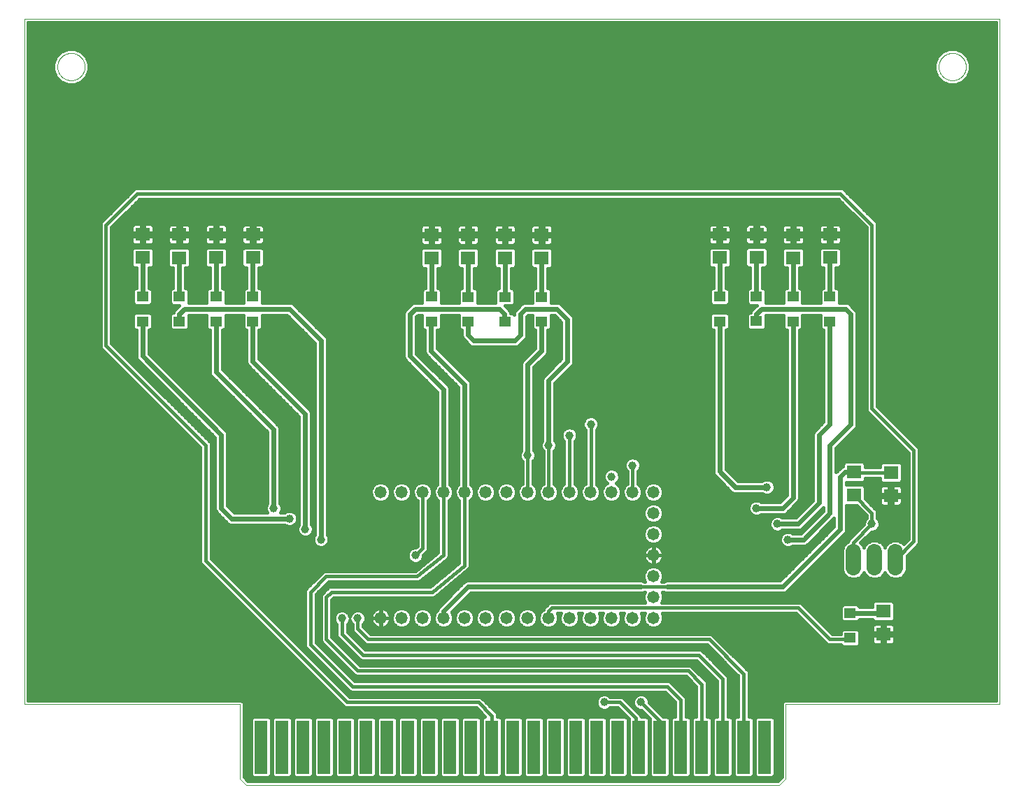
<source format=gtl>
G75*
%MOIN*%
%OFA0B0*%
%FSLAX25Y25*%
%IPPOS*%
%LPD*%
%AMOC8*
5,1,8,0,0,1.08239X$1,22.5*
%
%ADD10C,0.00000*%
%ADD11R,0.06000X0.25500*%
%ADD12C,0.05800*%
%ADD13R,0.07087X0.06299*%
%ADD14R,0.05512X0.04724*%
%ADD15C,0.07400*%
%ADD16C,0.03962*%
%ADD17C,0.01600*%
%ADD18C,0.02400*%
D10*
X0008414Y0058564D02*
X0008393Y0385161D01*
X0473232Y0385161D01*
X0473257Y0058564D01*
X0381131Y0058564D01*
X0381170Y0058551D02*
X0371170Y0058551D01*
X0371170Y0023000D01*
X0368170Y0020000D01*
X0114170Y0020000D01*
X0111170Y0023000D01*
X0111170Y0058551D01*
X0101170Y0058551D01*
X0101209Y0058564D02*
X0008414Y0058564D01*
X0024136Y0362404D02*
X0024138Y0362565D01*
X0024144Y0362725D01*
X0024154Y0362886D01*
X0024168Y0363046D01*
X0024186Y0363206D01*
X0024207Y0363365D01*
X0024233Y0363524D01*
X0024263Y0363682D01*
X0024296Y0363839D01*
X0024334Y0363996D01*
X0024375Y0364151D01*
X0024420Y0364305D01*
X0024469Y0364458D01*
X0024522Y0364610D01*
X0024578Y0364761D01*
X0024639Y0364910D01*
X0024702Y0365058D01*
X0024770Y0365204D01*
X0024841Y0365348D01*
X0024915Y0365490D01*
X0024993Y0365631D01*
X0025075Y0365769D01*
X0025160Y0365906D01*
X0025248Y0366040D01*
X0025340Y0366172D01*
X0025435Y0366302D01*
X0025533Y0366430D01*
X0025634Y0366555D01*
X0025738Y0366677D01*
X0025845Y0366797D01*
X0025955Y0366914D01*
X0026068Y0367029D01*
X0026184Y0367140D01*
X0026303Y0367249D01*
X0026424Y0367354D01*
X0026548Y0367457D01*
X0026674Y0367557D01*
X0026802Y0367653D01*
X0026933Y0367746D01*
X0027067Y0367836D01*
X0027202Y0367923D01*
X0027340Y0368006D01*
X0027479Y0368086D01*
X0027621Y0368162D01*
X0027764Y0368235D01*
X0027909Y0368304D01*
X0028056Y0368370D01*
X0028204Y0368432D01*
X0028354Y0368490D01*
X0028505Y0368545D01*
X0028658Y0368596D01*
X0028812Y0368643D01*
X0028967Y0368686D01*
X0029123Y0368725D01*
X0029279Y0368761D01*
X0029437Y0368792D01*
X0029595Y0368820D01*
X0029754Y0368844D01*
X0029914Y0368864D01*
X0030074Y0368880D01*
X0030234Y0368892D01*
X0030395Y0368900D01*
X0030556Y0368904D01*
X0030716Y0368904D01*
X0030877Y0368900D01*
X0031038Y0368892D01*
X0031198Y0368880D01*
X0031358Y0368864D01*
X0031518Y0368844D01*
X0031677Y0368820D01*
X0031835Y0368792D01*
X0031993Y0368761D01*
X0032149Y0368725D01*
X0032305Y0368686D01*
X0032460Y0368643D01*
X0032614Y0368596D01*
X0032767Y0368545D01*
X0032918Y0368490D01*
X0033068Y0368432D01*
X0033216Y0368370D01*
X0033363Y0368304D01*
X0033508Y0368235D01*
X0033651Y0368162D01*
X0033793Y0368086D01*
X0033932Y0368006D01*
X0034070Y0367923D01*
X0034205Y0367836D01*
X0034339Y0367746D01*
X0034470Y0367653D01*
X0034598Y0367557D01*
X0034724Y0367457D01*
X0034848Y0367354D01*
X0034969Y0367249D01*
X0035088Y0367140D01*
X0035204Y0367029D01*
X0035317Y0366914D01*
X0035427Y0366797D01*
X0035534Y0366677D01*
X0035638Y0366555D01*
X0035739Y0366430D01*
X0035837Y0366302D01*
X0035932Y0366172D01*
X0036024Y0366040D01*
X0036112Y0365906D01*
X0036197Y0365769D01*
X0036279Y0365631D01*
X0036357Y0365490D01*
X0036431Y0365348D01*
X0036502Y0365204D01*
X0036570Y0365058D01*
X0036633Y0364910D01*
X0036694Y0364761D01*
X0036750Y0364610D01*
X0036803Y0364458D01*
X0036852Y0364305D01*
X0036897Y0364151D01*
X0036938Y0363996D01*
X0036976Y0363839D01*
X0037009Y0363682D01*
X0037039Y0363524D01*
X0037065Y0363365D01*
X0037086Y0363206D01*
X0037104Y0363046D01*
X0037118Y0362886D01*
X0037128Y0362725D01*
X0037134Y0362565D01*
X0037136Y0362404D01*
X0037134Y0362243D01*
X0037128Y0362083D01*
X0037118Y0361922D01*
X0037104Y0361762D01*
X0037086Y0361602D01*
X0037065Y0361443D01*
X0037039Y0361284D01*
X0037009Y0361126D01*
X0036976Y0360969D01*
X0036938Y0360812D01*
X0036897Y0360657D01*
X0036852Y0360503D01*
X0036803Y0360350D01*
X0036750Y0360198D01*
X0036694Y0360047D01*
X0036633Y0359898D01*
X0036570Y0359750D01*
X0036502Y0359604D01*
X0036431Y0359460D01*
X0036357Y0359318D01*
X0036279Y0359177D01*
X0036197Y0359039D01*
X0036112Y0358902D01*
X0036024Y0358768D01*
X0035932Y0358636D01*
X0035837Y0358506D01*
X0035739Y0358378D01*
X0035638Y0358253D01*
X0035534Y0358131D01*
X0035427Y0358011D01*
X0035317Y0357894D01*
X0035204Y0357779D01*
X0035088Y0357668D01*
X0034969Y0357559D01*
X0034848Y0357454D01*
X0034724Y0357351D01*
X0034598Y0357251D01*
X0034470Y0357155D01*
X0034339Y0357062D01*
X0034205Y0356972D01*
X0034070Y0356885D01*
X0033932Y0356802D01*
X0033793Y0356722D01*
X0033651Y0356646D01*
X0033508Y0356573D01*
X0033363Y0356504D01*
X0033216Y0356438D01*
X0033068Y0356376D01*
X0032918Y0356318D01*
X0032767Y0356263D01*
X0032614Y0356212D01*
X0032460Y0356165D01*
X0032305Y0356122D01*
X0032149Y0356083D01*
X0031993Y0356047D01*
X0031835Y0356016D01*
X0031677Y0355988D01*
X0031518Y0355964D01*
X0031358Y0355944D01*
X0031198Y0355928D01*
X0031038Y0355916D01*
X0030877Y0355908D01*
X0030716Y0355904D01*
X0030556Y0355904D01*
X0030395Y0355908D01*
X0030234Y0355916D01*
X0030074Y0355928D01*
X0029914Y0355944D01*
X0029754Y0355964D01*
X0029595Y0355988D01*
X0029437Y0356016D01*
X0029279Y0356047D01*
X0029123Y0356083D01*
X0028967Y0356122D01*
X0028812Y0356165D01*
X0028658Y0356212D01*
X0028505Y0356263D01*
X0028354Y0356318D01*
X0028204Y0356376D01*
X0028056Y0356438D01*
X0027909Y0356504D01*
X0027764Y0356573D01*
X0027621Y0356646D01*
X0027479Y0356722D01*
X0027340Y0356802D01*
X0027202Y0356885D01*
X0027067Y0356972D01*
X0026933Y0357062D01*
X0026802Y0357155D01*
X0026674Y0357251D01*
X0026548Y0357351D01*
X0026424Y0357454D01*
X0026303Y0357559D01*
X0026184Y0357668D01*
X0026068Y0357779D01*
X0025955Y0357894D01*
X0025845Y0358011D01*
X0025738Y0358131D01*
X0025634Y0358253D01*
X0025533Y0358378D01*
X0025435Y0358506D01*
X0025340Y0358636D01*
X0025248Y0358768D01*
X0025160Y0358902D01*
X0025075Y0359039D01*
X0024993Y0359177D01*
X0024915Y0359318D01*
X0024841Y0359460D01*
X0024770Y0359604D01*
X0024702Y0359750D01*
X0024639Y0359898D01*
X0024578Y0360047D01*
X0024522Y0360198D01*
X0024469Y0360350D01*
X0024420Y0360503D01*
X0024375Y0360657D01*
X0024334Y0360812D01*
X0024296Y0360969D01*
X0024263Y0361126D01*
X0024233Y0361284D01*
X0024207Y0361443D01*
X0024186Y0361602D01*
X0024168Y0361762D01*
X0024154Y0361922D01*
X0024144Y0362083D01*
X0024138Y0362243D01*
X0024136Y0362404D01*
X0444119Y0362404D02*
X0444121Y0362565D01*
X0444127Y0362725D01*
X0444137Y0362886D01*
X0444151Y0363046D01*
X0444169Y0363206D01*
X0444190Y0363365D01*
X0444216Y0363524D01*
X0444246Y0363682D01*
X0444279Y0363839D01*
X0444317Y0363996D01*
X0444358Y0364151D01*
X0444403Y0364305D01*
X0444452Y0364458D01*
X0444505Y0364610D01*
X0444561Y0364761D01*
X0444622Y0364910D01*
X0444685Y0365058D01*
X0444753Y0365204D01*
X0444824Y0365348D01*
X0444898Y0365490D01*
X0444976Y0365631D01*
X0445058Y0365769D01*
X0445143Y0365906D01*
X0445231Y0366040D01*
X0445323Y0366172D01*
X0445418Y0366302D01*
X0445516Y0366430D01*
X0445617Y0366555D01*
X0445721Y0366677D01*
X0445828Y0366797D01*
X0445938Y0366914D01*
X0446051Y0367029D01*
X0446167Y0367140D01*
X0446286Y0367249D01*
X0446407Y0367354D01*
X0446531Y0367457D01*
X0446657Y0367557D01*
X0446785Y0367653D01*
X0446916Y0367746D01*
X0447050Y0367836D01*
X0447185Y0367923D01*
X0447323Y0368006D01*
X0447462Y0368086D01*
X0447604Y0368162D01*
X0447747Y0368235D01*
X0447892Y0368304D01*
X0448039Y0368370D01*
X0448187Y0368432D01*
X0448337Y0368490D01*
X0448488Y0368545D01*
X0448641Y0368596D01*
X0448795Y0368643D01*
X0448950Y0368686D01*
X0449106Y0368725D01*
X0449262Y0368761D01*
X0449420Y0368792D01*
X0449578Y0368820D01*
X0449737Y0368844D01*
X0449897Y0368864D01*
X0450057Y0368880D01*
X0450217Y0368892D01*
X0450378Y0368900D01*
X0450539Y0368904D01*
X0450699Y0368904D01*
X0450860Y0368900D01*
X0451021Y0368892D01*
X0451181Y0368880D01*
X0451341Y0368864D01*
X0451501Y0368844D01*
X0451660Y0368820D01*
X0451818Y0368792D01*
X0451976Y0368761D01*
X0452132Y0368725D01*
X0452288Y0368686D01*
X0452443Y0368643D01*
X0452597Y0368596D01*
X0452750Y0368545D01*
X0452901Y0368490D01*
X0453051Y0368432D01*
X0453199Y0368370D01*
X0453346Y0368304D01*
X0453491Y0368235D01*
X0453634Y0368162D01*
X0453776Y0368086D01*
X0453915Y0368006D01*
X0454053Y0367923D01*
X0454188Y0367836D01*
X0454322Y0367746D01*
X0454453Y0367653D01*
X0454581Y0367557D01*
X0454707Y0367457D01*
X0454831Y0367354D01*
X0454952Y0367249D01*
X0455071Y0367140D01*
X0455187Y0367029D01*
X0455300Y0366914D01*
X0455410Y0366797D01*
X0455517Y0366677D01*
X0455621Y0366555D01*
X0455722Y0366430D01*
X0455820Y0366302D01*
X0455915Y0366172D01*
X0456007Y0366040D01*
X0456095Y0365906D01*
X0456180Y0365769D01*
X0456262Y0365631D01*
X0456340Y0365490D01*
X0456414Y0365348D01*
X0456485Y0365204D01*
X0456553Y0365058D01*
X0456616Y0364910D01*
X0456677Y0364761D01*
X0456733Y0364610D01*
X0456786Y0364458D01*
X0456835Y0364305D01*
X0456880Y0364151D01*
X0456921Y0363996D01*
X0456959Y0363839D01*
X0456992Y0363682D01*
X0457022Y0363524D01*
X0457048Y0363365D01*
X0457069Y0363206D01*
X0457087Y0363046D01*
X0457101Y0362886D01*
X0457111Y0362725D01*
X0457117Y0362565D01*
X0457119Y0362404D01*
X0457117Y0362243D01*
X0457111Y0362083D01*
X0457101Y0361922D01*
X0457087Y0361762D01*
X0457069Y0361602D01*
X0457048Y0361443D01*
X0457022Y0361284D01*
X0456992Y0361126D01*
X0456959Y0360969D01*
X0456921Y0360812D01*
X0456880Y0360657D01*
X0456835Y0360503D01*
X0456786Y0360350D01*
X0456733Y0360198D01*
X0456677Y0360047D01*
X0456616Y0359898D01*
X0456553Y0359750D01*
X0456485Y0359604D01*
X0456414Y0359460D01*
X0456340Y0359318D01*
X0456262Y0359177D01*
X0456180Y0359039D01*
X0456095Y0358902D01*
X0456007Y0358768D01*
X0455915Y0358636D01*
X0455820Y0358506D01*
X0455722Y0358378D01*
X0455621Y0358253D01*
X0455517Y0358131D01*
X0455410Y0358011D01*
X0455300Y0357894D01*
X0455187Y0357779D01*
X0455071Y0357668D01*
X0454952Y0357559D01*
X0454831Y0357454D01*
X0454707Y0357351D01*
X0454581Y0357251D01*
X0454453Y0357155D01*
X0454322Y0357062D01*
X0454188Y0356972D01*
X0454053Y0356885D01*
X0453915Y0356802D01*
X0453776Y0356722D01*
X0453634Y0356646D01*
X0453491Y0356573D01*
X0453346Y0356504D01*
X0453199Y0356438D01*
X0453051Y0356376D01*
X0452901Y0356318D01*
X0452750Y0356263D01*
X0452597Y0356212D01*
X0452443Y0356165D01*
X0452288Y0356122D01*
X0452132Y0356083D01*
X0451976Y0356047D01*
X0451818Y0356016D01*
X0451660Y0355988D01*
X0451501Y0355964D01*
X0451341Y0355944D01*
X0451181Y0355928D01*
X0451021Y0355916D01*
X0450860Y0355908D01*
X0450699Y0355904D01*
X0450539Y0355904D01*
X0450378Y0355908D01*
X0450217Y0355916D01*
X0450057Y0355928D01*
X0449897Y0355944D01*
X0449737Y0355964D01*
X0449578Y0355988D01*
X0449420Y0356016D01*
X0449262Y0356047D01*
X0449106Y0356083D01*
X0448950Y0356122D01*
X0448795Y0356165D01*
X0448641Y0356212D01*
X0448488Y0356263D01*
X0448337Y0356318D01*
X0448187Y0356376D01*
X0448039Y0356438D01*
X0447892Y0356504D01*
X0447747Y0356573D01*
X0447604Y0356646D01*
X0447462Y0356722D01*
X0447323Y0356802D01*
X0447185Y0356885D01*
X0447050Y0356972D01*
X0446916Y0357062D01*
X0446785Y0357155D01*
X0446657Y0357251D01*
X0446531Y0357351D01*
X0446407Y0357454D01*
X0446286Y0357559D01*
X0446167Y0357668D01*
X0446051Y0357779D01*
X0445938Y0357894D01*
X0445828Y0358011D01*
X0445721Y0358131D01*
X0445617Y0358253D01*
X0445516Y0358378D01*
X0445418Y0358506D01*
X0445323Y0358636D01*
X0445231Y0358768D01*
X0445143Y0358902D01*
X0445058Y0359039D01*
X0444976Y0359177D01*
X0444898Y0359318D01*
X0444824Y0359460D01*
X0444753Y0359604D01*
X0444685Y0359750D01*
X0444622Y0359898D01*
X0444561Y0360047D01*
X0444505Y0360198D01*
X0444452Y0360350D01*
X0444403Y0360503D01*
X0444358Y0360657D01*
X0444317Y0360812D01*
X0444279Y0360969D01*
X0444246Y0361126D01*
X0444216Y0361284D01*
X0444190Y0361443D01*
X0444169Y0361602D01*
X0444151Y0361762D01*
X0444137Y0361922D01*
X0444127Y0362083D01*
X0444121Y0362243D01*
X0444119Y0362404D01*
D11*
X0361170Y0038000D03*
X0351170Y0038000D03*
X0341170Y0038000D03*
X0331170Y0038000D03*
X0321170Y0038000D03*
X0311170Y0038000D03*
X0301170Y0038000D03*
X0291170Y0038000D03*
X0281170Y0038000D03*
X0271170Y0038000D03*
X0261170Y0038000D03*
X0251170Y0038000D03*
X0241170Y0038000D03*
X0231170Y0038000D03*
X0221170Y0038000D03*
X0211170Y0038000D03*
X0201170Y0038000D03*
X0191170Y0038000D03*
X0181170Y0038000D03*
X0171170Y0038000D03*
X0161170Y0038000D03*
X0151170Y0038000D03*
X0141170Y0038000D03*
X0131170Y0038000D03*
X0121170Y0038000D03*
D12*
X0178220Y0099544D03*
X0188220Y0099544D03*
X0198220Y0099544D03*
X0208220Y0099544D03*
X0218220Y0099544D03*
X0228220Y0099544D03*
X0238220Y0099544D03*
X0248220Y0099544D03*
X0258220Y0099544D03*
X0268220Y0099544D03*
X0278220Y0099544D03*
X0288220Y0099544D03*
X0298220Y0099544D03*
X0308220Y0099544D03*
X0308220Y0109544D03*
X0308220Y0119544D03*
X0308220Y0129544D03*
X0308220Y0139544D03*
X0308220Y0149544D03*
X0308220Y0159544D03*
X0298220Y0159544D03*
X0288220Y0159544D03*
X0278220Y0159544D03*
X0268220Y0159544D03*
X0258220Y0159544D03*
X0248220Y0159544D03*
X0238220Y0159544D03*
X0228220Y0159544D03*
X0218220Y0159544D03*
X0208220Y0159544D03*
X0198220Y0159544D03*
X0188220Y0159544D03*
X0178220Y0159544D03*
D13*
X0202463Y0271230D03*
X0202463Y0282253D03*
X0219923Y0282294D03*
X0219923Y0271271D03*
X0237413Y0271252D03*
X0237413Y0282275D03*
X0254923Y0282246D03*
X0254923Y0271223D03*
X0339691Y0271370D03*
X0339691Y0282394D03*
X0357274Y0282443D03*
X0357274Y0271419D03*
X0374762Y0271341D03*
X0374762Y0282365D03*
X0392304Y0282401D03*
X0392304Y0271378D03*
X0403717Y0169124D03*
X0403717Y0158100D03*
X0421360Y0157901D03*
X0421360Y0168924D03*
X0417727Y0102863D03*
X0417727Y0091839D03*
X0117270Y0271379D03*
X0117270Y0282403D03*
X0099751Y0282440D03*
X0099751Y0271417D03*
X0082207Y0271345D03*
X0082207Y0282369D03*
X0064737Y0282440D03*
X0064737Y0271417D03*
D14*
X0064731Y0252821D03*
X0064731Y0241010D03*
X0082234Y0241015D03*
X0082234Y0252826D03*
X0099759Y0252791D03*
X0099759Y0240980D03*
X0117234Y0241017D03*
X0117234Y0252828D03*
X0202435Y0252704D03*
X0202435Y0240893D03*
X0219881Y0240865D03*
X0219881Y0252676D03*
X0237465Y0252654D03*
X0237465Y0240843D03*
X0254918Y0240867D03*
X0254918Y0252678D03*
X0339719Y0252839D03*
X0339719Y0241028D03*
X0357216Y0241041D03*
X0357216Y0252852D03*
X0374691Y0252839D03*
X0374691Y0241028D03*
X0392231Y0240963D03*
X0392231Y0252774D03*
X0401911Y0101898D03*
X0401911Y0090087D03*
D15*
X0403511Y0123653D02*
X0403511Y0131053D01*
X0413511Y0131053D02*
X0413511Y0123653D01*
X0423511Y0123653D02*
X0423511Y0131053D01*
D16*
X0412233Y0144410D03*
X0372233Y0136910D03*
X0367233Y0144410D03*
X0357233Y0151910D03*
X0362233Y0161910D03*
X0298183Y0172310D03*
X0288183Y0167010D03*
X0268133Y0186660D03*
X0258183Y0181860D03*
X0248183Y0177110D03*
X0278383Y0191960D03*
X0194733Y0129410D03*
X0167233Y0099410D03*
X0159733Y0099410D03*
X0121033Y0062510D03*
X0149733Y0136910D03*
X0142233Y0141910D03*
X0134733Y0146910D03*
X0127233Y0151910D03*
X0241283Y0058210D03*
X0284733Y0059410D03*
X0302233Y0059410D03*
X0361033Y0062510D03*
D17*
X0353770Y0062486D02*
X0471472Y0062486D01*
X0471472Y0060888D02*
X0353770Y0060888D01*
X0353770Y0059289D02*
X0369386Y0059289D01*
X0369386Y0059290D02*
X0369386Y0023739D01*
X0367431Y0021784D01*
X0114909Y0021784D01*
X0112954Y0023739D01*
X0112954Y0059290D01*
X0111909Y0060335D01*
X0110431Y0060335D01*
X0101961Y0060335D01*
X0101948Y0060348D01*
X0010198Y0060348D01*
X0010177Y0383377D01*
X0471448Y0383377D01*
X0471472Y0060348D01*
X0380392Y0060348D01*
X0380379Y0060335D01*
X0370431Y0060335D01*
X0369386Y0059290D01*
X0369386Y0057691D02*
X0353770Y0057691D01*
X0353770Y0056092D02*
X0369386Y0056092D01*
X0369386Y0054494D02*
X0353770Y0054494D01*
X0353770Y0052895D02*
X0369386Y0052895D01*
X0369386Y0051297D02*
X0365970Y0051297D01*
X0365970Y0051496D02*
X0364916Y0052550D01*
X0357424Y0052550D01*
X0356370Y0051496D01*
X0356370Y0024504D01*
X0357424Y0023450D01*
X0364916Y0023450D01*
X0365970Y0024504D01*
X0365970Y0051496D01*
X0365970Y0049698D02*
X0369386Y0049698D01*
X0369386Y0048100D02*
X0365970Y0048100D01*
X0365970Y0046501D02*
X0369386Y0046501D01*
X0369386Y0044903D02*
X0365970Y0044903D01*
X0365970Y0043304D02*
X0369386Y0043304D01*
X0369386Y0041706D02*
X0365970Y0041706D01*
X0365970Y0040107D02*
X0369386Y0040107D01*
X0369386Y0038509D02*
X0365970Y0038509D01*
X0365970Y0036910D02*
X0369386Y0036910D01*
X0369386Y0035312D02*
X0365970Y0035312D01*
X0365970Y0033713D02*
X0369386Y0033713D01*
X0369386Y0032115D02*
X0365970Y0032115D01*
X0365970Y0030516D02*
X0369386Y0030516D01*
X0369386Y0028918D02*
X0365970Y0028918D01*
X0365970Y0027319D02*
X0369386Y0027319D01*
X0369386Y0025721D02*
X0365970Y0025721D01*
X0365588Y0024122D02*
X0369386Y0024122D01*
X0368170Y0022524D02*
X0114170Y0022524D01*
X0112954Y0024122D02*
X0116752Y0024122D01*
X0116370Y0024504D02*
X0117424Y0023450D01*
X0124916Y0023450D01*
X0125970Y0024504D01*
X0125970Y0051496D01*
X0124916Y0052550D01*
X0117424Y0052550D01*
X0116370Y0051496D01*
X0116370Y0024504D01*
X0116370Y0025721D02*
X0112954Y0025721D01*
X0112954Y0027319D02*
X0116370Y0027319D01*
X0116370Y0028918D02*
X0112954Y0028918D01*
X0112954Y0030516D02*
X0116370Y0030516D01*
X0116370Y0032115D02*
X0112954Y0032115D01*
X0112954Y0033713D02*
X0116370Y0033713D01*
X0116370Y0035312D02*
X0112954Y0035312D01*
X0112954Y0036910D02*
X0116370Y0036910D01*
X0116370Y0038509D02*
X0112954Y0038509D01*
X0112954Y0040107D02*
X0116370Y0040107D01*
X0116370Y0041706D02*
X0112954Y0041706D01*
X0112954Y0043304D02*
X0116370Y0043304D01*
X0116370Y0044903D02*
X0112954Y0044903D01*
X0112954Y0046501D02*
X0116370Y0046501D01*
X0116370Y0048100D02*
X0112954Y0048100D01*
X0112954Y0049698D02*
X0116370Y0049698D01*
X0116370Y0051297D02*
X0112954Y0051297D01*
X0112954Y0052895D02*
X0227571Y0052895D01*
X0227424Y0052550D02*
X0227916Y0052550D01*
X0223656Y0056810D01*
X0161716Y0056810D01*
X0160760Y0057206D01*
X0093260Y0124706D01*
X0092529Y0125437D01*
X0092133Y0126393D01*
X0092133Y0180833D01*
X0045760Y0227206D01*
X0045029Y0227937D01*
X0044633Y0228893D01*
X0044633Y0287427D01*
X0045029Y0288383D01*
X0060029Y0303383D01*
X0060760Y0304114D01*
X0061716Y0304510D01*
X0397750Y0304510D01*
X0398706Y0304114D01*
X0413706Y0289114D01*
X0414437Y0288383D01*
X0414833Y0287427D01*
X0414833Y0200487D01*
X0433706Y0181614D01*
X0434437Y0180883D01*
X0434833Y0179927D01*
X0434833Y0135558D01*
X0434437Y0134602D01*
X0429011Y0129176D01*
X0429011Y0122559D01*
X0428174Y0120538D01*
X0426627Y0118990D01*
X0424605Y0118153D01*
X0422417Y0118153D01*
X0420396Y0118990D01*
X0418848Y0120538D01*
X0418511Y0121352D01*
X0418174Y0120538D01*
X0416627Y0118990D01*
X0414605Y0118153D01*
X0412417Y0118153D01*
X0410396Y0118990D01*
X0408848Y0120538D01*
X0408511Y0121352D01*
X0408174Y0120538D01*
X0406627Y0118990D01*
X0404605Y0118153D01*
X0402417Y0118153D01*
X0400396Y0118990D01*
X0398848Y0120538D01*
X0398011Y0122559D01*
X0398011Y0132147D01*
X0398848Y0134169D01*
X0400396Y0135716D01*
X0400911Y0135929D01*
X0400911Y0136205D01*
X0401307Y0137161D01*
X0408452Y0144306D01*
X0408452Y0145162D01*
X0409028Y0146552D01*
X0409633Y0147158D01*
X0409633Y0148508D01*
X0404990Y0153151D01*
X0400233Y0153151D01*
X0400233Y0141313D01*
X0399776Y0140211D01*
X0372276Y0112711D01*
X0371432Y0111867D01*
X0370330Y0111410D01*
X0314136Y0111410D01*
X0313171Y0111810D01*
X0312369Y0111810D01*
X0312920Y0110479D01*
X0312920Y0108610D01*
X0312258Y0107010D01*
X0377750Y0107010D01*
X0378706Y0106614D01*
X0393310Y0092010D01*
X0397355Y0092010D01*
X0397355Y0093195D01*
X0398410Y0094249D01*
X0405413Y0094249D01*
X0406467Y0093195D01*
X0406467Y0086979D01*
X0405413Y0085925D01*
X0398410Y0085925D01*
X0397524Y0086810D01*
X0391716Y0086810D01*
X0390760Y0087206D01*
X0390029Y0087937D01*
X0376156Y0101810D01*
X0312369Y0101810D01*
X0312920Y0100479D01*
X0312920Y0098610D01*
X0312205Y0096882D01*
X0310883Y0095560D01*
X0309155Y0094844D01*
X0307286Y0094844D01*
X0305558Y0095560D01*
X0304236Y0096882D01*
X0303520Y0098610D01*
X0303520Y0100479D01*
X0304072Y0101810D01*
X0302369Y0101810D01*
X0302920Y0100479D01*
X0302920Y0098610D01*
X0302205Y0096882D01*
X0300883Y0095560D01*
X0299155Y0094844D01*
X0297286Y0094844D01*
X0295558Y0095560D01*
X0294236Y0096882D01*
X0293520Y0098610D01*
X0293520Y0100479D01*
X0294072Y0101810D01*
X0292369Y0101810D01*
X0292920Y0100479D01*
X0292920Y0098610D01*
X0292205Y0096882D01*
X0290883Y0095560D01*
X0289155Y0094844D01*
X0287286Y0094844D01*
X0285558Y0095560D01*
X0284236Y0096882D01*
X0283520Y0098610D01*
X0283520Y0100479D01*
X0284072Y0101810D01*
X0282369Y0101810D01*
X0282920Y0100479D01*
X0282920Y0098610D01*
X0282205Y0096882D01*
X0280883Y0095560D01*
X0279155Y0094844D01*
X0277286Y0094844D01*
X0275558Y0095560D01*
X0274236Y0096882D01*
X0273520Y0098610D01*
X0273520Y0100479D01*
X0274072Y0101810D01*
X0272369Y0101810D01*
X0272920Y0100479D01*
X0272920Y0098610D01*
X0272205Y0096882D01*
X0270883Y0095560D01*
X0269155Y0094844D01*
X0267286Y0094844D01*
X0265558Y0095560D01*
X0264236Y0096882D01*
X0263520Y0098610D01*
X0263520Y0100479D01*
X0264072Y0101810D01*
X0262369Y0101810D01*
X0262920Y0100479D01*
X0262920Y0098610D01*
X0262205Y0096882D01*
X0260883Y0095560D01*
X0259155Y0094844D01*
X0257286Y0094844D01*
X0255558Y0095560D01*
X0254236Y0096882D01*
X0253520Y0098610D01*
X0253520Y0100479D01*
X0254236Y0102207D01*
X0255558Y0103529D01*
X0255690Y0103584D01*
X0256016Y0104370D01*
X0257529Y0105883D01*
X0258260Y0106614D01*
X0259216Y0107010D01*
X0304183Y0107010D01*
X0303520Y0108610D01*
X0303520Y0110479D01*
X0304072Y0111810D01*
X0303795Y0111810D01*
X0302830Y0111410D01*
X0220976Y0111410D01*
X0211989Y0102423D01*
X0212205Y0102207D01*
X0212920Y0100479D01*
X0212920Y0098610D01*
X0212205Y0096882D01*
X0210883Y0095560D01*
X0209155Y0094844D01*
X0207286Y0094844D01*
X0205558Y0095560D01*
X0204236Y0096882D01*
X0203520Y0098610D01*
X0203520Y0100479D01*
X0204236Y0102207D01*
X0205220Y0103191D01*
X0205220Y0103494D01*
X0205677Y0104597D01*
X0217190Y0116110D01*
X0218034Y0116954D01*
X0219136Y0117410D01*
X0302830Y0117410D01*
X0303795Y0117010D01*
X0304183Y0117010D01*
X0303520Y0118610D01*
X0303520Y0120479D01*
X0304236Y0122207D01*
X0305558Y0123529D01*
X0307286Y0124244D01*
X0309155Y0124244D01*
X0310883Y0123529D01*
X0312205Y0122207D01*
X0312920Y0120479D01*
X0312920Y0118610D01*
X0312258Y0117010D01*
X0313171Y0117010D01*
X0314136Y0117410D01*
X0368490Y0117410D01*
X0394233Y0143153D01*
X0394233Y0147168D01*
X0382276Y0135211D01*
X0381432Y0134367D01*
X0380330Y0133910D01*
X0374580Y0133910D01*
X0374375Y0133705D01*
X0372985Y0133129D01*
X0371481Y0133129D01*
X0370091Y0133705D01*
X0369028Y0134768D01*
X0368452Y0136158D01*
X0368452Y0137662D01*
X0369028Y0139052D01*
X0370091Y0140116D01*
X0371481Y0140691D01*
X0372985Y0140691D01*
X0374375Y0140116D01*
X0374580Y0139910D01*
X0378490Y0139910D01*
X0389233Y0150653D01*
X0389233Y0152168D01*
X0388932Y0151867D01*
X0388932Y0151867D01*
X0378932Y0141867D01*
X0377830Y0141410D01*
X0369580Y0141410D01*
X0369375Y0141205D01*
X0367985Y0140629D01*
X0366481Y0140629D01*
X0365091Y0141205D01*
X0364028Y0142268D01*
X0363452Y0143658D01*
X0363452Y0145162D01*
X0364028Y0146552D01*
X0365091Y0147616D01*
X0366481Y0148191D01*
X0367985Y0148191D01*
X0369375Y0147616D01*
X0369580Y0147410D01*
X0375990Y0147410D01*
X0384233Y0155653D01*
X0384233Y0187507D01*
X0384690Y0188610D01*
X0389233Y0193153D01*
X0389233Y0236800D01*
X0388730Y0236800D01*
X0387675Y0237855D01*
X0387675Y0243910D01*
X0379246Y0243910D01*
X0379246Y0237920D01*
X0378192Y0236865D01*
X0377691Y0236865D01*
X0377691Y0156271D01*
X0377234Y0155168D01*
X0372276Y0150211D01*
X0371432Y0149367D01*
X0370330Y0148910D01*
X0359580Y0148910D01*
X0359375Y0148705D01*
X0357985Y0148129D01*
X0356481Y0148129D01*
X0355091Y0148705D01*
X0354028Y0149768D01*
X0353452Y0151158D01*
X0353452Y0152662D01*
X0354028Y0154052D01*
X0355091Y0155116D01*
X0356481Y0155691D01*
X0357985Y0155691D01*
X0359375Y0155116D01*
X0359580Y0154910D01*
X0368490Y0154910D01*
X0371691Y0158110D01*
X0371691Y0236865D01*
X0371189Y0236865D01*
X0370135Y0237920D01*
X0370135Y0243910D01*
X0361772Y0243910D01*
X0361772Y0237933D01*
X0360718Y0236878D01*
X0353715Y0236878D01*
X0352660Y0237933D01*
X0352660Y0244148D01*
X0353715Y0245203D01*
X0354304Y0245203D01*
X0354673Y0246093D01*
X0357190Y0248610D01*
X0357270Y0248689D01*
X0353715Y0248689D01*
X0352660Y0249744D01*
X0352660Y0255959D01*
X0353715Y0257014D01*
X0354216Y0257014D01*
X0354216Y0266470D01*
X0352985Y0266470D01*
X0351930Y0267524D01*
X0351930Y0275314D01*
X0352985Y0276369D01*
X0361563Y0276369D01*
X0362617Y0275314D01*
X0362617Y0267524D01*
X0361563Y0266470D01*
X0360216Y0266470D01*
X0360216Y0257014D01*
X0360718Y0257014D01*
X0361772Y0255959D01*
X0361772Y0249910D01*
X0370135Y0249910D01*
X0370135Y0255946D01*
X0371189Y0257001D01*
X0371762Y0257001D01*
X0371762Y0266392D01*
X0370473Y0266392D01*
X0369419Y0267446D01*
X0369419Y0275237D01*
X0370473Y0276291D01*
X0379051Y0276291D01*
X0380105Y0275237D01*
X0380105Y0267446D01*
X0379051Y0266392D01*
X0377762Y0266392D01*
X0377762Y0257001D01*
X0378192Y0257001D01*
X0379246Y0255946D01*
X0379246Y0249910D01*
X0387675Y0249910D01*
X0387675Y0255881D01*
X0388730Y0256936D01*
X0389231Y0256936D01*
X0389231Y0266428D01*
X0388015Y0266428D01*
X0386961Y0267482D01*
X0386961Y0275273D01*
X0388015Y0276327D01*
X0396593Y0276327D01*
X0397648Y0275273D01*
X0397648Y0267482D01*
X0396593Y0266428D01*
X0395231Y0266428D01*
X0395231Y0256936D01*
X0395733Y0256936D01*
X0396787Y0255881D01*
X0396787Y0249910D01*
X0400330Y0249910D01*
X0401432Y0249454D01*
X0403932Y0246954D01*
X0404776Y0246110D01*
X0405233Y0245007D01*
X0405233Y0191313D01*
X0404776Y0190211D01*
X0395233Y0180668D01*
X0395233Y0169153D01*
X0395534Y0169454D01*
X0397747Y0171667D01*
X0398374Y0171927D01*
X0398374Y0173019D01*
X0399428Y0174074D01*
X0408006Y0174074D01*
X0409061Y0173019D01*
X0409061Y0171524D01*
X0416017Y0171524D01*
X0416017Y0172820D01*
X0417071Y0173874D01*
X0425649Y0173874D01*
X0426703Y0172820D01*
X0426703Y0165029D01*
X0425649Y0163975D01*
X0417071Y0163975D01*
X0416017Y0165029D01*
X0416017Y0166324D01*
X0409061Y0166324D01*
X0409061Y0165229D01*
X0408006Y0164174D01*
X0400233Y0164174D01*
X0400233Y0163050D01*
X0408006Y0163050D01*
X0409061Y0161996D01*
X0409061Y0156434D01*
X0414437Y0151057D01*
X0414833Y0150102D01*
X0414833Y0147158D01*
X0415439Y0146552D01*
X0416014Y0145162D01*
X0416014Y0143658D01*
X0415439Y0142268D01*
X0414375Y0141205D01*
X0412985Y0140629D01*
X0412129Y0140629D01*
X0406921Y0135421D01*
X0408174Y0134169D01*
X0408511Y0133354D01*
X0408848Y0134169D01*
X0410396Y0135716D01*
X0412417Y0136553D01*
X0414605Y0136553D01*
X0416627Y0135716D01*
X0418174Y0134169D01*
X0418511Y0133354D01*
X0418848Y0134169D01*
X0420396Y0135716D01*
X0422417Y0136553D01*
X0424605Y0136553D01*
X0426627Y0135716D01*
X0427412Y0134931D01*
X0429633Y0137152D01*
X0429633Y0178333D01*
X0410029Y0197937D01*
X0409633Y0198893D01*
X0409633Y0285833D01*
X0396156Y0299310D01*
X0063310Y0299310D01*
X0049833Y0285833D01*
X0049833Y0230487D01*
X0096937Y0183383D01*
X0097333Y0182427D01*
X0097333Y0127987D01*
X0163310Y0062010D01*
X0225250Y0062010D01*
X0226206Y0061614D01*
X0226937Y0060883D01*
X0233374Y0054446D01*
X0233770Y0053490D01*
X0233770Y0052550D01*
X0234916Y0052550D01*
X0235970Y0051496D01*
X0235970Y0024504D01*
X0234916Y0023450D01*
X0227424Y0023450D01*
X0226370Y0024504D01*
X0226370Y0051496D01*
X0227424Y0052550D01*
X0226370Y0051297D02*
X0225970Y0051297D01*
X0225970Y0051496D02*
X0224916Y0052550D01*
X0217424Y0052550D01*
X0216370Y0051496D01*
X0216370Y0024504D01*
X0217424Y0023450D01*
X0224916Y0023450D01*
X0225970Y0024504D01*
X0225970Y0051496D01*
X0225970Y0049698D02*
X0226370Y0049698D01*
X0226370Y0048100D02*
X0225970Y0048100D01*
X0225970Y0046501D02*
X0226370Y0046501D01*
X0226370Y0044903D02*
X0225970Y0044903D01*
X0225970Y0043304D02*
X0226370Y0043304D01*
X0226370Y0041706D02*
X0225970Y0041706D01*
X0225970Y0040107D02*
X0226370Y0040107D01*
X0226370Y0038509D02*
X0225970Y0038509D01*
X0225970Y0036910D02*
X0226370Y0036910D01*
X0226370Y0035312D02*
X0225970Y0035312D01*
X0225970Y0033713D02*
X0226370Y0033713D01*
X0226370Y0032115D02*
X0225970Y0032115D01*
X0225970Y0030516D02*
X0226370Y0030516D01*
X0226370Y0028918D02*
X0225970Y0028918D01*
X0225970Y0027319D02*
X0226370Y0027319D01*
X0226370Y0025721D02*
X0225970Y0025721D01*
X0225588Y0024122D02*
X0226752Y0024122D01*
X0235588Y0024122D02*
X0236752Y0024122D01*
X0236370Y0024504D02*
X0237424Y0023450D01*
X0244916Y0023450D01*
X0245970Y0024504D01*
X0245970Y0051496D01*
X0244916Y0052550D01*
X0237424Y0052550D01*
X0236370Y0051496D01*
X0236370Y0024504D01*
X0236370Y0025721D02*
X0235970Y0025721D01*
X0235970Y0027319D02*
X0236370Y0027319D01*
X0236370Y0028918D02*
X0235970Y0028918D01*
X0235970Y0030516D02*
X0236370Y0030516D01*
X0236370Y0032115D02*
X0235970Y0032115D01*
X0235970Y0033713D02*
X0236370Y0033713D01*
X0236370Y0035312D02*
X0235970Y0035312D01*
X0235970Y0036910D02*
X0236370Y0036910D01*
X0236370Y0038509D02*
X0235970Y0038509D01*
X0235970Y0040107D02*
X0236370Y0040107D01*
X0236370Y0041706D02*
X0235970Y0041706D01*
X0235970Y0043304D02*
X0236370Y0043304D01*
X0236370Y0044903D02*
X0235970Y0044903D01*
X0235970Y0046501D02*
X0236370Y0046501D01*
X0236370Y0048100D02*
X0235970Y0048100D01*
X0235970Y0049698D02*
X0236370Y0049698D01*
X0236370Y0051297D02*
X0235970Y0051297D01*
X0233770Y0052895D02*
X0295071Y0052895D01*
X0294916Y0052550D02*
X0287424Y0052550D01*
X0286370Y0051496D01*
X0286370Y0024504D01*
X0287424Y0023450D01*
X0294916Y0023450D01*
X0295970Y0024504D01*
X0295970Y0051496D01*
X0294916Y0052550D01*
X0295970Y0051297D02*
X0296370Y0051297D01*
X0296370Y0051496D02*
X0296370Y0024504D01*
X0297424Y0023450D01*
X0304916Y0023450D01*
X0305970Y0024504D01*
X0305970Y0051496D01*
X0304916Y0052550D01*
X0302282Y0052550D01*
X0301937Y0053383D01*
X0301206Y0054114D01*
X0293706Y0061614D01*
X0292750Y0062010D01*
X0287480Y0062010D01*
X0286875Y0062616D01*
X0285485Y0063191D01*
X0283981Y0063191D01*
X0282591Y0062616D01*
X0281528Y0061552D01*
X0280952Y0060162D01*
X0280952Y0058658D01*
X0281528Y0057268D01*
X0282591Y0056205D01*
X0283981Y0055629D01*
X0285485Y0055629D01*
X0286875Y0056205D01*
X0287480Y0056810D01*
X0291156Y0056810D01*
X0296420Y0051546D01*
X0296370Y0051496D01*
X0296370Y0049698D02*
X0295970Y0049698D01*
X0295970Y0048100D02*
X0296370Y0048100D01*
X0296370Y0046501D02*
X0295970Y0046501D01*
X0295970Y0044903D02*
X0296370Y0044903D01*
X0296370Y0043304D02*
X0295970Y0043304D01*
X0295970Y0041706D02*
X0296370Y0041706D01*
X0296370Y0040107D02*
X0295970Y0040107D01*
X0295970Y0038509D02*
X0296370Y0038509D01*
X0296370Y0036910D02*
X0295970Y0036910D01*
X0295970Y0035312D02*
X0296370Y0035312D01*
X0296370Y0033713D02*
X0295970Y0033713D01*
X0295970Y0032115D02*
X0296370Y0032115D01*
X0296370Y0030516D02*
X0295970Y0030516D01*
X0295970Y0028918D02*
X0296370Y0028918D01*
X0296370Y0027319D02*
X0295970Y0027319D01*
X0295970Y0025721D02*
X0296370Y0025721D01*
X0296752Y0024122D02*
X0295588Y0024122D01*
X0286752Y0024122D02*
X0285588Y0024122D01*
X0285970Y0024504D02*
X0284916Y0023450D01*
X0277424Y0023450D01*
X0276370Y0024504D01*
X0276370Y0051496D01*
X0277424Y0052550D01*
X0284916Y0052550D01*
X0285970Y0051496D01*
X0285970Y0024504D01*
X0285970Y0025721D02*
X0286370Y0025721D01*
X0286370Y0027319D02*
X0285970Y0027319D01*
X0285970Y0028918D02*
X0286370Y0028918D01*
X0286370Y0030516D02*
X0285970Y0030516D01*
X0285970Y0032115D02*
X0286370Y0032115D01*
X0286370Y0033713D02*
X0285970Y0033713D01*
X0285970Y0035312D02*
X0286370Y0035312D01*
X0286370Y0036910D02*
X0285970Y0036910D01*
X0285970Y0038509D02*
X0286370Y0038509D01*
X0286370Y0040107D02*
X0285970Y0040107D01*
X0285970Y0041706D02*
X0286370Y0041706D01*
X0286370Y0043304D02*
X0285970Y0043304D01*
X0285970Y0044903D02*
X0286370Y0044903D01*
X0286370Y0046501D02*
X0285970Y0046501D01*
X0285970Y0048100D02*
X0286370Y0048100D01*
X0286370Y0049698D02*
X0285970Y0049698D01*
X0285970Y0051297D02*
X0286370Y0051297D01*
X0286604Y0056092D02*
X0291874Y0056092D01*
X0293472Y0054494D02*
X0233326Y0054494D01*
X0231728Y0056092D02*
X0282863Y0056092D01*
X0281353Y0057691D02*
X0230129Y0057691D01*
X0228531Y0059289D02*
X0280952Y0059289D01*
X0281253Y0060888D02*
X0226932Y0060888D01*
X0224733Y0059410D02*
X0162233Y0059410D01*
X0094733Y0126910D01*
X0094733Y0181910D01*
X0047233Y0229410D01*
X0047233Y0286910D01*
X0062233Y0301910D01*
X0397233Y0301910D01*
X0412233Y0286910D01*
X0412233Y0199410D01*
X0432233Y0179410D01*
X0432233Y0136075D01*
X0423511Y0127353D01*
X0429011Y0128025D02*
X0471467Y0128025D01*
X0471467Y0126427D02*
X0429011Y0126427D01*
X0429011Y0124828D02*
X0471467Y0124828D01*
X0471468Y0123230D02*
X0429011Y0123230D01*
X0428627Y0121631D02*
X0471468Y0121631D01*
X0471468Y0120033D02*
X0427669Y0120033D01*
X0425284Y0118434D02*
X0471468Y0118434D01*
X0471468Y0116836D02*
X0376401Y0116836D01*
X0374803Y0115237D02*
X0471468Y0115237D01*
X0471468Y0113639D02*
X0373204Y0113639D01*
X0371606Y0112040D02*
X0471468Y0112040D01*
X0471469Y0110442D02*
X0312920Y0110442D01*
X0312920Y0108843D02*
X0471469Y0108843D01*
X0471469Y0107245D02*
X0422584Y0107245D01*
X0423070Y0106758D02*
X0422016Y0107813D01*
X0413438Y0107813D01*
X0412383Y0106758D01*
X0412383Y0104898D01*
X0406467Y0104898D01*
X0406467Y0105006D01*
X0405413Y0106060D01*
X0398410Y0106060D01*
X0397355Y0105006D01*
X0397355Y0098790D01*
X0398410Y0097736D01*
X0405413Y0097736D01*
X0406467Y0098790D01*
X0406467Y0098898D01*
X0412453Y0098898D01*
X0413438Y0097913D01*
X0422016Y0097913D01*
X0423070Y0098968D01*
X0423070Y0106758D01*
X0423070Y0105646D02*
X0471469Y0105646D01*
X0471469Y0104048D02*
X0423070Y0104048D01*
X0423070Y0102449D02*
X0471469Y0102449D01*
X0471469Y0100851D02*
X0423070Y0100851D01*
X0423070Y0099252D02*
X0471469Y0099252D01*
X0471470Y0097654D02*
X0387667Y0097654D01*
X0389265Y0096055D02*
X0412721Y0096055D01*
X0412743Y0096094D02*
X0412506Y0095684D01*
X0412383Y0095226D01*
X0412383Y0092614D01*
X0416952Y0092614D01*
X0416952Y0091065D01*
X0412383Y0091065D01*
X0412383Y0088453D01*
X0412506Y0087995D01*
X0412743Y0087585D01*
X0413078Y0087249D01*
X0413489Y0087012D01*
X0413946Y0086890D01*
X0416952Y0086890D01*
X0416952Y0091064D01*
X0418502Y0091064D01*
X0418502Y0091065D02*
X0418502Y0092614D01*
X0423070Y0092614D01*
X0423070Y0095226D01*
X0422947Y0095684D01*
X0422710Y0096094D01*
X0422375Y0096429D01*
X0421965Y0096666D01*
X0421507Y0096789D01*
X0418502Y0096789D01*
X0418502Y0092614D01*
X0416952Y0092614D01*
X0416952Y0096789D01*
X0413946Y0096789D01*
X0413489Y0096666D01*
X0413078Y0096429D01*
X0412743Y0096094D01*
X0412383Y0094457D02*
X0390864Y0094457D01*
X0392462Y0092858D02*
X0397355Y0092858D01*
X0401234Y0089410D02*
X0392233Y0089410D01*
X0377233Y0104410D01*
X0259733Y0104410D01*
X0258220Y0102898D01*
X0258220Y0099544D01*
X0253916Y0097654D02*
X0252524Y0097654D01*
X0252205Y0096882D02*
X0252920Y0098610D01*
X0252920Y0100479D01*
X0252205Y0102207D01*
X0250883Y0103529D01*
X0249155Y0104244D01*
X0247286Y0104244D01*
X0245558Y0103529D01*
X0244236Y0102207D01*
X0243520Y0100479D01*
X0243520Y0098610D01*
X0244236Y0096882D01*
X0245558Y0095560D01*
X0247286Y0094844D01*
X0249155Y0094844D01*
X0250883Y0095560D01*
X0252205Y0096882D01*
X0251378Y0096055D02*
X0255063Y0096055D01*
X0253520Y0099252D02*
X0252920Y0099252D01*
X0252767Y0100851D02*
X0253674Y0100851D01*
X0254478Y0102449D02*
X0251963Y0102449D01*
X0249630Y0104048D02*
X0255883Y0104048D01*
X0257292Y0105646D02*
X0215212Y0105646D01*
X0215558Y0103529D02*
X0217286Y0104244D01*
X0219155Y0104244D01*
X0220883Y0103529D01*
X0222205Y0102207D01*
X0222920Y0100479D01*
X0222920Y0098610D01*
X0222205Y0096882D01*
X0220883Y0095560D01*
X0219155Y0094844D01*
X0217286Y0094844D01*
X0215558Y0095560D01*
X0214236Y0096882D01*
X0213520Y0098610D01*
X0213520Y0100479D01*
X0214236Y0102207D01*
X0215558Y0103529D01*
X0216811Y0104048D02*
X0213613Y0104048D01*
X0214478Y0102449D02*
X0212015Y0102449D01*
X0212767Y0100851D02*
X0213674Y0100851D01*
X0213520Y0099252D02*
X0212920Y0099252D01*
X0212524Y0097654D02*
X0213916Y0097654D01*
X0215063Y0096055D02*
X0211378Y0096055D01*
X0205063Y0096055D02*
X0201378Y0096055D01*
X0200883Y0095560D02*
X0202205Y0096882D01*
X0202920Y0098610D01*
X0202920Y0100479D01*
X0202205Y0102207D01*
X0200883Y0103529D01*
X0199155Y0104244D01*
X0197286Y0104244D01*
X0195558Y0103529D01*
X0194236Y0102207D01*
X0193520Y0100479D01*
X0193520Y0098610D01*
X0194236Y0096882D01*
X0195558Y0095560D01*
X0197286Y0094844D01*
X0199155Y0094844D01*
X0200883Y0095560D01*
X0202524Y0097654D02*
X0203916Y0097654D01*
X0203520Y0099252D02*
X0202920Y0099252D01*
X0202767Y0100851D02*
X0203674Y0100851D01*
X0204478Y0102449D02*
X0201963Y0102449D01*
X0199630Y0104048D02*
X0205450Y0104048D01*
X0206726Y0105646D02*
X0154833Y0105646D01*
X0154833Y0104048D02*
X0176870Y0104048D01*
X0177120Y0104129D02*
X0176416Y0103900D01*
X0175757Y0103564D01*
X0175159Y0103129D01*
X0174636Y0102606D01*
X0174201Y0102008D01*
X0173865Y0101349D01*
X0173636Y0100645D01*
X0173520Y0099914D01*
X0173520Y0099694D01*
X0178070Y0099694D01*
X0178070Y0099394D01*
X0178370Y0099394D01*
X0178370Y0094844D01*
X0178590Y0094844D01*
X0179321Y0094960D01*
X0180025Y0095189D01*
X0180684Y0095525D01*
X0181282Y0095960D01*
X0181805Y0096483D01*
X0182240Y0097081D01*
X0182576Y0097740D01*
X0182805Y0098444D01*
X0182920Y0099175D01*
X0182920Y0099394D01*
X0178371Y0099394D01*
X0178371Y0099694D01*
X0182920Y0099694D01*
X0182920Y0099914D01*
X0182805Y0100645D01*
X0182576Y0101349D01*
X0182240Y0102008D01*
X0181805Y0102606D01*
X0181282Y0103129D01*
X0180684Y0103564D01*
X0180025Y0103900D01*
X0179321Y0104129D01*
X0178590Y0104244D01*
X0178370Y0104244D01*
X0178370Y0099695D01*
X0178070Y0099695D01*
X0178070Y0104244D01*
X0177851Y0104244D01*
X0177120Y0104129D01*
X0178070Y0104048D02*
X0178370Y0104048D01*
X0179570Y0104048D02*
X0186811Y0104048D01*
X0187286Y0104244D02*
X0185558Y0103529D01*
X0184236Y0102207D01*
X0183520Y0100479D01*
X0183520Y0098610D01*
X0184236Y0096882D01*
X0185558Y0095560D01*
X0187286Y0094844D01*
X0189155Y0094844D01*
X0190883Y0095560D01*
X0192205Y0096882D01*
X0192920Y0098610D01*
X0192920Y0100479D01*
X0192205Y0102207D01*
X0190883Y0103529D01*
X0189155Y0104244D01*
X0187286Y0104244D01*
X0189630Y0104048D02*
X0196811Y0104048D01*
X0194478Y0102449D02*
X0191963Y0102449D01*
X0192767Y0100851D02*
X0193674Y0100851D01*
X0193520Y0099252D02*
X0192920Y0099252D01*
X0192524Y0097654D02*
X0193916Y0097654D01*
X0195063Y0096055D02*
X0191378Y0096055D01*
X0185063Y0096055D02*
X0181378Y0096055D01*
X0182532Y0097654D02*
X0183916Y0097654D01*
X0183520Y0099252D02*
X0182920Y0099252D01*
X0182738Y0100851D02*
X0183674Y0100851D01*
X0184478Y0102449D02*
X0181920Y0102449D01*
X0178370Y0102449D02*
X0178070Y0102449D01*
X0178070Y0100851D02*
X0178370Y0100851D01*
X0178070Y0099394D02*
X0173520Y0099394D01*
X0173520Y0099175D01*
X0173636Y0098444D01*
X0173865Y0097740D01*
X0174201Y0097081D01*
X0174636Y0096483D01*
X0175159Y0095960D01*
X0175757Y0095525D01*
X0176416Y0095189D01*
X0177120Y0094960D01*
X0177851Y0094844D01*
X0178070Y0094844D01*
X0178070Y0099394D01*
X0178070Y0099252D02*
X0178370Y0099252D01*
X0178370Y0097654D02*
X0178070Y0097654D01*
X0178070Y0096055D02*
X0178370Y0096055D01*
X0175063Y0096055D02*
X0169833Y0096055D01*
X0169833Y0095487D02*
X0169833Y0096663D01*
X0170439Y0097268D01*
X0171014Y0098658D01*
X0171014Y0100162D01*
X0170439Y0101552D01*
X0169375Y0102616D01*
X0167985Y0103191D01*
X0166481Y0103191D01*
X0165091Y0102616D01*
X0164028Y0101552D01*
X0163483Y0100237D01*
X0162939Y0101552D01*
X0161875Y0102616D01*
X0160485Y0103191D01*
X0158981Y0103191D01*
X0157591Y0102616D01*
X0156528Y0101552D01*
X0155952Y0100162D01*
X0155952Y0098658D01*
X0156528Y0097268D01*
X0157133Y0096663D01*
X0157133Y0091393D01*
X0157529Y0090437D01*
X0158260Y0089706D01*
X0168260Y0079706D01*
X0169216Y0079310D01*
X0328656Y0079310D01*
X0338570Y0069396D01*
X0338570Y0052550D01*
X0337424Y0052550D01*
X0336370Y0051496D01*
X0336370Y0024504D01*
X0337424Y0023450D01*
X0344916Y0023450D01*
X0345970Y0024504D01*
X0345970Y0051496D01*
X0344916Y0052550D01*
X0343770Y0052550D01*
X0343770Y0070990D01*
X0343374Y0071946D01*
X0331937Y0083383D01*
X0331937Y0083383D01*
X0331206Y0084114D01*
X0330250Y0084510D01*
X0170810Y0084510D01*
X0162333Y0092987D01*
X0162333Y0096663D01*
X0162939Y0097268D01*
X0163483Y0098583D01*
X0164028Y0097268D01*
X0164633Y0096663D01*
X0164633Y0093893D01*
X0165029Y0092937D01*
X0170760Y0087206D01*
X0171716Y0086810D01*
X0333656Y0086810D01*
X0348570Y0071896D01*
X0348570Y0052550D01*
X0347424Y0052550D01*
X0346370Y0051496D01*
X0346370Y0024504D01*
X0347424Y0023450D01*
X0354916Y0023450D01*
X0355970Y0024504D01*
X0355970Y0051496D01*
X0354916Y0052550D01*
X0353770Y0052550D01*
X0353770Y0073490D01*
X0353374Y0074446D01*
X0336206Y0091614D01*
X0335250Y0092010D01*
X0173310Y0092010D01*
X0169833Y0095487D01*
X0170864Y0094457D02*
X0383510Y0094457D01*
X0381911Y0096055D02*
X0311378Y0096055D01*
X0312524Y0097654D02*
X0380313Y0097654D01*
X0378714Y0099252D02*
X0312920Y0099252D01*
X0312767Y0100851D02*
X0377116Y0100851D01*
X0381273Y0104048D02*
X0397355Y0104048D01*
X0397355Y0102449D02*
X0382871Y0102449D01*
X0384470Y0100851D02*
X0397355Y0100851D01*
X0397355Y0099252D02*
X0386068Y0099252D01*
X0385108Y0092858D02*
X0172462Y0092858D01*
X0172233Y0089410D02*
X0167233Y0094410D01*
X0167233Y0099410D01*
X0163737Y0100851D02*
X0163229Y0100851D01*
X0162041Y0102449D02*
X0164925Y0102449D01*
X0169541Y0102449D02*
X0174521Y0102449D01*
X0173703Y0100851D02*
X0170729Y0100851D01*
X0171014Y0099252D02*
X0173520Y0099252D01*
X0173909Y0097654D02*
X0170598Y0097654D01*
X0164633Y0096055D02*
X0162333Y0096055D01*
X0162333Y0094457D02*
X0164633Y0094457D01*
X0165108Y0092858D02*
X0162462Y0092858D01*
X0164061Y0091260D02*
X0166707Y0091260D01*
X0165659Y0089661D02*
X0168305Y0089661D01*
X0167258Y0088063D02*
X0169904Y0088063D01*
X0168856Y0086464D02*
X0334002Y0086464D01*
X0335601Y0084866D02*
X0170455Y0084866D01*
X0169733Y0081910D02*
X0159733Y0091910D01*
X0159733Y0099410D01*
X0156237Y0100851D02*
X0154833Y0100851D01*
X0154833Y0102449D02*
X0157425Y0102449D01*
X0155952Y0099252D02*
X0154833Y0099252D01*
X0154833Y0097654D02*
X0156368Y0097654D01*
X0157133Y0096055D02*
X0154833Y0096055D01*
X0154833Y0094457D02*
X0157133Y0094457D01*
X0157133Y0092858D02*
X0154833Y0092858D01*
X0154833Y0091260D02*
X0157188Y0091260D01*
X0158305Y0089661D02*
X0155659Y0089661D01*
X0154833Y0090487D02*
X0154833Y0108333D01*
X0155810Y0109310D01*
X0202717Y0109310D01*
X0203117Y0109275D01*
X0203231Y0109310D01*
X0203350Y0109310D01*
X0203721Y0109464D01*
X0204104Y0109584D01*
X0204196Y0109660D01*
X0204306Y0109706D01*
X0204590Y0109990D01*
X0219446Y0122410D01*
X0219556Y0122456D01*
X0219840Y0122740D01*
X0220148Y0122997D01*
X0220203Y0123103D01*
X0220287Y0123187D01*
X0220441Y0123558D01*
X0220627Y0123914D01*
X0220637Y0124033D01*
X0220683Y0124143D01*
X0220683Y0124544D01*
X0220719Y0124944D01*
X0220683Y0125058D01*
X0220683Y0155477D01*
X0220883Y0155560D01*
X0222205Y0156882D01*
X0222920Y0158610D01*
X0222920Y0160479D01*
X0222205Y0162207D01*
X0221220Y0163191D01*
X0221220Y0211520D01*
X0220764Y0212622D01*
X0205233Y0228153D01*
X0205233Y0236730D01*
X0205937Y0236730D01*
X0206991Y0237785D01*
X0206991Y0243910D01*
X0215325Y0243910D01*
X0215325Y0237757D01*
X0216379Y0236702D01*
X0216881Y0236702D01*
X0216881Y0233813D01*
X0217337Y0232711D01*
X0220681Y0229367D01*
X0221784Y0228910D01*
X0242830Y0228910D01*
X0243932Y0229367D01*
X0244776Y0230211D01*
X0247276Y0232711D01*
X0247733Y0233813D01*
X0247733Y0243168D01*
X0248476Y0243910D01*
X0250362Y0243910D01*
X0250362Y0237759D01*
X0251416Y0236704D01*
X0251733Y0236704D01*
X0251733Y0228153D01*
X0245677Y0222097D01*
X0245220Y0220994D01*
X0245220Y0179495D01*
X0244978Y0179252D01*
X0244402Y0177862D01*
X0244402Y0176358D01*
X0244978Y0174968D01*
X0245620Y0174326D01*
X0245620Y0163555D01*
X0245558Y0163529D01*
X0244236Y0162207D01*
X0243520Y0160479D01*
X0243520Y0158610D01*
X0244236Y0156882D01*
X0245558Y0155560D01*
X0247286Y0154844D01*
X0249155Y0154844D01*
X0250883Y0155560D01*
X0252205Y0156882D01*
X0252920Y0158610D01*
X0252920Y0160479D01*
X0252205Y0162207D01*
X0250883Y0163529D01*
X0250820Y0163555D01*
X0250820Y0174400D01*
X0251389Y0174968D01*
X0251964Y0176358D01*
X0251964Y0177862D01*
X0251389Y0179252D01*
X0251220Y0179420D01*
X0251220Y0219155D01*
X0256432Y0224367D01*
X0257276Y0225211D01*
X0257733Y0226313D01*
X0257733Y0236704D01*
X0258419Y0236704D01*
X0259474Y0237759D01*
X0259474Y0243910D01*
X0260990Y0243910D01*
X0264233Y0240668D01*
X0264233Y0223153D01*
X0255640Y0214560D01*
X0255183Y0213457D01*
X0255183Y0184208D01*
X0254978Y0184002D01*
X0254402Y0182612D01*
X0254402Y0181108D01*
X0254978Y0179718D01*
X0255620Y0179076D01*
X0255620Y0163555D01*
X0255558Y0163529D01*
X0254236Y0162207D01*
X0253520Y0160479D01*
X0253520Y0158610D01*
X0254236Y0156882D01*
X0255558Y0155560D01*
X0257286Y0154844D01*
X0259155Y0154844D01*
X0260883Y0155560D01*
X0262205Y0156882D01*
X0262920Y0158610D01*
X0262920Y0160479D01*
X0262205Y0162207D01*
X0260883Y0163529D01*
X0260820Y0163555D01*
X0260820Y0179150D01*
X0261389Y0179718D01*
X0261964Y0181108D01*
X0261964Y0182612D01*
X0261389Y0184002D01*
X0261183Y0184208D01*
X0261183Y0211618D01*
X0268932Y0219367D01*
X0269776Y0220211D01*
X0270233Y0221313D01*
X0270233Y0242507D01*
X0269776Y0243610D01*
X0264776Y0248610D01*
X0263932Y0249454D01*
X0262830Y0249910D01*
X0259474Y0249910D01*
X0259474Y0255785D01*
X0258419Y0256840D01*
X0257923Y0256840D01*
X0257923Y0266273D01*
X0259212Y0266273D01*
X0260267Y0267328D01*
X0260267Y0275118D01*
X0259212Y0276172D01*
X0250634Y0276172D01*
X0249580Y0275118D01*
X0249580Y0267328D01*
X0250634Y0266273D01*
X0251923Y0266273D01*
X0251923Y0256840D01*
X0251416Y0256840D01*
X0250362Y0255785D01*
X0250362Y0249910D01*
X0246636Y0249910D01*
X0245534Y0249454D01*
X0243034Y0246954D01*
X0242190Y0246110D01*
X0241733Y0245007D01*
X0241733Y0244238D01*
X0240967Y0245005D01*
X0240233Y0245005D01*
X0240233Y0245007D01*
X0239776Y0246110D01*
X0237395Y0248491D01*
X0240967Y0248491D01*
X0242021Y0249546D01*
X0242021Y0255761D01*
X0240967Y0256816D01*
X0240413Y0256816D01*
X0240413Y0266302D01*
X0241702Y0266302D01*
X0242757Y0267356D01*
X0242757Y0275147D01*
X0241702Y0276201D01*
X0233124Y0276201D01*
X0232070Y0275147D01*
X0232070Y0267356D01*
X0233124Y0266302D01*
X0234413Y0266302D01*
X0234413Y0256816D01*
X0233964Y0256816D01*
X0232909Y0255761D01*
X0232909Y0249910D01*
X0224437Y0249910D01*
X0224437Y0255783D01*
X0223382Y0256838D01*
X0222923Y0256838D01*
X0222923Y0266321D01*
X0224212Y0266321D01*
X0225267Y0267376D01*
X0225267Y0275166D01*
X0224212Y0276220D01*
X0215634Y0276220D01*
X0214580Y0275166D01*
X0214580Y0267376D01*
X0215634Y0266321D01*
X0216923Y0266321D01*
X0216923Y0256838D01*
X0216379Y0256838D01*
X0215325Y0255783D01*
X0215325Y0249910D01*
X0206991Y0249910D01*
X0206991Y0255811D01*
X0205937Y0256866D01*
X0205463Y0256866D01*
X0205463Y0266280D01*
X0206752Y0266280D01*
X0207806Y0267334D01*
X0207806Y0275125D01*
X0206752Y0276179D01*
X0198174Y0276179D01*
X0197120Y0275125D01*
X0197120Y0267334D01*
X0198174Y0266280D01*
X0199463Y0266280D01*
X0199463Y0256866D01*
X0198934Y0256866D01*
X0197880Y0255811D01*
X0197880Y0249910D01*
X0194136Y0249910D01*
X0193034Y0249454D01*
X0192190Y0248610D01*
X0189690Y0246110D01*
X0189233Y0245007D01*
X0189233Y0223813D01*
X0189690Y0222711D01*
X0190534Y0221867D01*
X0205220Y0207180D01*
X0205220Y0163191D01*
X0204236Y0162207D01*
X0203520Y0160479D01*
X0203520Y0158610D01*
X0204236Y0156882D01*
X0205558Y0155560D01*
X0205583Y0155550D01*
X0205583Y0130808D01*
X0194619Y0122010D01*
X0151716Y0122010D01*
X0150760Y0121614D01*
X0150029Y0120883D01*
X0142529Y0113383D01*
X0142133Y0112427D01*
X0142133Y0086393D01*
X0142529Y0085437D01*
X0143260Y0084706D01*
X0163260Y0064706D01*
X0164216Y0064310D01*
X0313656Y0064310D01*
X0318570Y0059396D01*
X0318570Y0052550D01*
X0317424Y0052550D01*
X0316370Y0051496D01*
X0316370Y0024504D01*
X0317424Y0023450D01*
X0324916Y0023450D01*
X0325970Y0024504D01*
X0325970Y0051496D01*
X0324916Y0052550D01*
X0323770Y0052550D01*
X0323770Y0060990D01*
X0323374Y0061946D01*
X0316206Y0069114D01*
X0315250Y0069510D01*
X0165810Y0069510D01*
X0147333Y0087987D01*
X0147333Y0110833D01*
X0153310Y0116810D01*
X0195391Y0116810D01*
X0195764Y0116769D01*
X0195904Y0116810D01*
X0196050Y0116810D01*
X0196397Y0116954D01*
X0196757Y0117059D01*
X0196871Y0117150D01*
X0197006Y0117206D01*
X0197271Y0117471D01*
X0209521Y0127300D01*
X0209656Y0127356D01*
X0209921Y0127621D01*
X0210214Y0127856D01*
X0210284Y0127984D01*
X0210387Y0128087D01*
X0210531Y0128434D01*
X0210711Y0128763D01*
X0210727Y0128908D01*
X0210783Y0129043D01*
X0210783Y0129418D01*
X0210824Y0129791D01*
X0210783Y0129931D01*
X0210783Y0155519D01*
X0210883Y0155560D01*
X0212205Y0156882D01*
X0212920Y0158610D01*
X0212920Y0160479D01*
X0212205Y0162207D01*
X0211220Y0163191D01*
X0211220Y0209020D01*
X0210764Y0210122D01*
X0195233Y0225653D01*
X0195233Y0243168D01*
X0195976Y0243910D01*
X0197880Y0243910D01*
X0197880Y0237785D01*
X0198934Y0236730D01*
X0199233Y0236730D01*
X0199233Y0226313D01*
X0199690Y0225211D01*
X0200534Y0224367D01*
X0215220Y0209680D01*
X0215220Y0163191D01*
X0214236Y0162207D01*
X0213520Y0160479D01*
X0213520Y0158610D01*
X0214236Y0156882D01*
X0215483Y0155635D01*
X0215483Y0125875D01*
X0201889Y0114510D01*
X0154216Y0114510D01*
X0153260Y0114114D01*
X0152529Y0113383D01*
X0150029Y0110883D01*
X0149633Y0109927D01*
X0149633Y0088893D01*
X0150029Y0087937D01*
X0150760Y0087206D01*
X0165760Y0072206D01*
X0166716Y0071810D01*
X0323656Y0071810D01*
X0328570Y0066896D01*
X0328570Y0052550D01*
X0327424Y0052550D01*
X0326370Y0051496D01*
X0326370Y0024504D01*
X0327424Y0023450D01*
X0334916Y0023450D01*
X0335970Y0024504D01*
X0335970Y0051496D01*
X0334916Y0052550D01*
X0333770Y0052550D01*
X0333770Y0068490D01*
X0333374Y0069446D01*
X0326206Y0076614D01*
X0325250Y0077010D01*
X0168310Y0077010D01*
X0154833Y0090487D01*
X0152233Y0089410D02*
X0152233Y0109410D01*
X0154733Y0111910D01*
X0202833Y0111910D01*
X0218083Y0124660D01*
X0218083Y0159407D01*
X0218220Y0159544D01*
X0213982Y0161594D02*
X0212459Y0161594D01*
X0212920Y0159996D02*
X0213520Y0159996D01*
X0213608Y0158397D02*
X0212832Y0158397D01*
X0212121Y0156799D02*
X0214320Y0156799D01*
X0215483Y0155200D02*
X0210783Y0155200D01*
X0210783Y0153602D02*
X0215483Y0153602D01*
X0215483Y0152003D02*
X0210783Y0152003D01*
X0210783Y0150405D02*
X0215483Y0150405D01*
X0215483Y0148806D02*
X0210783Y0148806D01*
X0210783Y0147208D02*
X0215483Y0147208D01*
X0215483Y0145609D02*
X0210783Y0145609D01*
X0210783Y0144010D02*
X0215483Y0144010D01*
X0215483Y0142412D02*
X0210783Y0142412D01*
X0210783Y0140813D02*
X0215483Y0140813D01*
X0215483Y0139215D02*
X0210783Y0139215D01*
X0210783Y0137616D02*
X0215483Y0137616D01*
X0215483Y0136018D02*
X0210783Y0136018D01*
X0210783Y0134419D02*
X0215483Y0134419D01*
X0215483Y0132821D02*
X0210783Y0132821D01*
X0210783Y0131222D02*
X0215483Y0131222D01*
X0215483Y0129624D02*
X0210806Y0129624D01*
X0210325Y0128025D02*
X0215483Y0128025D01*
X0215483Y0126427D02*
X0208432Y0126427D01*
X0206440Y0124828D02*
X0214231Y0124828D01*
X0212319Y0123230D02*
X0204448Y0123230D01*
X0202456Y0121631D02*
X0210407Y0121631D01*
X0208495Y0120033D02*
X0200464Y0120033D01*
X0198471Y0118434D02*
X0206583Y0118434D01*
X0204671Y0116836D02*
X0196112Y0116836D01*
X0195533Y0119410D02*
X0208183Y0129560D01*
X0208183Y0159507D01*
X0208220Y0159544D01*
X0203982Y0161594D02*
X0202459Y0161594D01*
X0202205Y0162207D02*
X0200883Y0163529D01*
X0199155Y0164244D01*
X0197286Y0164244D01*
X0195558Y0163529D01*
X0194236Y0162207D01*
X0193520Y0160479D01*
X0193520Y0158610D01*
X0194236Y0156882D01*
X0195558Y0155560D01*
X0195620Y0155534D01*
X0195620Y0133975D01*
X0194837Y0133191D01*
X0193981Y0133191D01*
X0192591Y0132616D01*
X0191528Y0131552D01*
X0190952Y0130162D01*
X0190952Y0128658D01*
X0191528Y0127268D01*
X0192591Y0126205D01*
X0193981Y0125629D01*
X0195485Y0125629D01*
X0196875Y0126205D01*
X0197939Y0127268D01*
X0198514Y0128658D01*
X0198514Y0129514D01*
X0200425Y0131425D01*
X0200820Y0132380D01*
X0200820Y0155534D01*
X0200883Y0155560D01*
X0202205Y0156882D01*
X0202920Y0158610D01*
X0202920Y0160479D01*
X0202205Y0162207D01*
X0201219Y0163193D02*
X0205220Y0163193D01*
X0205220Y0164791D02*
X0152733Y0164791D01*
X0152733Y0163193D02*
X0175222Y0163193D01*
X0175558Y0163529D02*
X0174236Y0162207D01*
X0173520Y0160479D01*
X0173520Y0158610D01*
X0174236Y0156882D01*
X0175558Y0155560D01*
X0177286Y0154844D01*
X0179155Y0154844D01*
X0180883Y0155560D01*
X0182205Y0156882D01*
X0182920Y0158610D01*
X0182920Y0160479D01*
X0182205Y0162207D01*
X0180883Y0163529D01*
X0179155Y0164244D01*
X0177286Y0164244D01*
X0175558Y0163529D01*
X0173982Y0161594D02*
X0152733Y0161594D01*
X0152733Y0159996D02*
X0173520Y0159996D01*
X0173608Y0158397D02*
X0152733Y0158397D01*
X0152733Y0156799D02*
X0174320Y0156799D01*
X0176427Y0155200D02*
X0152733Y0155200D01*
X0152733Y0153602D02*
X0195620Y0153602D01*
X0195620Y0155200D02*
X0190014Y0155200D01*
X0189155Y0154844D02*
X0190883Y0155560D01*
X0192205Y0156882D01*
X0192920Y0158610D01*
X0192920Y0160479D01*
X0192205Y0162207D01*
X0190883Y0163529D01*
X0189155Y0164244D01*
X0187286Y0164244D01*
X0185558Y0163529D01*
X0184236Y0162207D01*
X0183520Y0160479D01*
X0183520Y0158610D01*
X0184236Y0156882D01*
X0185558Y0155560D01*
X0187286Y0154844D01*
X0189155Y0154844D01*
X0186427Y0155200D02*
X0180014Y0155200D01*
X0182121Y0156799D02*
X0184320Y0156799D01*
X0183608Y0158397D02*
X0182832Y0158397D01*
X0182920Y0159996D02*
X0183520Y0159996D01*
X0183982Y0161594D02*
X0182459Y0161594D01*
X0181219Y0163193D02*
X0185222Y0163193D01*
X0191219Y0163193D02*
X0195222Y0163193D01*
X0193982Y0161594D02*
X0192459Y0161594D01*
X0192920Y0159996D02*
X0193520Y0159996D01*
X0193608Y0158397D02*
X0192832Y0158397D01*
X0192121Y0156799D02*
X0194320Y0156799D01*
X0198220Y0159544D02*
X0198220Y0132898D01*
X0194733Y0129410D01*
X0191214Y0128025D02*
X0097333Y0128025D01*
X0097333Y0129624D02*
X0190952Y0129624D01*
X0191391Y0131222D02*
X0097333Y0131222D01*
X0097333Y0132821D02*
X0193087Y0132821D01*
X0195620Y0134419D02*
X0152590Y0134419D01*
X0152939Y0134768D02*
X0153514Y0136158D01*
X0153514Y0137662D01*
X0152939Y0139052D01*
X0152733Y0139258D01*
X0152733Y0232507D01*
X0152276Y0233610D01*
X0137276Y0248610D01*
X0136432Y0249454D01*
X0135330Y0249910D01*
X0121790Y0249910D01*
X0121790Y0255935D01*
X0120735Y0256990D01*
X0120234Y0256990D01*
X0120234Y0266430D01*
X0121559Y0266430D01*
X0122613Y0267484D01*
X0122613Y0275274D01*
X0121559Y0276329D01*
X0112981Y0276329D01*
X0111927Y0275274D01*
X0111927Y0267484D01*
X0112981Y0266430D01*
X0114234Y0266430D01*
X0114234Y0256990D01*
X0113732Y0256990D01*
X0112678Y0255935D01*
X0112678Y0249910D01*
X0104315Y0249910D01*
X0104315Y0255898D01*
X0103260Y0256953D01*
X0102759Y0256953D01*
X0102759Y0266467D01*
X0104040Y0266467D01*
X0105094Y0267521D01*
X0105094Y0275312D01*
X0104040Y0276366D01*
X0095462Y0276366D01*
X0094408Y0275312D01*
X0094408Y0267521D01*
X0095462Y0266467D01*
X0096759Y0266467D01*
X0096759Y0256953D01*
X0096257Y0256953D01*
X0095203Y0255898D01*
X0095203Y0249910D01*
X0086790Y0249910D01*
X0086790Y0255933D01*
X0085735Y0256988D01*
X0085234Y0256988D01*
X0085234Y0266395D01*
X0086496Y0266395D01*
X0087550Y0267450D01*
X0087550Y0275240D01*
X0086496Y0276294D01*
X0077918Y0276294D01*
X0076864Y0275240D01*
X0076864Y0267450D01*
X0077918Y0266395D01*
X0079234Y0266395D01*
X0079234Y0256988D01*
X0078732Y0256988D01*
X0077678Y0255933D01*
X0077678Y0249718D01*
X0078732Y0248663D01*
X0082244Y0248663D01*
X0080534Y0246954D01*
X0079690Y0246110D01*
X0079303Y0245177D01*
X0078732Y0245177D01*
X0077678Y0244122D01*
X0077678Y0237907D01*
X0078732Y0236852D01*
X0085735Y0236852D01*
X0086790Y0237907D01*
X0086790Y0243910D01*
X0095203Y0243910D01*
X0095203Y0237872D01*
X0096257Y0236817D01*
X0096733Y0236817D01*
X0096733Y0216313D01*
X0097190Y0215211D01*
X0098034Y0214367D01*
X0124233Y0188168D01*
X0124233Y0154258D01*
X0124028Y0154052D01*
X0123452Y0152662D01*
X0123452Y0151158D01*
X0123969Y0149910D01*
X0108476Y0149910D01*
X0105233Y0153153D01*
X0105233Y0187507D01*
X0104776Y0188610D01*
X0067733Y0225653D01*
X0067733Y0236848D01*
X0068233Y0236848D01*
X0069287Y0237902D01*
X0069287Y0244118D01*
X0068233Y0245172D01*
X0061230Y0245172D01*
X0060176Y0244118D01*
X0060176Y0237902D01*
X0061230Y0236848D01*
X0061733Y0236848D01*
X0061733Y0223813D01*
X0062190Y0222711D01*
X0063034Y0221867D01*
X0099233Y0185668D01*
X0099233Y0151313D01*
X0099690Y0150211D01*
X0100534Y0149367D01*
X0105534Y0144367D01*
X0106636Y0143910D01*
X0132386Y0143910D01*
X0132591Y0143705D01*
X0133981Y0143129D01*
X0135485Y0143129D01*
X0136875Y0143705D01*
X0137939Y0144768D01*
X0138514Y0146158D01*
X0138514Y0147662D01*
X0137939Y0149052D01*
X0136875Y0150116D01*
X0135485Y0150691D01*
X0133981Y0150691D01*
X0132591Y0150116D01*
X0132386Y0149910D01*
X0130497Y0149910D01*
X0131014Y0151158D01*
X0131014Y0152662D01*
X0130439Y0154052D01*
X0130233Y0154258D01*
X0130233Y0190007D01*
X0129776Y0191110D01*
X0102733Y0218153D01*
X0102733Y0236817D01*
X0103260Y0236817D01*
X0104315Y0237872D01*
X0104315Y0243910D01*
X0112678Y0243910D01*
X0112678Y0237909D01*
X0113732Y0236854D01*
X0114233Y0236854D01*
X0114233Y0221313D01*
X0114690Y0220211D01*
X0115534Y0219367D01*
X0139233Y0195668D01*
X0139233Y0144258D01*
X0139028Y0144052D01*
X0138452Y0142662D01*
X0138452Y0141158D01*
X0139028Y0139768D01*
X0140091Y0138705D01*
X0141481Y0138129D01*
X0142985Y0138129D01*
X0144375Y0138705D01*
X0145439Y0139768D01*
X0146014Y0141158D01*
X0146014Y0142662D01*
X0145439Y0144052D01*
X0145233Y0144258D01*
X0145233Y0197507D01*
X0144776Y0198610D01*
X0120233Y0223153D01*
X0120233Y0236854D01*
X0120735Y0236854D01*
X0121790Y0237909D01*
X0121790Y0243910D01*
X0133490Y0243910D01*
X0146733Y0230668D01*
X0146733Y0139258D01*
X0146528Y0139052D01*
X0145952Y0137662D01*
X0145952Y0136158D01*
X0146528Y0134768D01*
X0147591Y0133705D01*
X0148981Y0133129D01*
X0150485Y0133129D01*
X0151875Y0133705D01*
X0152939Y0134768D01*
X0153456Y0136018D02*
X0195620Y0136018D01*
X0195620Y0137616D02*
X0153514Y0137616D01*
X0152776Y0139215D02*
X0195620Y0139215D01*
X0195620Y0140813D02*
X0152733Y0140813D01*
X0152733Y0142412D02*
X0195620Y0142412D01*
X0195620Y0144010D02*
X0152733Y0144010D01*
X0152733Y0145609D02*
X0195620Y0145609D01*
X0195620Y0147208D02*
X0152733Y0147208D01*
X0152733Y0148806D02*
X0195620Y0148806D01*
X0195620Y0150405D02*
X0152733Y0150405D01*
X0152733Y0152003D02*
X0195620Y0152003D01*
X0200820Y0152003D02*
X0205583Y0152003D01*
X0205583Y0150405D02*
X0200820Y0150405D01*
X0200820Y0148806D02*
X0205583Y0148806D01*
X0205583Y0147208D02*
X0200820Y0147208D01*
X0200820Y0145609D02*
X0205583Y0145609D01*
X0205583Y0144010D02*
X0200820Y0144010D01*
X0200820Y0142412D02*
X0205583Y0142412D01*
X0205583Y0140813D02*
X0200820Y0140813D01*
X0200820Y0139215D02*
X0205583Y0139215D01*
X0205583Y0137616D02*
X0200820Y0137616D01*
X0200820Y0136018D02*
X0205583Y0136018D01*
X0205583Y0134419D02*
X0200820Y0134419D01*
X0200820Y0132821D02*
X0205583Y0132821D01*
X0205583Y0131222D02*
X0200222Y0131222D01*
X0198624Y0129624D02*
X0204108Y0129624D01*
X0202116Y0128025D02*
X0198252Y0128025D01*
X0197097Y0126427D02*
X0200123Y0126427D01*
X0198131Y0124828D02*
X0100492Y0124828D01*
X0102090Y0123230D02*
X0196139Y0123230D01*
X0195533Y0119410D02*
X0152233Y0119410D01*
X0144733Y0111910D01*
X0144733Y0086910D01*
X0164733Y0066910D01*
X0314733Y0066910D01*
X0321170Y0060473D01*
X0321170Y0038000D01*
X0316370Y0038509D02*
X0315970Y0038509D01*
X0315970Y0040107D02*
X0316370Y0040107D01*
X0316370Y0041706D02*
X0315970Y0041706D01*
X0315970Y0043304D02*
X0316370Y0043304D01*
X0316370Y0044903D02*
X0315970Y0044903D01*
X0315970Y0046501D02*
X0316370Y0046501D01*
X0316370Y0048100D02*
X0315970Y0048100D01*
X0315970Y0049698D02*
X0316370Y0049698D01*
X0316370Y0051297D02*
X0315970Y0051297D01*
X0315970Y0051496D02*
X0314916Y0052550D01*
X0312770Y0052550D01*
X0306014Y0059306D01*
X0306014Y0060162D01*
X0305439Y0061552D01*
X0304375Y0062616D01*
X0302985Y0063191D01*
X0301481Y0063191D01*
X0300091Y0062616D01*
X0299028Y0061552D01*
X0298452Y0060162D01*
X0298452Y0058658D01*
X0299028Y0057268D01*
X0300091Y0056205D01*
X0301481Y0055629D01*
X0302337Y0055629D01*
X0306420Y0051546D01*
X0306370Y0051496D01*
X0306370Y0024504D01*
X0307424Y0023450D01*
X0314916Y0023450D01*
X0315970Y0024504D01*
X0315970Y0051496D01*
X0318570Y0052895D02*
X0312425Y0052895D01*
X0310826Y0054494D02*
X0318570Y0054494D01*
X0318570Y0056092D02*
X0309228Y0056092D01*
X0307629Y0057691D02*
X0318570Y0057691D01*
X0318570Y0059289D02*
X0306031Y0059289D01*
X0305714Y0060888D02*
X0317078Y0060888D01*
X0315480Y0062486D02*
X0304504Y0062486D01*
X0302233Y0059410D02*
X0311170Y0050473D01*
X0311170Y0038000D01*
X0306370Y0038509D02*
X0305970Y0038509D01*
X0305970Y0040107D02*
X0306370Y0040107D01*
X0306370Y0041706D02*
X0305970Y0041706D01*
X0305970Y0043304D02*
X0306370Y0043304D01*
X0306370Y0044903D02*
X0305970Y0044903D01*
X0305970Y0046501D02*
X0306370Y0046501D01*
X0306370Y0048100D02*
X0305970Y0048100D01*
X0305970Y0049698D02*
X0306370Y0049698D01*
X0306370Y0051297D02*
X0305970Y0051297D01*
X0305071Y0052895D02*
X0302139Y0052895D01*
X0300826Y0054494D02*
X0303472Y0054494D01*
X0300363Y0056092D02*
X0299228Y0056092D01*
X0298853Y0057691D02*
X0297629Y0057691D01*
X0298452Y0059289D02*
X0296031Y0059289D01*
X0294432Y0060888D02*
X0298753Y0060888D01*
X0299962Y0062486D02*
X0287004Y0062486D01*
X0284733Y0059410D02*
X0292233Y0059410D01*
X0299733Y0051910D01*
X0299733Y0039437D01*
X0301170Y0038000D01*
X0305970Y0036910D02*
X0306370Y0036910D01*
X0306370Y0035312D02*
X0305970Y0035312D01*
X0305970Y0033713D02*
X0306370Y0033713D01*
X0306370Y0032115D02*
X0305970Y0032115D01*
X0305970Y0030516D02*
X0306370Y0030516D01*
X0306370Y0028918D02*
X0305970Y0028918D01*
X0305970Y0027319D02*
X0306370Y0027319D01*
X0306370Y0025721D02*
X0305970Y0025721D01*
X0305588Y0024122D02*
X0306752Y0024122D01*
X0315588Y0024122D02*
X0316752Y0024122D01*
X0316370Y0025721D02*
X0315970Y0025721D01*
X0315970Y0027319D02*
X0316370Y0027319D01*
X0316370Y0028918D02*
X0315970Y0028918D01*
X0315970Y0030516D02*
X0316370Y0030516D01*
X0316370Y0032115D02*
X0315970Y0032115D01*
X0315970Y0033713D02*
X0316370Y0033713D01*
X0316370Y0035312D02*
X0315970Y0035312D01*
X0315970Y0036910D02*
X0316370Y0036910D01*
X0325970Y0036910D02*
X0326370Y0036910D01*
X0326370Y0035312D02*
X0325970Y0035312D01*
X0325970Y0033713D02*
X0326370Y0033713D01*
X0326370Y0032115D02*
X0325970Y0032115D01*
X0325970Y0030516D02*
X0326370Y0030516D01*
X0326370Y0028918D02*
X0325970Y0028918D01*
X0325970Y0027319D02*
X0326370Y0027319D01*
X0326370Y0025721D02*
X0325970Y0025721D01*
X0325588Y0024122D02*
X0326752Y0024122D01*
X0335588Y0024122D02*
X0336752Y0024122D01*
X0336370Y0025721D02*
X0335970Y0025721D01*
X0335970Y0027319D02*
X0336370Y0027319D01*
X0336370Y0028918D02*
X0335970Y0028918D01*
X0335970Y0030516D02*
X0336370Y0030516D01*
X0336370Y0032115D02*
X0335970Y0032115D01*
X0335970Y0033713D02*
X0336370Y0033713D01*
X0336370Y0035312D02*
X0335970Y0035312D01*
X0335970Y0036910D02*
X0336370Y0036910D01*
X0336370Y0038509D02*
X0335970Y0038509D01*
X0335970Y0040107D02*
X0336370Y0040107D01*
X0336370Y0041706D02*
X0335970Y0041706D01*
X0335970Y0043304D02*
X0336370Y0043304D01*
X0336370Y0044903D02*
X0335970Y0044903D01*
X0335970Y0046501D02*
X0336370Y0046501D01*
X0336370Y0048100D02*
X0335970Y0048100D01*
X0335970Y0049698D02*
X0336370Y0049698D01*
X0336370Y0051297D02*
X0335970Y0051297D01*
X0333770Y0052895D02*
X0338570Y0052895D01*
X0338570Y0054494D02*
X0333770Y0054494D01*
X0333770Y0056092D02*
X0338570Y0056092D01*
X0338570Y0057691D02*
X0333770Y0057691D01*
X0333770Y0059289D02*
X0338570Y0059289D01*
X0338570Y0060888D02*
X0333770Y0060888D01*
X0333770Y0062486D02*
X0338570Y0062486D01*
X0338570Y0064085D02*
X0333770Y0064085D01*
X0333770Y0065683D02*
X0338570Y0065683D01*
X0338570Y0067282D02*
X0333770Y0067282D01*
X0333609Y0068880D02*
X0338570Y0068880D01*
X0337487Y0070479D02*
X0332341Y0070479D01*
X0330743Y0072077D02*
X0335889Y0072077D01*
X0334290Y0073676D02*
X0329144Y0073676D01*
X0327546Y0075275D02*
X0332692Y0075275D01*
X0331093Y0076873D02*
X0325581Y0076873D01*
X0324733Y0074410D02*
X0331170Y0067973D01*
X0331170Y0038000D01*
X0326370Y0038509D02*
X0325970Y0038509D01*
X0325970Y0040107D02*
X0326370Y0040107D01*
X0326370Y0041706D02*
X0325970Y0041706D01*
X0325970Y0043304D02*
X0326370Y0043304D01*
X0326370Y0044903D02*
X0325970Y0044903D01*
X0325970Y0046501D02*
X0326370Y0046501D01*
X0326370Y0048100D02*
X0325970Y0048100D01*
X0325970Y0049698D02*
X0326370Y0049698D01*
X0326370Y0051297D02*
X0325970Y0051297D01*
X0323770Y0052895D02*
X0328570Y0052895D01*
X0328570Y0054494D02*
X0323770Y0054494D01*
X0323770Y0056092D02*
X0328570Y0056092D01*
X0328570Y0057691D02*
X0323770Y0057691D01*
X0323770Y0059289D02*
X0328570Y0059289D01*
X0328570Y0060888D02*
X0323770Y0060888D01*
X0322834Y0062486D02*
X0328570Y0062486D01*
X0328570Y0064085D02*
X0321235Y0064085D01*
X0319637Y0065683D02*
X0328570Y0065683D01*
X0328184Y0067282D02*
X0318038Y0067282D01*
X0316440Y0068880D02*
X0326586Y0068880D01*
X0324987Y0070479D02*
X0164841Y0070479D01*
X0166071Y0072077D02*
X0163243Y0072077D01*
X0164290Y0073676D02*
X0161644Y0073676D01*
X0162692Y0075275D02*
X0160046Y0075275D01*
X0161093Y0076873D02*
X0158447Y0076873D01*
X0159495Y0078472D02*
X0156849Y0078472D01*
X0157896Y0080070D02*
X0155250Y0080070D01*
X0156298Y0081669D02*
X0153652Y0081669D01*
X0154699Y0083267D02*
X0152053Y0083267D01*
X0153101Y0084866D02*
X0150455Y0084866D01*
X0151502Y0086464D02*
X0148856Y0086464D01*
X0149977Y0088063D02*
X0147333Y0088063D01*
X0147333Y0089661D02*
X0149633Y0089661D01*
X0149633Y0091260D02*
X0147333Y0091260D01*
X0147333Y0092858D02*
X0149633Y0092858D01*
X0149633Y0094457D02*
X0147333Y0094457D01*
X0147333Y0096055D02*
X0149633Y0096055D01*
X0149633Y0097654D02*
X0147333Y0097654D01*
X0147333Y0099252D02*
X0149633Y0099252D01*
X0149633Y0100851D02*
X0147333Y0100851D01*
X0147333Y0102449D02*
X0149633Y0102449D01*
X0149633Y0104048D02*
X0147333Y0104048D01*
X0147333Y0105646D02*
X0149633Y0105646D01*
X0149633Y0107245D02*
X0147333Y0107245D01*
X0147333Y0108843D02*
X0149633Y0108843D01*
X0149846Y0110442D02*
X0147333Y0110442D01*
X0148540Y0112040D02*
X0151186Y0112040D01*
X0150139Y0113639D02*
X0152785Y0113639D01*
X0151737Y0115237D02*
X0202759Y0115237D01*
X0207042Y0112040D02*
X0213120Y0112040D01*
X0211522Y0110442D02*
X0205130Y0110442D01*
X0208325Y0107245D02*
X0154833Y0107245D01*
X0155343Y0108843D02*
X0209923Y0108843D01*
X0208954Y0113639D02*
X0214719Y0113639D01*
X0216317Y0115237D02*
X0210866Y0115237D01*
X0212778Y0116836D02*
X0217916Y0116836D01*
X0216602Y0120033D02*
X0303520Y0120033D01*
X0303593Y0118434D02*
X0214690Y0118434D01*
X0218514Y0121631D02*
X0303998Y0121631D01*
X0305259Y0123230D02*
X0220305Y0123230D01*
X0220708Y0124828D02*
X0375909Y0124828D01*
X0377507Y0126427D02*
X0311750Y0126427D01*
X0311805Y0126483D02*
X0312240Y0127081D01*
X0312576Y0127740D01*
X0312805Y0128444D01*
X0312920Y0129175D01*
X0312920Y0129394D01*
X0308371Y0129394D01*
X0308371Y0129694D01*
X0312920Y0129694D01*
X0312920Y0129914D01*
X0312805Y0130645D01*
X0312576Y0131349D01*
X0312240Y0132008D01*
X0311805Y0132606D01*
X0311282Y0133129D01*
X0310684Y0133564D01*
X0310025Y0133900D01*
X0309321Y0134129D01*
X0308590Y0134244D01*
X0308370Y0134244D01*
X0308370Y0129695D01*
X0308070Y0129695D01*
X0308070Y0134244D01*
X0307851Y0134244D01*
X0307120Y0134129D01*
X0306416Y0133900D01*
X0305757Y0133564D01*
X0305159Y0133129D01*
X0304636Y0132606D01*
X0304201Y0132008D01*
X0303865Y0131349D01*
X0303636Y0130645D01*
X0303520Y0129914D01*
X0303520Y0129694D01*
X0308070Y0129694D01*
X0308070Y0129394D01*
X0308370Y0129394D01*
X0308370Y0124844D01*
X0308590Y0124844D01*
X0309321Y0124960D01*
X0310025Y0125189D01*
X0310684Y0125525D01*
X0311282Y0125960D01*
X0311805Y0126483D01*
X0312669Y0128025D02*
X0379106Y0128025D01*
X0380704Y0129624D02*
X0308371Y0129624D01*
X0308070Y0129624D02*
X0220683Y0129624D01*
X0220683Y0131222D02*
X0303824Y0131222D01*
X0303520Y0129394D02*
X0303520Y0129175D01*
X0303636Y0128444D01*
X0303865Y0127740D01*
X0304201Y0127081D01*
X0304636Y0126483D01*
X0305159Y0125960D01*
X0305757Y0125525D01*
X0306416Y0125189D01*
X0307120Y0124960D01*
X0307851Y0124844D01*
X0308070Y0124844D01*
X0308070Y0129394D01*
X0303520Y0129394D01*
X0303772Y0128025D02*
X0220683Y0128025D01*
X0220683Y0126427D02*
X0304691Y0126427D01*
X0308070Y0126427D02*
X0308370Y0126427D01*
X0308370Y0128025D02*
X0308070Y0128025D01*
X0308070Y0131222D02*
X0308370Y0131222D01*
X0308370Y0132821D02*
X0308070Y0132821D01*
X0307286Y0134844D02*
X0309155Y0134844D01*
X0310883Y0135560D01*
X0312205Y0136882D01*
X0312920Y0138610D01*
X0312920Y0140479D01*
X0312205Y0142207D01*
X0310883Y0143529D01*
X0309155Y0144244D01*
X0307286Y0144244D01*
X0305558Y0143529D01*
X0304236Y0142207D01*
X0303520Y0140479D01*
X0303520Y0138610D01*
X0304236Y0136882D01*
X0305558Y0135560D01*
X0307286Y0134844D01*
X0305100Y0136018D02*
X0220683Y0136018D01*
X0220683Y0137616D02*
X0303932Y0137616D01*
X0303520Y0139215D02*
X0220683Y0139215D01*
X0220683Y0140813D02*
X0303659Y0140813D01*
X0304441Y0142412D02*
X0220683Y0142412D01*
X0220683Y0144010D02*
X0306721Y0144010D01*
X0307286Y0144844D02*
X0309155Y0144844D01*
X0310883Y0145560D01*
X0312205Y0146882D01*
X0312920Y0148610D01*
X0312920Y0150479D01*
X0312205Y0152207D01*
X0310883Y0153529D01*
X0309155Y0154244D01*
X0307286Y0154244D01*
X0305558Y0153529D01*
X0304236Y0152207D01*
X0303520Y0150479D01*
X0303520Y0148610D01*
X0304236Y0146882D01*
X0305558Y0145560D01*
X0307286Y0144844D01*
X0305509Y0145609D02*
X0220683Y0145609D01*
X0220683Y0147208D02*
X0304101Y0147208D01*
X0303520Y0148806D02*
X0220683Y0148806D01*
X0220683Y0150405D02*
X0303520Y0150405D01*
X0304152Y0152003D02*
X0220683Y0152003D01*
X0220683Y0153602D02*
X0305733Y0153602D01*
X0306427Y0155200D02*
X0300014Y0155200D01*
X0299155Y0154844D02*
X0300883Y0155560D01*
X0302205Y0156882D01*
X0302920Y0158610D01*
X0302920Y0160479D01*
X0302205Y0162207D01*
X0300883Y0163529D01*
X0300820Y0163555D01*
X0300820Y0169600D01*
X0301389Y0170168D01*
X0301964Y0171558D01*
X0301964Y0173062D01*
X0301389Y0174452D01*
X0300325Y0175516D01*
X0298935Y0176091D01*
X0297431Y0176091D01*
X0296041Y0175516D01*
X0294978Y0174452D01*
X0294402Y0173062D01*
X0294402Y0171558D01*
X0294978Y0170168D01*
X0295620Y0169526D01*
X0295620Y0163555D01*
X0295558Y0163529D01*
X0294236Y0162207D01*
X0293520Y0160479D01*
X0293520Y0158610D01*
X0294236Y0156882D01*
X0295558Y0155560D01*
X0297286Y0154844D01*
X0299155Y0154844D01*
X0296427Y0155200D02*
X0290014Y0155200D01*
X0289155Y0154844D02*
X0290883Y0155560D01*
X0292205Y0156882D01*
X0292920Y0158610D01*
X0292920Y0160479D01*
X0292205Y0162207D01*
X0290883Y0163529D01*
X0290271Y0163782D01*
X0290325Y0163805D01*
X0291389Y0164868D01*
X0291964Y0166258D01*
X0291964Y0167762D01*
X0291389Y0169152D01*
X0290325Y0170216D01*
X0288935Y0170791D01*
X0287431Y0170791D01*
X0286041Y0170216D01*
X0284978Y0169152D01*
X0284402Y0167762D01*
X0284402Y0166258D01*
X0284978Y0164868D01*
X0286041Y0163805D01*
X0286133Y0163767D01*
X0285558Y0163529D01*
X0284236Y0162207D01*
X0283520Y0160479D01*
X0283520Y0158610D01*
X0284236Y0156882D01*
X0285558Y0155560D01*
X0287286Y0154844D01*
X0289155Y0154844D01*
X0286427Y0155200D02*
X0280014Y0155200D01*
X0279155Y0154844D02*
X0280883Y0155560D01*
X0282205Y0156882D01*
X0282920Y0158610D01*
X0282920Y0160479D01*
X0282205Y0162207D01*
X0280983Y0163429D01*
X0280983Y0189213D01*
X0281589Y0189818D01*
X0282164Y0191208D01*
X0282164Y0192712D01*
X0281589Y0194102D01*
X0280525Y0195166D01*
X0279135Y0195741D01*
X0277631Y0195741D01*
X0276241Y0195166D01*
X0275178Y0194102D01*
X0274602Y0192712D01*
X0274602Y0191208D01*
X0275178Y0189818D01*
X0275783Y0189213D01*
X0275783Y0163622D01*
X0275558Y0163529D01*
X0274236Y0162207D01*
X0273520Y0160479D01*
X0273520Y0158610D01*
X0274236Y0156882D01*
X0275558Y0155560D01*
X0277286Y0154844D01*
X0279155Y0154844D01*
X0276427Y0155200D02*
X0270014Y0155200D01*
X0269155Y0154844D02*
X0270883Y0155560D01*
X0272205Y0156882D01*
X0272920Y0158610D01*
X0272920Y0160479D01*
X0272205Y0162207D01*
X0270883Y0163529D01*
X0270733Y0163591D01*
X0270733Y0183913D01*
X0271339Y0184518D01*
X0271914Y0185908D01*
X0271914Y0187412D01*
X0271339Y0188802D01*
X0270275Y0189866D01*
X0268885Y0190441D01*
X0267381Y0190441D01*
X0265991Y0189866D01*
X0264928Y0188802D01*
X0264352Y0187412D01*
X0264352Y0185908D01*
X0264928Y0184518D01*
X0265533Y0183913D01*
X0265533Y0163504D01*
X0264236Y0162207D01*
X0263520Y0160479D01*
X0263520Y0158610D01*
X0264236Y0156882D01*
X0265558Y0155560D01*
X0267286Y0154844D01*
X0269155Y0154844D01*
X0266427Y0155200D02*
X0260014Y0155200D01*
X0262121Y0156799D02*
X0264320Y0156799D01*
X0263608Y0158397D02*
X0262832Y0158397D01*
X0262920Y0159996D02*
X0263520Y0159996D01*
X0263982Y0161594D02*
X0262459Y0161594D01*
X0261219Y0163193D02*
X0265222Y0163193D01*
X0265533Y0164791D02*
X0260820Y0164791D01*
X0260820Y0166390D02*
X0265533Y0166390D01*
X0265533Y0167988D02*
X0260820Y0167988D01*
X0260820Y0169587D02*
X0265533Y0169587D01*
X0265533Y0171185D02*
X0260820Y0171185D01*
X0260820Y0172784D02*
X0265533Y0172784D01*
X0265533Y0174382D02*
X0260820Y0174382D01*
X0260820Y0175981D02*
X0265533Y0175981D01*
X0265533Y0177579D02*
X0260820Y0177579D01*
X0260848Y0179178D02*
X0265533Y0179178D01*
X0265533Y0180776D02*
X0261827Y0180776D01*
X0261964Y0182375D02*
X0265533Y0182375D01*
X0265473Y0183973D02*
X0261400Y0183973D01*
X0261183Y0185572D02*
X0264491Y0185572D01*
X0264352Y0187170D02*
X0261183Y0187170D01*
X0261183Y0188769D02*
X0264914Y0188769D01*
X0267202Y0190367D02*
X0261183Y0190367D01*
X0261183Y0191966D02*
X0274602Y0191966D01*
X0274950Y0190367D02*
X0269064Y0190367D01*
X0271352Y0188769D02*
X0275783Y0188769D01*
X0275783Y0187170D02*
X0271914Y0187170D01*
X0271775Y0185572D02*
X0275783Y0185572D01*
X0275783Y0183973D02*
X0270793Y0183973D01*
X0270733Y0182375D02*
X0275783Y0182375D01*
X0275783Y0180776D02*
X0270733Y0180776D01*
X0270733Y0179178D02*
X0275783Y0179178D01*
X0275783Y0177579D02*
X0270733Y0177579D01*
X0270733Y0175981D02*
X0275783Y0175981D01*
X0275783Y0174382D02*
X0270733Y0174382D01*
X0270733Y0172784D02*
X0275783Y0172784D01*
X0275783Y0171185D02*
X0270733Y0171185D01*
X0270733Y0169587D02*
X0275783Y0169587D01*
X0275783Y0167988D02*
X0270733Y0167988D01*
X0270733Y0166390D02*
X0275783Y0166390D01*
X0275783Y0164791D02*
X0270733Y0164791D01*
X0271219Y0163193D02*
X0275222Y0163193D01*
X0273982Y0161594D02*
X0272459Y0161594D01*
X0272920Y0159996D02*
X0273520Y0159996D01*
X0273608Y0158397D02*
X0272832Y0158397D01*
X0272121Y0156799D02*
X0274320Y0156799D01*
X0278220Y0159544D02*
X0278383Y0159707D01*
X0278383Y0191960D01*
X0282164Y0191966D02*
X0336733Y0191966D01*
X0336733Y0193564D02*
X0281811Y0193564D01*
X0280528Y0195163D02*
X0336733Y0195163D01*
X0336733Y0196761D02*
X0261183Y0196761D01*
X0261183Y0195163D02*
X0276238Y0195163D01*
X0274955Y0193564D02*
X0261183Y0193564D01*
X0261183Y0198360D02*
X0336733Y0198360D01*
X0336733Y0199958D02*
X0261183Y0199958D01*
X0261183Y0201557D02*
X0336733Y0201557D01*
X0336733Y0203155D02*
X0261183Y0203155D01*
X0261183Y0204754D02*
X0336733Y0204754D01*
X0336733Y0206352D02*
X0261183Y0206352D01*
X0261183Y0207951D02*
X0336733Y0207951D01*
X0336733Y0209549D02*
X0261183Y0209549D01*
X0261183Y0211148D02*
X0336733Y0211148D01*
X0336733Y0212746D02*
X0262312Y0212746D01*
X0263910Y0214345D02*
X0336733Y0214345D01*
X0336733Y0215944D02*
X0265509Y0215944D01*
X0267107Y0217542D02*
X0336733Y0217542D01*
X0336733Y0219141D02*
X0268706Y0219141D01*
X0269995Y0220739D02*
X0336733Y0220739D01*
X0336733Y0222338D02*
X0270233Y0222338D01*
X0270233Y0223936D02*
X0336733Y0223936D01*
X0336733Y0225535D02*
X0270233Y0225535D01*
X0270233Y0227133D02*
X0336733Y0227133D01*
X0336733Y0228732D02*
X0270233Y0228732D01*
X0270233Y0230330D02*
X0336733Y0230330D01*
X0336733Y0231929D02*
X0270233Y0231929D01*
X0270233Y0233527D02*
X0336733Y0233527D01*
X0336733Y0235126D02*
X0270233Y0235126D01*
X0270233Y0236724D02*
X0336733Y0236724D01*
X0336733Y0236865D02*
X0336733Y0168813D01*
X0337190Y0167711D01*
X0338034Y0166867D01*
X0345534Y0159367D01*
X0346636Y0158910D01*
X0359886Y0158910D01*
X0360091Y0158705D01*
X0361481Y0158129D01*
X0362985Y0158129D01*
X0364375Y0158705D01*
X0365439Y0159768D01*
X0366014Y0161158D01*
X0366014Y0162662D01*
X0365439Y0164052D01*
X0364375Y0165116D01*
X0362985Y0165691D01*
X0361481Y0165691D01*
X0360091Y0165116D01*
X0359886Y0164910D01*
X0348476Y0164910D01*
X0342733Y0170653D01*
X0342733Y0236865D01*
X0343220Y0236865D01*
X0344274Y0237920D01*
X0344274Y0244135D01*
X0343220Y0245190D01*
X0336217Y0245190D01*
X0335163Y0244135D01*
X0335163Y0237920D01*
X0336217Y0236865D01*
X0336733Y0236865D01*
X0335163Y0238323D02*
X0270233Y0238323D01*
X0270233Y0239921D02*
X0335163Y0239921D01*
X0335163Y0241520D02*
X0270233Y0241520D01*
X0269980Y0243118D02*
X0335163Y0243118D01*
X0335744Y0244717D02*
X0268669Y0244717D01*
X0267071Y0246315D02*
X0354895Y0246315D01*
X0356494Y0247914D02*
X0265472Y0247914D01*
X0263791Y0249512D02*
X0335381Y0249512D01*
X0335163Y0249731D02*
X0336217Y0248676D01*
X0343220Y0248676D01*
X0344274Y0249731D01*
X0344274Y0255946D01*
X0343220Y0257001D01*
X0342691Y0257001D01*
X0342691Y0266420D01*
X0343979Y0266420D01*
X0345034Y0267475D01*
X0345034Y0275265D01*
X0343979Y0276320D01*
X0335402Y0276320D01*
X0334347Y0275265D01*
X0334347Y0267475D01*
X0335402Y0266420D01*
X0336691Y0266420D01*
X0336691Y0257001D01*
X0336217Y0257001D01*
X0335163Y0255946D01*
X0335163Y0249731D01*
X0335163Y0251111D02*
X0259474Y0251111D01*
X0259474Y0252709D02*
X0335163Y0252709D01*
X0335163Y0254308D02*
X0259474Y0254308D01*
X0259353Y0255906D02*
X0335163Y0255906D01*
X0336691Y0257505D02*
X0257923Y0257505D01*
X0257923Y0259103D02*
X0336691Y0259103D01*
X0336691Y0260702D02*
X0257923Y0260702D01*
X0257923Y0262300D02*
X0336691Y0262300D01*
X0336691Y0263899D02*
X0257923Y0263899D01*
X0257923Y0265497D02*
X0336691Y0265497D01*
X0334726Y0267096D02*
X0260035Y0267096D01*
X0260267Y0268694D02*
X0334347Y0268694D01*
X0334347Y0270293D02*
X0260267Y0270293D01*
X0260267Y0271891D02*
X0334347Y0271891D01*
X0334347Y0273490D02*
X0260267Y0273490D01*
X0260267Y0275088D02*
X0334347Y0275088D01*
X0335452Y0277567D02*
X0335910Y0277444D01*
X0338916Y0277444D01*
X0338916Y0281619D01*
X0340465Y0281619D01*
X0340465Y0277444D01*
X0343471Y0277444D01*
X0343929Y0277567D01*
X0344339Y0277804D01*
X0344674Y0278139D01*
X0344911Y0278549D01*
X0345034Y0279007D01*
X0345034Y0281619D01*
X0340465Y0281619D01*
X0340465Y0283169D01*
X0338916Y0283169D01*
X0338916Y0287343D01*
X0335910Y0287343D01*
X0335452Y0287221D01*
X0335042Y0286984D01*
X0334707Y0286649D01*
X0334470Y0286238D01*
X0334347Y0285780D01*
X0334347Y0283169D01*
X0338916Y0283169D01*
X0338916Y0281619D01*
X0334347Y0281619D01*
X0334347Y0279007D01*
X0334470Y0278549D01*
X0334707Y0278139D01*
X0335042Y0277804D01*
X0335452Y0277567D01*
X0334622Y0278285D02*
X0260077Y0278285D01*
X0260144Y0278402D02*
X0260267Y0278860D01*
X0260267Y0281472D01*
X0255698Y0281472D01*
X0255698Y0283021D01*
X0260267Y0283021D01*
X0260267Y0285633D01*
X0260144Y0286091D01*
X0259907Y0286501D01*
X0259572Y0286836D01*
X0259161Y0287073D01*
X0258704Y0287196D01*
X0255698Y0287196D01*
X0255698Y0283021D01*
X0254148Y0283021D01*
X0254148Y0281472D01*
X0249580Y0281472D01*
X0249580Y0278860D01*
X0249703Y0278402D01*
X0249940Y0277992D01*
X0250275Y0277656D01*
X0250685Y0277420D01*
X0251143Y0277297D01*
X0254148Y0277297D01*
X0254148Y0281472D01*
X0255698Y0281472D01*
X0255698Y0277297D01*
X0258704Y0277297D01*
X0259161Y0277420D01*
X0259572Y0277656D01*
X0259907Y0277992D01*
X0260144Y0278402D01*
X0260267Y0279884D02*
X0334347Y0279884D01*
X0334347Y0281482D02*
X0255698Y0281482D01*
X0254148Y0281482D02*
X0242757Y0281482D01*
X0242757Y0281500D02*
X0242757Y0278889D01*
X0242634Y0278431D01*
X0242397Y0278020D01*
X0242062Y0277685D01*
X0241651Y0277448D01*
X0241194Y0277326D01*
X0238188Y0277326D01*
X0238188Y0281500D01*
X0236639Y0281500D01*
X0236639Y0277326D01*
X0233633Y0277326D01*
X0233175Y0277448D01*
X0232765Y0277685D01*
X0232430Y0278020D01*
X0232193Y0278431D01*
X0232070Y0278889D01*
X0232070Y0281500D01*
X0236638Y0281500D01*
X0236638Y0283050D01*
X0232070Y0283050D01*
X0232070Y0285662D01*
X0232193Y0286120D01*
X0232430Y0286530D01*
X0232765Y0286865D01*
X0233175Y0287102D01*
X0233633Y0287225D01*
X0236639Y0287225D01*
X0236639Y0283050D01*
X0238188Y0283050D01*
X0238188Y0287225D01*
X0241194Y0287225D01*
X0241651Y0287102D01*
X0242062Y0286865D01*
X0242397Y0286530D01*
X0242634Y0286120D01*
X0242757Y0285662D01*
X0242757Y0283050D01*
X0238188Y0283050D01*
X0238188Y0281500D01*
X0242757Y0281500D01*
X0242757Y0283081D02*
X0249580Y0283081D01*
X0249580Y0283021D02*
X0254148Y0283021D01*
X0254148Y0287196D01*
X0251143Y0287196D01*
X0250685Y0287073D01*
X0250275Y0286836D01*
X0249940Y0286501D01*
X0249703Y0286091D01*
X0249580Y0285633D01*
X0249580Y0283021D01*
X0249580Y0284679D02*
X0242757Y0284679D01*
X0242543Y0286278D02*
X0249811Y0286278D01*
X0254148Y0286278D02*
X0255698Y0286278D01*
X0255698Y0284679D02*
X0254148Y0284679D01*
X0254148Y0283081D02*
X0255698Y0283081D01*
X0255698Y0279884D02*
X0254148Y0279884D01*
X0254148Y0278285D02*
X0255698Y0278285D01*
X0249770Y0278285D02*
X0242550Y0278285D01*
X0242757Y0279884D02*
X0249580Y0279884D01*
X0249580Y0275088D02*
X0242757Y0275088D01*
X0242757Y0273490D02*
X0249580Y0273490D01*
X0249580Y0271891D02*
X0242757Y0271891D01*
X0242757Y0270293D02*
X0249580Y0270293D01*
X0249580Y0268694D02*
X0242757Y0268694D01*
X0242496Y0267096D02*
X0249812Y0267096D01*
X0251923Y0265497D02*
X0240413Y0265497D01*
X0240413Y0263899D02*
X0251923Y0263899D01*
X0251923Y0262300D02*
X0240413Y0262300D01*
X0240413Y0260702D02*
X0251923Y0260702D01*
X0251923Y0259103D02*
X0240413Y0259103D01*
X0240413Y0257505D02*
X0251923Y0257505D01*
X0250483Y0255906D02*
X0241876Y0255906D01*
X0242021Y0254308D02*
X0250362Y0254308D01*
X0250362Y0252709D02*
X0242021Y0252709D01*
X0242021Y0251111D02*
X0250362Y0251111D01*
X0245676Y0249512D02*
X0241988Y0249512D01*
X0243994Y0247914D02*
X0237972Y0247914D01*
X0239571Y0246315D02*
X0242395Y0246315D01*
X0241733Y0244717D02*
X0241255Y0244717D01*
X0247733Y0243118D02*
X0250362Y0243118D01*
X0250362Y0241520D02*
X0247733Y0241520D01*
X0247733Y0239921D02*
X0250362Y0239921D01*
X0250362Y0238323D02*
X0247733Y0238323D01*
X0247733Y0236724D02*
X0251396Y0236724D01*
X0251733Y0235126D02*
X0247733Y0235126D01*
X0247614Y0233527D02*
X0251733Y0233527D01*
X0251733Y0231929D02*
X0246494Y0231929D01*
X0244896Y0230330D02*
X0251733Y0230330D01*
X0251733Y0228732D02*
X0205233Y0228732D01*
X0205233Y0230330D02*
X0219718Y0230330D01*
X0218120Y0231929D02*
X0205233Y0231929D01*
X0205233Y0233527D02*
X0216999Y0233527D01*
X0216881Y0235126D02*
X0205233Y0235126D01*
X0205233Y0236724D02*
X0216357Y0236724D01*
X0215325Y0238323D02*
X0206991Y0238323D01*
X0206991Y0239921D02*
X0215325Y0239921D01*
X0215325Y0241520D02*
X0206991Y0241520D01*
X0206991Y0243118D02*
X0215325Y0243118D01*
X0215325Y0251111D02*
X0206991Y0251111D01*
X0206991Y0252709D02*
X0215325Y0252709D01*
X0215325Y0254308D02*
X0206991Y0254308D01*
X0206896Y0255906D02*
X0215448Y0255906D01*
X0216923Y0257505D02*
X0205463Y0257505D01*
X0205463Y0259103D02*
X0216923Y0259103D01*
X0216923Y0260702D02*
X0205463Y0260702D01*
X0205463Y0262300D02*
X0216923Y0262300D01*
X0216923Y0263899D02*
X0205463Y0263899D01*
X0205463Y0265497D02*
X0216923Y0265497D01*
X0214860Y0267096D02*
X0207568Y0267096D01*
X0207806Y0268694D02*
X0214580Y0268694D01*
X0214580Y0270293D02*
X0207806Y0270293D01*
X0207806Y0271891D02*
X0214580Y0271891D01*
X0214580Y0273490D02*
X0207806Y0273490D01*
X0207806Y0275088D02*
X0214580Y0275088D01*
X0215685Y0277468D02*
X0216143Y0277345D01*
X0219148Y0277345D01*
X0219148Y0281520D01*
X0214580Y0281520D01*
X0214580Y0278908D01*
X0214703Y0278450D01*
X0214940Y0278040D01*
X0215275Y0277705D01*
X0215685Y0277468D01*
X0214798Y0278285D02*
X0207612Y0278285D01*
X0207684Y0278409D02*
X0207806Y0278867D01*
X0207806Y0281478D01*
X0203238Y0281478D01*
X0203238Y0277304D01*
X0206243Y0277304D01*
X0206701Y0277426D01*
X0207112Y0277663D01*
X0207447Y0277998D01*
X0207684Y0278409D01*
X0207806Y0279884D02*
X0214580Y0279884D01*
X0214580Y0281482D02*
X0203238Y0281482D01*
X0203238Y0281478D02*
X0203238Y0283028D01*
X0207806Y0283028D01*
X0207806Y0285640D01*
X0207684Y0286098D01*
X0207447Y0286508D01*
X0207112Y0286843D01*
X0206701Y0287080D01*
X0206243Y0287203D01*
X0203238Y0287203D01*
X0203238Y0283028D01*
X0201688Y0283028D01*
X0201688Y0281478D01*
X0203238Y0281478D01*
X0201688Y0281478D02*
X0201688Y0277304D01*
X0198683Y0277304D01*
X0198225Y0277426D01*
X0197814Y0277663D01*
X0197479Y0277998D01*
X0197242Y0278409D01*
X0197120Y0278867D01*
X0197120Y0281478D01*
X0201688Y0281478D01*
X0201688Y0281482D02*
X0122613Y0281482D01*
X0122613Y0281628D02*
X0122613Y0279016D01*
X0122491Y0278558D01*
X0122254Y0278148D01*
X0121919Y0277813D01*
X0121508Y0277576D01*
X0121050Y0277453D01*
X0118045Y0277453D01*
X0118045Y0281628D01*
X0118045Y0283178D01*
X0116495Y0283178D01*
X0116495Y0287352D01*
X0113490Y0287352D01*
X0113032Y0287230D01*
X0112622Y0286993D01*
X0112286Y0286658D01*
X0112049Y0286247D01*
X0111927Y0285789D01*
X0111927Y0283178D01*
X0116495Y0283178D01*
X0116495Y0281628D01*
X0111927Y0281628D01*
X0111927Y0279016D01*
X0112049Y0278558D01*
X0112286Y0278148D01*
X0112622Y0277813D01*
X0113032Y0277576D01*
X0113490Y0277453D01*
X0116495Y0277453D01*
X0116495Y0281628D01*
X0118045Y0281628D01*
X0122613Y0281628D01*
X0122613Y0283178D02*
X0122613Y0285789D01*
X0122491Y0286247D01*
X0122254Y0286658D01*
X0121919Y0286993D01*
X0121508Y0287230D01*
X0121050Y0287352D01*
X0118045Y0287352D01*
X0118045Y0283178D01*
X0122613Y0283178D01*
X0122613Y0284679D02*
X0197120Y0284679D01*
X0197120Y0285640D02*
X0197120Y0283028D01*
X0201688Y0283028D01*
X0201688Y0287203D01*
X0198683Y0287203D01*
X0198225Y0287080D01*
X0197814Y0286843D01*
X0197479Y0286508D01*
X0197242Y0286098D01*
X0197120Y0285640D01*
X0197347Y0286278D02*
X0122473Y0286278D01*
X0118045Y0286278D02*
X0116495Y0286278D01*
X0116495Y0284679D02*
X0118045Y0284679D01*
X0118045Y0283081D02*
X0197120Y0283081D01*
X0197120Y0279884D02*
X0122613Y0279884D01*
X0122333Y0278285D02*
X0197314Y0278285D01*
X0197120Y0275088D02*
X0122613Y0275088D01*
X0122613Y0273490D02*
X0197120Y0273490D01*
X0197120Y0271891D02*
X0122613Y0271891D01*
X0122613Y0270293D02*
X0197120Y0270293D01*
X0197120Y0268694D02*
X0122613Y0268694D01*
X0122225Y0267096D02*
X0197358Y0267096D01*
X0199463Y0265497D02*
X0120234Y0265497D01*
X0120234Y0263899D02*
X0199463Y0263899D01*
X0199463Y0262300D02*
X0120234Y0262300D01*
X0120234Y0260702D02*
X0199463Y0260702D01*
X0199463Y0259103D02*
X0120234Y0259103D01*
X0120234Y0257505D02*
X0199463Y0257505D01*
X0197974Y0255906D02*
X0121790Y0255906D01*
X0121790Y0254308D02*
X0197880Y0254308D01*
X0197880Y0252709D02*
X0121790Y0252709D01*
X0121790Y0251111D02*
X0197880Y0251111D01*
X0193176Y0249512D02*
X0136291Y0249512D01*
X0137972Y0247914D02*
X0191494Y0247914D01*
X0189895Y0246315D02*
X0139571Y0246315D01*
X0141169Y0244717D02*
X0189233Y0244717D01*
X0189233Y0243118D02*
X0142768Y0243118D01*
X0144366Y0241520D02*
X0189233Y0241520D01*
X0189233Y0239921D02*
X0145965Y0239921D01*
X0147563Y0238323D02*
X0189233Y0238323D01*
X0189233Y0236724D02*
X0149162Y0236724D01*
X0150760Y0235126D02*
X0189233Y0235126D01*
X0189233Y0233527D02*
X0152311Y0233527D01*
X0152733Y0231929D02*
X0189233Y0231929D01*
X0189233Y0230330D02*
X0152733Y0230330D01*
X0152733Y0228732D02*
X0189233Y0228732D01*
X0189233Y0227133D02*
X0152733Y0227133D01*
X0152733Y0225535D02*
X0189233Y0225535D01*
X0189233Y0223936D02*
X0152733Y0223936D01*
X0152733Y0222338D02*
X0190063Y0222338D01*
X0191662Y0220739D02*
X0152733Y0220739D01*
X0152733Y0219141D02*
X0193260Y0219141D01*
X0194859Y0217542D02*
X0152733Y0217542D01*
X0152733Y0215944D02*
X0196457Y0215944D01*
X0198056Y0214345D02*
X0152733Y0214345D01*
X0152733Y0212746D02*
X0199654Y0212746D01*
X0201253Y0211148D02*
X0152733Y0211148D01*
X0152733Y0209549D02*
X0202851Y0209549D01*
X0204450Y0207951D02*
X0152733Y0207951D01*
X0152733Y0206352D02*
X0205220Y0206352D01*
X0205220Y0204754D02*
X0152733Y0204754D01*
X0152733Y0203155D02*
X0205220Y0203155D01*
X0205220Y0201557D02*
X0152733Y0201557D01*
X0152733Y0199958D02*
X0205220Y0199958D01*
X0205220Y0198360D02*
X0152733Y0198360D01*
X0152733Y0196761D02*
X0205220Y0196761D01*
X0205220Y0195163D02*
X0152733Y0195163D01*
X0152733Y0193564D02*
X0205220Y0193564D01*
X0205220Y0191966D02*
X0152733Y0191966D01*
X0152733Y0190367D02*
X0205220Y0190367D01*
X0205220Y0188769D02*
X0152733Y0188769D01*
X0152733Y0187170D02*
X0205220Y0187170D01*
X0205220Y0185572D02*
X0152733Y0185572D01*
X0152733Y0183973D02*
X0205220Y0183973D01*
X0205220Y0182375D02*
X0152733Y0182375D01*
X0152733Y0180776D02*
X0205220Y0180776D01*
X0205220Y0179178D02*
X0152733Y0179178D01*
X0152733Y0177579D02*
X0205220Y0177579D01*
X0205220Y0175981D02*
X0152733Y0175981D01*
X0152733Y0174382D02*
X0205220Y0174382D01*
X0205220Y0172784D02*
X0152733Y0172784D01*
X0152733Y0171185D02*
X0205220Y0171185D01*
X0205220Y0169587D02*
X0152733Y0169587D01*
X0152733Y0167988D02*
X0205220Y0167988D01*
X0205220Y0166390D02*
X0152733Y0166390D01*
X0146733Y0166390D02*
X0145233Y0166390D01*
X0145233Y0167988D02*
X0146733Y0167988D01*
X0146733Y0169587D02*
X0145233Y0169587D01*
X0145233Y0171185D02*
X0146733Y0171185D01*
X0146733Y0172784D02*
X0145233Y0172784D01*
X0145233Y0174382D02*
X0146733Y0174382D01*
X0146733Y0175981D02*
X0145233Y0175981D01*
X0145233Y0177579D02*
X0146733Y0177579D01*
X0146733Y0179178D02*
X0145233Y0179178D01*
X0145233Y0180776D02*
X0146733Y0180776D01*
X0146733Y0182375D02*
X0145233Y0182375D01*
X0145233Y0183973D02*
X0146733Y0183973D01*
X0146733Y0185572D02*
X0145233Y0185572D01*
X0145233Y0187170D02*
X0146733Y0187170D01*
X0146733Y0188769D02*
X0145233Y0188769D01*
X0145233Y0190367D02*
X0146733Y0190367D01*
X0146733Y0191966D02*
X0145233Y0191966D01*
X0145233Y0193564D02*
X0146733Y0193564D01*
X0146733Y0195163D02*
X0145233Y0195163D01*
X0145233Y0196761D02*
X0146733Y0196761D01*
X0146733Y0198360D02*
X0144880Y0198360D01*
X0143428Y0199958D02*
X0146733Y0199958D01*
X0146733Y0201557D02*
X0141829Y0201557D01*
X0140231Y0203155D02*
X0146733Y0203155D01*
X0146733Y0204754D02*
X0138632Y0204754D01*
X0137034Y0206352D02*
X0146733Y0206352D01*
X0146733Y0207951D02*
X0135435Y0207951D01*
X0133836Y0209549D02*
X0146733Y0209549D01*
X0146733Y0211148D02*
X0132238Y0211148D01*
X0130639Y0212746D02*
X0146733Y0212746D01*
X0146733Y0214345D02*
X0129041Y0214345D01*
X0127442Y0215944D02*
X0146733Y0215944D01*
X0146733Y0217542D02*
X0125844Y0217542D01*
X0124245Y0219141D02*
X0146733Y0219141D01*
X0146733Y0220739D02*
X0122647Y0220739D01*
X0121048Y0222338D02*
X0146733Y0222338D01*
X0146733Y0223936D02*
X0120233Y0223936D01*
X0120233Y0225535D02*
X0146733Y0225535D01*
X0146733Y0227133D02*
X0120233Y0227133D01*
X0120233Y0228732D02*
X0146733Y0228732D01*
X0146733Y0230330D02*
X0120233Y0230330D01*
X0120233Y0231929D02*
X0145472Y0231929D01*
X0143874Y0233527D02*
X0120233Y0233527D01*
X0120233Y0235126D02*
X0142275Y0235126D01*
X0140677Y0236724D02*
X0120233Y0236724D01*
X0121790Y0238323D02*
X0139078Y0238323D01*
X0137479Y0239921D02*
X0121790Y0239921D01*
X0121790Y0241520D02*
X0135881Y0241520D01*
X0134282Y0243118D02*
X0121790Y0243118D01*
X0112678Y0243118D02*
X0104315Y0243118D01*
X0104315Y0241520D02*
X0112678Y0241520D01*
X0112678Y0239921D02*
X0104315Y0239921D01*
X0104315Y0238323D02*
X0112678Y0238323D01*
X0114233Y0236724D02*
X0102733Y0236724D01*
X0102733Y0235126D02*
X0114233Y0235126D01*
X0114233Y0233527D02*
X0102733Y0233527D01*
X0102733Y0231929D02*
X0114233Y0231929D01*
X0114233Y0230330D02*
X0102733Y0230330D01*
X0102733Y0228732D02*
X0114233Y0228732D01*
X0114233Y0227133D02*
X0102733Y0227133D01*
X0102733Y0225535D02*
X0114233Y0225535D01*
X0114233Y0223936D02*
X0102733Y0223936D01*
X0102733Y0222338D02*
X0114233Y0222338D01*
X0114471Y0220739D02*
X0102733Y0220739D01*
X0102733Y0219141D02*
X0115760Y0219141D01*
X0117359Y0217542D02*
X0103344Y0217542D01*
X0104942Y0215944D02*
X0118957Y0215944D01*
X0120556Y0214345D02*
X0106541Y0214345D01*
X0108139Y0212746D02*
X0122154Y0212746D01*
X0123753Y0211148D02*
X0109738Y0211148D01*
X0111336Y0209549D02*
X0125351Y0209549D01*
X0126950Y0207951D02*
X0112935Y0207951D01*
X0114534Y0206352D02*
X0128548Y0206352D01*
X0130147Y0204754D02*
X0116132Y0204754D01*
X0117731Y0203155D02*
X0131745Y0203155D01*
X0133344Y0201557D02*
X0119329Y0201557D01*
X0120928Y0199958D02*
X0134942Y0199958D01*
X0136541Y0198360D02*
X0122526Y0198360D01*
X0124125Y0196761D02*
X0138139Y0196761D01*
X0139233Y0195163D02*
X0125723Y0195163D01*
X0127322Y0193564D02*
X0139233Y0193564D01*
X0139233Y0191966D02*
X0128920Y0191966D01*
X0130084Y0190367D02*
X0139233Y0190367D01*
X0139233Y0188769D02*
X0130233Y0188769D01*
X0130233Y0187170D02*
X0139233Y0187170D01*
X0139233Y0185572D02*
X0130233Y0185572D01*
X0130233Y0183973D02*
X0139233Y0183973D01*
X0139233Y0182375D02*
X0130233Y0182375D01*
X0130233Y0180776D02*
X0139233Y0180776D01*
X0139233Y0179178D02*
X0130233Y0179178D01*
X0130233Y0177579D02*
X0139233Y0177579D01*
X0139233Y0175981D02*
X0130233Y0175981D01*
X0130233Y0174382D02*
X0139233Y0174382D01*
X0139233Y0172784D02*
X0130233Y0172784D01*
X0130233Y0171185D02*
X0139233Y0171185D01*
X0139233Y0169587D02*
X0130233Y0169587D01*
X0130233Y0167988D02*
X0139233Y0167988D01*
X0139233Y0166390D02*
X0130233Y0166390D01*
X0130233Y0164791D02*
X0139233Y0164791D01*
X0139233Y0163193D02*
X0130233Y0163193D01*
X0130233Y0161594D02*
X0139233Y0161594D01*
X0139233Y0159996D02*
X0130233Y0159996D01*
X0130233Y0158397D02*
X0139233Y0158397D01*
X0139233Y0156799D02*
X0130233Y0156799D01*
X0130233Y0155200D02*
X0139233Y0155200D01*
X0139233Y0153602D02*
X0130625Y0153602D01*
X0131014Y0152003D02*
X0139233Y0152003D01*
X0139233Y0150405D02*
X0136178Y0150405D01*
X0138040Y0148806D02*
X0139233Y0148806D01*
X0139233Y0147208D02*
X0138514Y0147208D01*
X0138287Y0145609D02*
X0139233Y0145609D01*
X0139010Y0144010D02*
X0137181Y0144010D01*
X0138452Y0142412D02*
X0097333Y0142412D01*
X0097333Y0144010D02*
X0106394Y0144010D01*
X0104292Y0145609D02*
X0097333Y0145609D01*
X0097333Y0147208D02*
X0102693Y0147208D01*
X0101095Y0148806D02*
X0097333Y0148806D01*
X0097333Y0150405D02*
X0099610Y0150405D01*
X0099233Y0152003D02*
X0097333Y0152003D01*
X0097333Y0153602D02*
X0099233Y0153602D01*
X0099233Y0155200D02*
X0097333Y0155200D01*
X0097333Y0156799D02*
X0099233Y0156799D01*
X0099233Y0158397D02*
X0097333Y0158397D01*
X0097333Y0159996D02*
X0099233Y0159996D01*
X0099233Y0161594D02*
X0097333Y0161594D01*
X0097333Y0163193D02*
X0099233Y0163193D01*
X0099233Y0164791D02*
X0097333Y0164791D01*
X0097333Y0166390D02*
X0099233Y0166390D01*
X0099233Y0167988D02*
X0097333Y0167988D01*
X0097333Y0169587D02*
X0099233Y0169587D01*
X0099233Y0171185D02*
X0097333Y0171185D01*
X0097333Y0172784D02*
X0099233Y0172784D01*
X0099233Y0174382D02*
X0097333Y0174382D01*
X0097333Y0175981D02*
X0099233Y0175981D01*
X0099233Y0177579D02*
X0097333Y0177579D01*
X0097333Y0179178D02*
X0099233Y0179178D01*
X0099233Y0180776D02*
X0097333Y0180776D01*
X0097333Y0182375D02*
X0099233Y0182375D01*
X0099233Y0183973D02*
X0096347Y0183973D01*
X0094748Y0185572D02*
X0099233Y0185572D01*
X0097730Y0187170D02*
X0093150Y0187170D01*
X0091551Y0188769D02*
X0096132Y0188769D01*
X0094533Y0190367D02*
X0089953Y0190367D01*
X0088354Y0191966D02*
X0092935Y0191966D01*
X0091336Y0193564D02*
X0086756Y0193564D01*
X0085157Y0195163D02*
X0089738Y0195163D01*
X0088139Y0196761D02*
X0083559Y0196761D01*
X0081960Y0198360D02*
X0086541Y0198360D01*
X0084942Y0199958D02*
X0080362Y0199958D01*
X0078763Y0201557D02*
X0083344Y0201557D01*
X0081745Y0203155D02*
X0077165Y0203155D01*
X0075566Y0204754D02*
X0080147Y0204754D01*
X0078548Y0206352D02*
X0073968Y0206352D01*
X0072369Y0207951D02*
X0076950Y0207951D01*
X0075351Y0209549D02*
X0070771Y0209549D01*
X0069172Y0211148D02*
X0073753Y0211148D01*
X0072154Y0212746D02*
X0067574Y0212746D01*
X0065975Y0214345D02*
X0070556Y0214345D01*
X0068957Y0215944D02*
X0064377Y0215944D01*
X0062778Y0217542D02*
X0067359Y0217542D01*
X0065760Y0219141D02*
X0061180Y0219141D01*
X0059581Y0220739D02*
X0064162Y0220739D01*
X0062563Y0222338D02*
X0057983Y0222338D01*
X0056384Y0223936D02*
X0061733Y0223936D01*
X0061733Y0225535D02*
X0054786Y0225535D01*
X0053187Y0227133D02*
X0061733Y0227133D01*
X0061733Y0228732D02*
X0051589Y0228732D01*
X0049990Y0230330D02*
X0061733Y0230330D01*
X0061733Y0231929D02*
X0049833Y0231929D01*
X0049833Y0233527D02*
X0061733Y0233527D01*
X0061733Y0235126D02*
X0049833Y0235126D01*
X0049833Y0236724D02*
X0061733Y0236724D01*
X0060176Y0238323D02*
X0049833Y0238323D01*
X0049833Y0239921D02*
X0060176Y0239921D01*
X0060176Y0241520D02*
X0049833Y0241520D01*
X0049833Y0243118D02*
X0060176Y0243118D01*
X0060774Y0244717D02*
X0049833Y0244717D01*
X0049833Y0246315D02*
X0079895Y0246315D01*
X0081494Y0247914D02*
X0049833Y0247914D01*
X0049833Y0249512D02*
X0060377Y0249512D01*
X0060176Y0249713D02*
X0061230Y0248659D01*
X0068233Y0248659D01*
X0069287Y0249713D01*
X0069287Y0255929D01*
X0068233Y0256983D01*
X0067731Y0256983D01*
X0067731Y0266467D01*
X0069026Y0266467D01*
X0070080Y0267521D01*
X0070080Y0275312D01*
X0069026Y0276366D01*
X0060448Y0276366D01*
X0059394Y0275312D01*
X0059394Y0267521D01*
X0060448Y0266467D01*
X0061731Y0266467D01*
X0061731Y0256983D01*
X0061230Y0256983D01*
X0060176Y0255929D01*
X0060176Y0249713D01*
X0060176Y0251111D02*
X0049833Y0251111D01*
X0049833Y0252709D02*
X0060176Y0252709D01*
X0060176Y0254308D02*
X0049833Y0254308D01*
X0049833Y0255906D02*
X0060176Y0255906D01*
X0061731Y0257505D02*
X0049833Y0257505D01*
X0049833Y0259103D02*
X0061731Y0259103D01*
X0061731Y0260702D02*
X0049833Y0260702D01*
X0049833Y0262300D02*
X0061731Y0262300D01*
X0061731Y0263899D02*
X0049833Y0263899D01*
X0049833Y0265497D02*
X0061731Y0265497D01*
X0059819Y0267096D02*
X0049833Y0267096D01*
X0049833Y0268694D02*
X0059394Y0268694D01*
X0059394Y0270293D02*
X0049833Y0270293D01*
X0049833Y0271891D02*
X0059394Y0271891D01*
X0059394Y0273490D02*
X0049833Y0273490D01*
X0049833Y0275088D02*
X0059394Y0275088D01*
X0060499Y0277613D02*
X0060957Y0277491D01*
X0063962Y0277491D01*
X0063962Y0281665D01*
X0065512Y0281665D01*
X0065512Y0277491D01*
X0068517Y0277491D01*
X0068975Y0277613D01*
X0069386Y0277850D01*
X0069721Y0278185D01*
X0069958Y0278596D01*
X0070080Y0279054D01*
X0070080Y0281665D01*
X0065512Y0281665D01*
X0065512Y0283215D01*
X0070080Y0283215D01*
X0070080Y0285827D01*
X0069958Y0286285D01*
X0069721Y0286695D01*
X0069386Y0287030D01*
X0068975Y0287267D01*
X0068517Y0287390D01*
X0065512Y0287390D01*
X0065512Y0283215D01*
X0063962Y0283215D01*
X0063962Y0281665D01*
X0059394Y0281665D01*
X0059394Y0279054D01*
X0059516Y0278596D01*
X0059753Y0278185D01*
X0060088Y0277850D01*
X0060499Y0277613D01*
X0059696Y0278285D02*
X0049833Y0278285D01*
X0049833Y0276687D02*
X0409633Y0276687D01*
X0409633Y0278285D02*
X0397368Y0278285D01*
X0397288Y0278146D02*
X0397525Y0278557D01*
X0397648Y0279015D01*
X0397648Y0281626D01*
X0393079Y0281626D01*
X0393079Y0277452D01*
X0396085Y0277452D01*
X0396542Y0277574D01*
X0396953Y0277811D01*
X0397288Y0278146D01*
X0397648Y0279884D02*
X0409633Y0279884D01*
X0409633Y0281482D02*
X0397648Y0281482D01*
X0397648Y0283176D02*
X0397648Y0285788D01*
X0397525Y0286246D01*
X0397288Y0286656D01*
X0396953Y0286991D01*
X0396542Y0287228D01*
X0396085Y0287351D01*
X0393079Y0287351D01*
X0393079Y0283176D01*
X0391530Y0283176D01*
X0391530Y0287351D01*
X0388524Y0287351D01*
X0388066Y0287228D01*
X0387656Y0286991D01*
X0387321Y0286656D01*
X0387084Y0286246D01*
X0386961Y0285788D01*
X0386961Y0283176D01*
X0391529Y0283176D01*
X0391529Y0281626D01*
X0386961Y0281626D01*
X0386961Y0279015D01*
X0387084Y0278557D01*
X0387321Y0278146D01*
X0387656Y0277811D01*
X0388066Y0277574D01*
X0388524Y0277452D01*
X0391530Y0277452D01*
X0391530Y0281626D01*
X0393079Y0281626D01*
X0393079Y0283176D01*
X0397648Y0283176D01*
X0397648Y0284679D02*
X0409633Y0284679D01*
X0409633Y0283081D02*
X0393079Y0283081D01*
X0391529Y0283081D02*
X0375537Y0283081D01*
X0375537Y0283140D02*
X0380105Y0283140D01*
X0380105Y0285752D01*
X0379982Y0286209D01*
X0379745Y0286620D01*
X0379410Y0286955D01*
X0379000Y0287192D01*
X0378542Y0287315D01*
X0375537Y0287315D01*
X0375537Y0283140D01*
X0375537Y0281590D01*
X0380105Y0281590D01*
X0380105Y0278978D01*
X0379982Y0278521D01*
X0379745Y0278110D01*
X0379410Y0277775D01*
X0379000Y0277538D01*
X0378542Y0277415D01*
X0375537Y0277415D01*
X0375537Y0281590D01*
X0373987Y0281590D01*
X0373987Y0277415D01*
X0370982Y0277415D01*
X0370524Y0277538D01*
X0370113Y0277775D01*
X0369778Y0278110D01*
X0369541Y0278521D01*
X0369419Y0278978D01*
X0369419Y0281590D01*
X0373987Y0281590D01*
X0373987Y0283140D01*
X0373987Y0287315D01*
X0370982Y0287315D01*
X0370524Y0287192D01*
X0370113Y0286955D01*
X0369778Y0286620D01*
X0369541Y0286209D01*
X0369419Y0285752D01*
X0369418Y0283140D01*
X0373987Y0283140D01*
X0375537Y0283140D01*
X0375537Y0284679D02*
X0373987Y0284679D01*
X0373987Y0283081D02*
X0358048Y0283081D01*
X0358048Y0283218D02*
X0362617Y0283218D01*
X0362617Y0285829D01*
X0362494Y0286287D01*
X0362257Y0286698D01*
X0361922Y0287033D01*
X0361512Y0287270D01*
X0361054Y0287393D01*
X0358048Y0287393D01*
X0358048Y0283218D01*
X0356499Y0283218D01*
X0356499Y0287393D01*
X0353493Y0287393D01*
X0353036Y0287270D01*
X0352625Y0287033D01*
X0352290Y0286698D01*
X0352053Y0286287D01*
X0351930Y0285829D01*
X0351930Y0283218D01*
X0356499Y0283218D01*
X0356499Y0281668D01*
X0358048Y0281668D01*
X0358048Y0277493D01*
X0361054Y0277493D01*
X0361512Y0277616D01*
X0361922Y0277853D01*
X0362257Y0278188D01*
X0362494Y0278599D01*
X0362617Y0279056D01*
X0362617Y0281668D01*
X0358048Y0281668D01*
X0358048Y0283218D01*
X0358048Y0284679D02*
X0356499Y0284679D01*
X0356499Y0283081D02*
X0340465Y0283081D01*
X0340465Y0283169D02*
X0345034Y0283169D01*
X0345034Y0285780D01*
X0344911Y0286238D01*
X0344674Y0286649D01*
X0344339Y0286984D01*
X0343929Y0287221D01*
X0343471Y0287343D01*
X0340465Y0287343D01*
X0340465Y0283169D01*
X0340465Y0284679D02*
X0338916Y0284679D01*
X0338916Y0283081D02*
X0260267Y0283081D01*
X0260267Y0284679D02*
X0334347Y0284679D01*
X0334493Y0286278D02*
X0260036Y0286278D01*
X0238188Y0286278D02*
X0236639Y0286278D01*
X0236639Y0284679D02*
X0238188Y0284679D01*
X0238188Y0283081D02*
X0236639Y0283081D01*
X0236639Y0281482D02*
X0238188Y0281482D01*
X0238188Y0279884D02*
X0236639Y0279884D01*
X0236639Y0278285D02*
X0238188Y0278285D01*
X0232277Y0278285D02*
X0225049Y0278285D01*
X0225144Y0278450D02*
X0225267Y0278908D01*
X0225267Y0281520D01*
X0220698Y0281520D01*
X0220698Y0283069D01*
X0225267Y0283069D01*
X0225267Y0285681D01*
X0225144Y0286139D01*
X0224907Y0286549D01*
X0224572Y0286884D01*
X0224161Y0287121D01*
X0223704Y0287244D01*
X0220698Y0287244D01*
X0220698Y0283069D01*
X0219148Y0283069D01*
X0219148Y0281520D01*
X0220698Y0281520D01*
X0220698Y0277345D01*
X0223704Y0277345D01*
X0224161Y0277468D01*
X0224572Y0277705D01*
X0224907Y0278040D01*
X0225144Y0278450D01*
X0225267Y0279884D02*
X0232070Y0279884D01*
X0232070Y0281482D02*
X0225267Y0281482D01*
X0225267Y0283081D02*
X0232070Y0283081D01*
X0232070Y0284679D02*
X0225267Y0284679D01*
X0225064Y0286278D02*
X0232284Y0286278D01*
X0232070Y0275088D02*
X0225267Y0275088D01*
X0225267Y0273490D02*
X0232070Y0273490D01*
X0232070Y0271891D02*
X0225267Y0271891D01*
X0225267Y0270293D02*
X0232070Y0270293D01*
X0232070Y0268694D02*
X0225267Y0268694D01*
X0224987Y0267096D02*
X0232331Y0267096D01*
X0234413Y0265497D02*
X0222923Y0265497D01*
X0222923Y0263899D02*
X0234413Y0263899D01*
X0234413Y0262300D02*
X0222923Y0262300D01*
X0222923Y0260702D02*
X0234413Y0260702D01*
X0234413Y0259103D02*
X0222923Y0259103D01*
X0222923Y0257505D02*
X0234413Y0257505D01*
X0233054Y0255906D02*
X0224314Y0255906D01*
X0224437Y0254308D02*
X0232909Y0254308D01*
X0232909Y0252709D02*
X0224437Y0252709D01*
X0224437Y0251111D02*
X0232909Y0251111D01*
X0259474Y0243118D02*
X0261782Y0243118D01*
X0263381Y0241520D02*
X0259474Y0241520D01*
X0259474Y0239921D02*
X0264233Y0239921D01*
X0264233Y0238323D02*
X0259474Y0238323D01*
X0258439Y0236724D02*
X0264233Y0236724D01*
X0264233Y0235126D02*
X0257733Y0235126D01*
X0257733Y0233527D02*
X0264233Y0233527D01*
X0264233Y0231929D02*
X0257733Y0231929D01*
X0257733Y0230330D02*
X0264233Y0230330D01*
X0264233Y0228732D02*
X0257733Y0228732D01*
X0257733Y0227133D02*
X0264233Y0227133D01*
X0264233Y0225535D02*
X0257410Y0225535D01*
X0256002Y0223936D02*
X0264233Y0223936D01*
X0263418Y0222338D02*
X0254403Y0222338D01*
X0252805Y0220739D02*
X0261819Y0220739D01*
X0260221Y0219141D02*
X0251220Y0219141D01*
X0251220Y0217542D02*
X0258622Y0217542D01*
X0257024Y0215944D02*
X0251220Y0215944D01*
X0251220Y0214345D02*
X0255551Y0214345D01*
X0255183Y0212746D02*
X0251220Y0212746D01*
X0251220Y0211148D02*
X0255183Y0211148D01*
X0255183Y0209549D02*
X0251220Y0209549D01*
X0251220Y0207951D02*
X0255183Y0207951D01*
X0255183Y0206352D02*
X0251220Y0206352D01*
X0251220Y0204754D02*
X0255183Y0204754D01*
X0255183Y0203155D02*
X0251220Y0203155D01*
X0251220Y0201557D02*
X0255183Y0201557D01*
X0255183Y0199958D02*
X0251220Y0199958D01*
X0251220Y0198360D02*
X0255183Y0198360D01*
X0255183Y0196761D02*
X0251220Y0196761D01*
X0251220Y0195163D02*
X0255183Y0195163D01*
X0255183Y0193564D02*
X0251220Y0193564D01*
X0251220Y0191966D02*
X0255183Y0191966D01*
X0255183Y0190367D02*
X0251220Y0190367D01*
X0251220Y0188769D02*
X0255183Y0188769D01*
X0255183Y0187170D02*
X0251220Y0187170D01*
X0251220Y0185572D02*
X0255183Y0185572D01*
X0254966Y0183973D02*
X0251220Y0183973D01*
X0251220Y0182375D02*
X0254402Y0182375D01*
X0254539Y0180776D02*
X0251220Y0180776D01*
X0251419Y0179178D02*
X0255518Y0179178D01*
X0255620Y0177579D02*
X0251964Y0177579D01*
X0251808Y0175981D02*
X0255620Y0175981D01*
X0255620Y0174382D02*
X0250820Y0174382D01*
X0250820Y0172784D02*
X0255620Y0172784D01*
X0255620Y0171185D02*
X0250820Y0171185D01*
X0250820Y0169587D02*
X0255620Y0169587D01*
X0255620Y0167988D02*
X0250820Y0167988D01*
X0250820Y0166390D02*
X0255620Y0166390D01*
X0255620Y0164791D02*
X0250820Y0164791D01*
X0251219Y0163193D02*
X0255222Y0163193D01*
X0253982Y0161594D02*
X0252459Y0161594D01*
X0252920Y0159996D02*
X0253520Y0159996D01*
X0253608Y0158397D02*
X0252832Y0158397D01*
X0252121Y0156799D02*
X0254320Y0156799D01*
X0256427Y0155200D02*
X0250014Y0155200D01*
X0246427Y0155200D02*
X0240014Y0155200D01*
X0239155Y0154844D02*
X0240883Y0155560D01*
X0242205Y0156882D01*
X0242920Y0158610D01*
X0242920Y0160479D01*
X0242205Y0162207D01*
X0240883Y0163529D01*
X0239155Y0164244D01*
X0237286Y0164244D01*
X0235558Y0163529D01*
X0234236Y0162207D01*
X0233520Y0160479D01*
X0233520Y0158610D01*
X0234236Y0156882D01*
X0235558Y0155560D01*
X0237286Y0154844D01*
X0239155Y0154844D01*
X0236427Y0155200D02*
X0230014Y0155200D01*
X0229155Y0154844D02*
X0230883Y0155560D01*
X0232205Y0156882D01*
X0232920Y0158610D01*
X0232920Y0160479D01*
X0232205Y0162207D01*
X0230883Y0163529D01*
X0229155Y0164244D01*
X0227286Y0164244D01*
X0225558Y0163529D01*
X0224236Y0162207D01*
X0223520Y0160479D01*
X0223520Y0158610D01*
X0224236Y0156882D01*
X0225558Y0155560D01*
X0227286Y0154844D01*
X0229155Y0154844D01*
X0226427Y0155200D02*
X0220683Y0155200D01*
X0222121Y0156799D02*
X0224320Y0156799D01*
X0223608Y0158397D02*
X0222832Y0158397D01*
X0222920Y0159996D02*
X0223520Y0159996D01*
X0223982Y0161594D02*
X0222459Y0161594D01*
X0221220Y0163193D02*
X0225222Y0163193D01*
X0221220Y0164791D02*
X0245620Y0164791D01*
X0245620Y0166390D02*
X0221220Y0166390D01*
X0221220Y0167988D02*
X0245620Y0167988D01*
X0245620Y0169587D02*
X0221220Y0169587D01*
X0221220Y0171185D02*
X0245620Y0171185D01*
X0245620Y0172784D02*
X0221220Y0172784D01*
X0221220Y0174382D02*
X0245564Y0174382D01*
X0244558Y0175981D02*
X0221220Y0175981D01*
X0221220Y0177579D02*
X0244402Y0177579D01*
X0244947Y0179178D02*
X0221220Y0179178D01*
X0221220Y0180776D02*
X0245220Y0180776D01*
X0245220Y0182375D02*
X0221220Y0182375D01*
X0221220Y0183973D02*
X0245220Y0183973D01*
X0245220Y0185572D02*
X0221220Y0185572D01*
X0221220Y0187170D02*
X0245220Y0187170D01*
X0245220Y0188769D02*
X0221220Y0188769D01*
X0221220Y0190367D02*
X0245220Y0190367D01*
X0245220Y0191966D02*
X0221220Y0191966D01*
X0221220Y0193564D02*
X0245220Y0193564D01*
X0245220Y0195163D02*
X0221220Y0195163D01*
X0221220Y0196761D02*
X0245220Y0196761D01*
X0245220Y0198360D02*
X0221220Y0198360D01*
X0221220Y0199958D02*
X0245220Y0199958D01*
X0245220Y0201557D02*
X0221220Y0201557D01*
X0221220Y0203155D02*
X0245220Y0203155D01*
X0245220Y0204754D02*
X0221220Y0204754D01*
X0221220Y0206352D02*
X0245220Y0206352D01*
X0245220Y0207951D02*
X0221220Y0207951D01*
X0221220Y0209549D02*
X0245220Y0209549D01*
X0245220Y0211148D02*
X0221220Y0211148D01*
X0220639Y0212746D02*
X0245220Y0212746D01*
X0245220Y0214345D02*
X0219041Y0214345D01*
X0217442Y0215944D02*
X0245220Y0215944D01*
X0245220Y0217542D02*
X0215844Y0217542D01*
X0214245Y0219141D02*
X0245220Y0219141D01*
X0245220Y0220739D02*
X0212647Y0220739D01*
X0211048Y0222338D02*
X0245918Y0222338D01*
X0247516Y0223936D02*
X0209450Y0223936D01*
X0207851Y0225535D02*
X0249115Y0225535D01*
X0250713Y0227133D02*
X0206253Y0227133D01*
X0202563Y0222338D02*
X0198548Y0222338D01*
X0196950Y0223936D02*
X0200965Y0223936D01*
X0199556Y0225535D02*
X0195351Y0225535D01*
X0195233Y0227133D02*
X0199233Y0227133D01*
X0199233Y0228732D02*
X0195233Y0228732D01*
X0195233Y0230330D02*
X0199233Y0230330D01*
X0199233Y0231929D02*
X0195233Y0231929D01*
X0195233Y0233527D02*
X0199233Y0233527D01*
X0199233Y0235126D02*
X0195233Y0235126D01*
X0195233Y0236724D02*
X0199233Y0236724D01*
X0197880Y0238323D02*
X0195233Y0238323D01*
X0195233Y0239921D02*
X0197880Y0239921D01*
X0197880Y0241520D02*
X0195233Y0241520D01*
X0195233Y0243118D02*
X0197880Y0243118D01*
X0200147Y0220739D02*
X0204162Y0220739D01*
X0205760Y0219141D02*
X0201745Y0219141D01*
X0203344Y0217542D02*
X0207359Y0217542D01*
X0208957Y0215944D02*
X0204942Y0215944D01*
X0206541Y0214345D02*
X0210556Y0214345D01*
X0212154Y0212746D02*
X0208139Y0212746D01*
X0209738Y0211148D02*
X0213753Y0211148D01*
X0215220Y0209549D02*
X0211001Y0209549D01*
X0211220Y0207951D02*
X0215220Y0207951D01*
X0215220Y0206352D02*
X0211220Y0206352D01*
X0211220Y0204754D02*
X0215220Y0204754D01*
X0215220Y0203155D02*
X0211220Y0203155D01*
X0211220Y0201557D02*
X0215220Y0201557D01*
X0215220Y0199958D02*
X0211220Y0199958D01*
X0211220Y0198360D02*
X0215220Y0198360D01*
X0215220Y0196761D02*
X0211220Y0196761D01*
X0211220Y0195163D02*
X0215220Y0195163D01*
X0215220Y0193564D02*
X0211220Y0193564D01*
X0211220Y0191966D02*
X0215220Y0191966D01*
X0215220Y0190367D02*
X0211220Y0190367D01*
X0211220Y0188769D02*
X0215220Y0188769D01*
X0215220Y0187170D02*
X0211220Y0187170D01*
X0211220Y0185572D02*
X0215220Y0185572D01*
X0215220Y0183973D02*
X0211220Y0183973D01*
X0211220Y0182375D02*
X0215220Y0182375D01*
X0215220Y0180776D02*
X0211220Y0180776D01*
X0211220Y0179178D02*
X0215220Y0179178D01*
X0215220Y0177579D02*
X0211220Y0177579D01*
X0211220Y0175981D02*
X0215220Y0175981D01*
X0215220Y0174382D02*
X0211220Y0174382D01*
X0211220Y0172784D02*
X0215220Y0172784D01*
X0215220Y0171185D02*
X0211220Y0171185D01*
X0211220Y0169587D02*
X0215220Y0169587D01*
X0215220Y0167988D02*
X0211220Y0167988D01*
X0211220Y0166390D02*
X0215220Y0166390D01*
X0215220Y0164791D02*
X0211220Y0164791D01*
X0211220Y0163193D02*
X0215220Y0163193D01*
X0203520Y0159996D02*
X0202920Y0159996D01*
X0202832Y0158397D02*
X0203608Y0158397D01*
X0204320Y0156799D02*
X0202121Y0156799D01*
X0200820Y0155200D02*
X0205583Y0155200D01*
X0205583Y0153602D02*
X0200820Y0153602D01*
X0220683Y0134419D02*
X0369377Y0134419D01*
X0368510Y0136018D02*
X0311341Y0136018D01*
X0312509Y0137616D02*
X0368452Y0137616D01*
X0369191Y0139215D02*
X0312920Y0139215D01*
X0312782Y0140813D02*
X0366036Y0140813D01*
X0368430Y0140813D02*
X0379394Y0140813D01*
X0379477Y0142412D02*
X0380992Y0142412D01*
X0381076Y0144010D02*
X0382591Y0144010D01*
X0382674Y0145609D02*
X0384189Y0145609D01*
X0384273Y0147208D02*
X0385788Y0147208D01*
X0385871Y0148806D02*
X0387386Y0148806D01*
X0387470Y0150405D02*
X0388985Y0150405D01*
X0389069Y0152003D02*
X0389233Y0152003D01*
X0383780Y0155200D02*
X0377247Y0155200D01*
X0377691Y0156799D02*
X0384233Y0156799D01*
X0384233Y0158397D02*
X0377691Y0158397D01*
X0377691Y0159996D02*
X0384233Y0159996D01*
X0384233Y0161594D02*
X0377691Y0161594D01*
X0377691Y0163193D02*
X0384233Y0163193D01*
X0384233Y0164791D02*
X0377691Y0164791D01*
X0377691Y0166390D02*
X0384233Y0166390D01*
X0384233Y0167988D02*
X0377691Y0167988D01*
X0377691Y0169587D02*
X0384233Y0169587D01*
X0384233Y0171185D02*
X0377691Y0171185D01*
X0377691Y0172784D02*
X0384233Y0172784D01*
X0384233Y0174382D02*
X0377691Y0174382D01*
X0377691Y0175981D02*
X0384233Y0175981D01*
X0384233Y0177579D02*
X0377691Y0177579D01*
X0377691Y0179178D02*
X0384233Y0179178D01*
X0384233Y0180776D02*
X0377691Y0180776D01*
X0377691Y0182375D02*
X0384233Y0182375D01*
X0384233Y0183973D02*
X0377691Y0183973D01*
X0377691Y0185572D02*
X0384233Y0185572D01*
X0384233Y0187170D02*
X0377691Y0187170D01*
X0377691Y0188769D02*
X0384849Y0188769D01*
X0386448Y0190367D02*
X0377691Y0190367D01*
X0377691Y0191966D02*
X0388046Y0191966D01*
X0389233Y0193564D02*
X0377691Y0193564D01*
X0377691Y0195163D02*
X0389233Y0195163D01*
X0389233Y0196761D02*
X0377691Y0196761D01*
X0377691Y0198360D02*
X0389233Y0198360D01*
X0389233Y0199958D02*
X0377691Y0199958D01*
X0377691Y0201557D02*
X0389233Y0201557D01*
X0389233Y0203155D02*
X0377691Y0203155D01*
X0377691Y0204754D02*
X0389233Y0204754D01*
X0389233Y0206352D02*
X0377691Y0206352D01*
X0377691Y0207951D02*
X0389233Y0207951D01*
X0389233Y0209549D02*
X0377691Y0209549D01*
X0377691Y0211148D02*
X0389233Y0211148D01*
X0389233Y0212746D02*
X0377691Y0212746D01*
X0377691Y0214345D02*
X0389233Y0214345D01*
X0389233Y0215944D02*
X0377691Y0215944D01*
X0377691Y0217542D02*
X0389233Y0217542D01*
X0389233Y0219141D02*
X0377691Y0219141D01*
X0377691Y0220739D02*
X0389233Y0220739D01*
X0389233Y0222338D02*
X0377691Y0222338D01*
X0377691Y0223936D02*
X0389233Y0223936D01*
X0389233Y0225535D02*
X0377691Y0225535D01*
X0377691Y0227133D02*
X0389233Y0227133D01*
X0389233Y0228732D02*
X0377691Y0228732D01*
X0377691Y0230330D02*
X0389233Y0230330D01*
X0389233Y0231929D02*
X0377691Y0231929D01*
X0377691Y0233527D02*
X0389233Y0233527D01*
X0389233Y0235126D02*
X0377691Y0235126D01*
X0377691Y0236724D02*
X0389233Y0236724D01*
X0387675Y0238323D02*
X0379246Y0238323D01*
X0379246Y0239921D02*
X0387675Y0239921D01*
X0387675Y0241520D02*
X0379246Y0241520D01*
X0379246Y0243118D02*
X0387675Y0243118D01*
X0387675Y0251111D02*
X0379246Y0251111D01*
X0379246Y0252709D02*
X0387675Y0252709D01*
X0387675Y0254308D02*
X0379246Y0254308D01*
X0379246Y0255906D02*
X0387700Y0255906D01*
X0389231Y0257505D02*
X0377762Y0257505D01*
X0377762Y0259103D02*
X0389231Y0259103D01*
X0389231Y0260702D02*
X0377762Y0260702D01*
X0377762Y0262300D02*
X0389231Y0262300D01*
X0389231Y0263899D02*
X0377762Y0263899D01*
X0377762Y0265497D02*
X0389231Y0265497D01*
X0387348Y0267096D02*
X0379755Y0267096D01*
X0380105Y0268694D02*
X0386961Y0268694D01*
X0386961Y0270293D02*
X0380105Y0270293D01*
X0380105Y0271891D02*
X0386961Y0271891D01*
X0386961Y0273490D02*
X0380105Y0273490D01*
X0380105Y0275088D02*
X0386961Y0275088D01*
X0387240Y0278285D02*
X0379847Y0278285D01*
X0380105Y0279884D02*
X0386961Y0279884D01*
X0386961Y0281482D02*
X0380105Y0281482D01*
X0380105Y0284679D02*
X0386961Y0284679D01*
X0387102Y0286278D02*
X0379943Y0286278D01*
X0375537Y0286278D02*
X0373987Y0286278D01*
X0369581Y0286278D02*
X0362497Y0286278D01*
X0362617Y0284679D02*
X0369419Y0284679D01*
X0369419Y0281482D02*
X0362617Y0281482D01*
X0362617Y0279884D02*
X0369419Y0279884D01*
X0369677Y0278285D02*
X0362313Y0278285D01*
X0362617Y0275088D02*
X0369419Y0275088D01*
X0369419Y0273490D02*
X0362617Y0273490D01*
X0362617Y0271891D02*
X0369419Y0271891D01*
X0369419Y0270293D02*
X0362617Y0270293D01*
X0362617Y0268694D02*
X0369419Y0268694D01*
X0369769Y0267096D02*
X0362189Y0267096D01*
X0360216Y0265497D02*
X0371762Y0265497D01*
X0371762Y0263899D02*
X0360216Y0263899D01*
X0360216Y0262300D02*
X0371762Y0262300D01*
X0371762Y0260702D02*
X0360216Y0260702D01*
X0360216Y0259103D02*
X0371762Y0259103D01*
X0371762Y0257505D02*
X0360216Y0257505D01*
X0361772Y0255906D02*
X0370135Y0255906D01*
X0370135Y0254308D02*
X0361772Y0254308D01*
X0361772Y0252709D02*
X0370135Y0252709D01*
X0370135Y0251111D02*
X0361772Y0251111D01*
X0354216Y0257505D02*
X0342691Y0257505D01*
X0342691Y0259103D02*
X0354216Y0259103D01*
X0354216Y0260702D02*
X0342691Y0260702D01*
X0342691Y0262300D02*
X0354216Y0262300D01*
X0354216Y0263899D02*
X0342691Y0263899D01*
X0342691Y0265497D02*
X0354216Y0265497D01*
X0352359Y0267096D02*
X0344655Y0267096D01*
X0345034Y0268694D02*
X0351930Y0268694D01*
X0351930Y0270293D02*
X0345034Y0270293D01*
X0345034Y0271891D02*
X0351930Y0271891D01*
X0351930Y0273490D02*
X0345034Y0273490D01*
X0345034Y0275088D02*
X0351930Y0275088D01*
X0353036Y0277616D02*
X0353493Y0277493D01*
X0356499Y0277493D01*
X0356499Y0281668D01*
X0351930Y0281668D01*
X0351930Y0279056D01*
X0352053Y0278599D01*
X0352290Y0278188D01*
X0352625Y0277853D01*
X0353036Y0277616D01*
X0352234Y0278285D02*
X0344759Y0278285D01*
X0345034Y0279884D02*
X0351930Y0279884D01*
X0351930Y0281482D02*
X0345034Y0281482D01*
X0345034Y0284679D02*
X0351930Y0284679D01*
X0352050Y0286278D02*
X0344888Y0286278D01*
X0340465Y0286278D02*
X0338916Y0286278D01*
X0338916Y0281482D02*
X0340465Y0281482D01*
X0340465Y0279884D02*
X0338916Y0279884D01*
X0338916Y0278285D02*
X0340465Y0278285D01*
X0339691Y0271370D02*
X0339719Y0271342D01*
X0356499Y0278285D02*
X0358048Y0278285D01*
X0358048Y0279884D02*
X0356499Y0279884D01*
X0356499Y0281482D02*
X0358048Y0281482D01*
X0358048Y0286278D02*
X0356499Y0286278D01*
X0373987Y0281482D02*
X0375537Y0281482D01*
X0375537Y0279884D02*
X0373987Y0279884D01*
X0373987Y0278285D02*
X0375537Y0278285D01*
X0391530Y0278285D02*
X0393079Y0278285D01*
X0393079Y0279884D02*
X0391530Y0279884D01*
X0391530Y0281482D02*
X0393079Y0281482D01*
X0393079Y0284679D02*
X0391530Y0284679D01*
X0391530Y0286278D02*
X0393079Y0286278D01*
X0397506Y0286278D02*
X0409188Y0286278D01*
X0407590Y0287877D02*
X0051876Y0287877D01*
X0053475Y0289475D02*
X0405991Y0289475D01*
X0404393Y0291074D02*
X0055073Y0291074D01*
X0056672Y0292672D02*
X0402794Y0292672D01*
X0401196Y0294271D02*
X0058270Y0294271D01*
X0059869Y0295869D02*
X0399597Y0295869D01*
X0397999Y0297468D02*
X0061467Y0297468D01*
X0063066Y0299066D02*
X0396400Y0299066D01*
X0400557Y0302263D02*
X0471454Y0302263D01*
X0471454Y0300665D02*
X0402156Y0300665D01*
X0403754Y0299066D02*
X0471454Y0299066D01*
X0471455Y0297468D02*
X0405353Y0297468D01*
X0406951Y0295869D02*
X0471455Y0295869D01*
X0471455Y0294271D02*
X0408550Y0294271D01*
X0410148Y0292672D02*
X0471455Y0292672D01*
X0471455Y0291074D02*
X0411747Y0291074D01*
X0413345Y0289475D02*
X0471455Y0289475D01*
X0471455Y0287877D02*
X0414647Y0287877D01*
X0414833Y0286278D02*
X0471455Y0286278D01*
X0471456Y0284679D02*
X0414833Y0284679D01*
X0414833Y0283081D02*
X0471456Y0283081D01*
X0471456Y0281482D02*
X0414833Y0281482D01*
X0414833Y0279884D02*
X0471456Y0279884D01*
X0471456Y0278285D02*
X0414833Y0278285D01*
X0414833Y0276687D02*
X0471456Y0276687D01*
X0471456Y0275088D02*
X0414833Y0275088D01*
X0414833Y0273490D02*
X0471456Y0273490D01*
X0471456Y0271891D02*
X0414833Y0271891D01*
X0414833Y0270293D02*
X0471457Y0270293D01*
X0471457Y0268694D02*
X0414833Y0268694D01*
X0414833Y0267096D02*
X0471457Y0267096D01*
X0471457Y0265497D02*
X0414833Y0265497D01*
X0414833Y0263899D02*
X0471457Y0263899D01*
X0471457Y0262300D02*
X0414833Y0262300D01*
X0414833Y0260702D02*
X0471457Y0260702D01*
X0471457Y0259103D02*
X0414833Y0259103D01*
X0414833Y0257505D02*
X0471458Y0257505D01*
X0471458Y0255906D02*
X0414833Y0255906D01*
X0414833Y0254308D02*
X0471458Y0254308D01*
X0471458Y0252709D02*
X0414833Y0252709D01*
X0414833Y0251111D02*
X0471458Y0251111D01*
X0471458Y0249512D02*
X0414833Y0249512D01*
X0414833Y0247914D02*
X0471458Y0247914D01*
X0471458Y0246315D02*
X0414833Y0246315D01*
X0414833Y0244717D02*
X0471459Y0244717D01*
X0471459Y0243118D02*
X0414833Y0243118D01*
X0414833Y0241520D02*
X0471459Y0241520D01*
X0471459Y0239921D02*
X0414833Y0239921D01*
X0414833Y0238323D02*
X0471459Y0238323D01*
X0471459Y0236724D02*
X0414833Y0236724D01*
X0414833Y0235126D02*
X0471459Y0235126D01*
X0471459Y0233527D02*
X0414833Y0233527D01*
X0414833Y0231929D02*
X0471459Y0231929D01*
X0471460Y0230330D02*
X0414833Y0230330D01*
X0414833Y0228732D02*
X0471460Y0228732D01*
X0471460Y0227133D02*
X0414833Y0227133D01*
X0414833Y0225535D02*
X0471460Y0225535D01*
X0471460Y0223936D02*
X0414833Y0223936D01*
X0414833Y0222338D02*
X0471460Y0222338D01*
X0471460Y0220739D02*
X0414833Y0220739D01*
X0414833Y0219141D02*
X0471460Y0219141D01*
X0471461Y0217542D02*
X0414833Y0217542D01*
X0414833Y0215944D02*
X0471461Y0215944D01*
X0471461Y0214345D02*
X0414833Y0214345D01*
X0414833Y0212746D02*
X0471461Y0212746D01*
X0471461Y0211148D02*
X0414833Y0211148D01*
X0414833Y0209549D02*
X0471461Y0209549D01*
X0471461Y0207951D02*
X0414833Y0207951D01*
X0414833Y0206352D02*
X0471461Y0206352D01*
X0471462Y0204754D02*
X0414833Y0204754D01*
X0414833Y0203155D02*
X0471462Y0203155D01*
X0471462Y0201557D02*
X0414833Y0201557D01*
X0415362Y0199958D02*
X0471462Y0199958D01*
X0471462Y0198360D02*
X0416960Y0198360D01*
X0418559Y0196761D02*
X0471462Y0196761D01*
X0471462Y0195163D02*
X0420157Y0195163D01*
X0421756Y0193564D02*
X0471462Y0193564D01*
X0471462Y0191966D02*
X0423354Y0191966D01*
X0424953Y0190367D02*
X0471463Y0190367D01*
X0471463Y0188769D02*
X0426551Y0188769D01*
X0428150Y0187170D02*
X0471463Y0187170D01*
X0471463Y0185572D02*
X0429748Y0185572D01*
X0431347Y0183973D02*
X0471463Y0183973D01*
X0471463Y0182375D02*
X0432945Y0182375D01*
X0434481Y0180776D02*
X0471463Y0180776D01*
X0471463Y0179178D02*
X0434833Y0179178D01*
X0434833Y0177579D02*
X0471464Y0177579D01*
X0471464Y0175981D02*
X0434833Y0175981D01*
X0434833Y0174382D02*
X0471464Y0174382D01*
X0471464Y0172784D02*
X0434833Y0172784D01*
X0434833Y0171185D02*
X0471464Y0171185D01*
X0471464Y0169587D02*
X0434833Y0169587D01*
X0434833Y0167988D02*
X0471464Y0167988D01*
X0471464Y0166390D02*
X0434833Y0166390D01*
X0434833Y0164791D02*
X0471464Y0164791D01*
X0471465Y0163193D02*
X0434833Y0163193D01*
X0434833Y0161594D02*
X0471465Y0161594D01*
X0471465Y0159996D02*
X0434833Y0159996D01*
X0434833Y0158397D02*
X0471465Y0158397D01*
X0471465Y0156799D02*
X0434833Y0156799D01*
X0434833Y0155200D02*
X0471465Y0155200D01*
X0471465Y0153602D02*
X0434833Y0153602D01*
X0434833Y0152003D02*
X0471465Y0152003D01*
X0471466Y0150405D02*
X0434833Y0150405D01*
X0434833Y0148806D02*
X0471466Y0148806D01*
X0471466Y0147208D02*
X0434833Y0147208D01*
X0434833Y0145609D02*
X0471466Y0145609D01*
X0471466Y0144010D02*
X0434833Y0144010D01*
X0434833Y0142412D02*
X0471466Y0142412D01*
X0471466Y0140813D02*
X0434833Y0140813D01*
X0434833Y0139215D02*
X0471466Y0139215D01*
X0471467Y0137616D02*
X0434833Y0137616D01*
X0434833Y0136018D02*
X0471467Y0136018D01*
X0471467Y0134419D02*
X0434254Y0134419D01*
X0432656Y0132821D02*
X0471467Y0132821D01*
X0471467Y0131222D02*
X0431057Y0131222D01*
X0429459Y0129624D02*
X0471467Y0129624D01*
X0471470Y0096055D02*
X0422733Y0096055D01*
X0423070Y0094457D02*
X0471470Y0094457D01*
X0471470Y0092858D02*
X0423070Y0092858D01*
X0423070Y0091065D02*
X0418502Y0091065D01*
X0418502Y0091064D02*
X0418502Y0086890D01*
X0421507Y0086890D01*
X0421965Y0087012D01*
X0422375Y0087249D01*
X0422710Y0087585D01*
X0422947Y0087995D01*
X0423070Y0088453D01*
X0423070Y0091065D01*
X0423070Y0089661D02*
X0471470Y0089661D01*
X0471470Y0088063D02*
X0422966Y0088063D01*
X0418502Y0088063D02*
X0416952Y0088063D01*
X0416952Y0089661D02*
X0418502Y0089661D01*
X0418502Y0091260D02*
X0471470Y0091260D01*
X0471470Y0086464D02*
X0405952Y0086464D01*
X0406467Y0088063D02*
X0412488Y0088063D01*
X0412383Y0089661D02*
X0406467Y0089661D01*
X0406467Y0091260D02*
X0416952Y0091260D01*
X0416952Y0092858D02*
X0418502Y0092858D01*
X0418502Y0094457D02*
X0416952Y0094457D01*
X0416952Y0096055D02*
X0418502Y0096055D01*
X0412383Y0092858D02*
X0406467Y0092858D01*
X0401911Y0090087D02*
X0401234Y0089410D01*
X0397870Y0086464D02*
X0341356Y0086464D01*
X0339758Y0088063D02*
X0389904Y0088063D01*
X0388305Y0089661D02*
X0338159Y0089661D01*
X0336561Y0091260D02*
X0386707Y0091260D01*
X0379674Y0105646D02*
X0397996Y0105646D01*
X0405827Y0105646D02*
X0412383Y0105646D01*
X0412870Y0107245D02*
X0312355Y0107245D01*
X0314733Y0114410D02*
X0302233Y0114410D01*
X0303520Y0110442D02*
X0220007Y0110442D01*
X0218409Y0108843D02*
X0303520Y0108843D01*
X0304086Y0107245D02*
X0216810Y0107245D01*
X0219630Y0104048D02*
X0226811Y0104048D01*
X0227286Y0104244D02*
X0225558Y0103529D01*
X0224236Y0102207D01*
X0223520Y0100479D01*
X0223520Y0098610D01*
X0224236Y0096882D01*
X0225558Y0095560D01*
X0227286Y0094844D01*
X0229155Y0094844D01*
X0230883Y0095560D01*
X0232205Y0096882D01*
X0232920Y0098610D01*
X0232920Y0100479D01*
X0232205Y0102207D01*
X0230883Y0103529D01*
X0229155Y0104244D01*
X0227286Y0104244D01*
X0229630Y0104048D02*
X0236811Y0104048D01*
X0237286Y0104244D02*
X0235558Y0103529D01*
X0234236Y0102207D01*
X0233520Y0100479D01*
X0233520Y0098610D01*
X0234236Y0096882D01*
X0235558Y0095560D01*
X0237286Y0094844D01*
X0239155Y0094844D01*
X0240883Y0095560D01*
X0242205Y0096882D01*
X0242920Y0098610D01*
X0242920Y0100479D01*
X0242205Y0102207D01*
X0240883Y0103529D01*
X0239155Y0104244D01*
X0237286Y0104244D01*
X0239630Y0104048D02*
X0246811Y0104048D01*
X0244478Y0102449D02*
X0241963Y0102449D01*
X0242767Y0100851D02*
X0243674Y0100851D01*
X0243520Y0099252D02*
X0242920Y0099252D01*
X0242524Y0097654D02*
X0243916Y0097654D01*
X0245063Y0096055D02*
X0241378Y0096055D01*
X0235063Y0096055D02*
X0231378Y0096055D01*
X0232524Y0097654D02*
X0233916Y0097654D01*
X0233520Y0099252D02*
X0232920Y0099252D01*
X0232767Y0100851D02*
X0233674Y0100851D01*
X0234478Y0102449D02*
X0231963Y0102449D01*
X0224478Y0102449D02*
X0221963Y0102449D01*
X0222767Y0100851D02*
X0223674Y0100851D01*
X0223520Y0099252D02*
X0222920Y0099252D01*
X0222524Y0097654D02*
X0223916Y0097654D01*
X0225063Y0096055D02*
X0221378Y0096055D01*
X0192369Y0126427D02*
X0098893Y0126427D01*
X0094737Y0123230D02*
X0010194Y0123230D01*
X0010194Y0124828D02*
X0093138Y0124828D01*
X0092133Y0126427D02*
X0010194Y0126427D01*
X0010194Y0128025D02*
X0092133Y0128025D01*
X0092133Y0129624D02*
X0010194Y0129624D01*
X0010194Y0131222D02*
X0092133Y0131222D01*
X0092133Y0132821D02*
X0010194Y0132821D01*
X0010193Y0134419D02*
X0092133Y0134419D01*
X0092133Y0136018D02*
X0010193Y0136018D01*
X0010193Y0137616D02*
X0092133Y0137616D01*
X0092133Y0139215D02*
X0010193Y0139215D01*
X0010193Y0140813D02*
X0092133Y0140813D01*
X0092133Y0142412D02*
X0010193Y0142412D01*
X0010193Y0144010D02*
X0092133Y0144010D01*
X0092133Y0145609D02*
X0010193Y0145609D01*
X0010193Y0147208D02*
X0092133Y0147208D01*
X0092133Y0148806D02*
X0010193Y0148806D01*
X0010192Y0150405D02*
X0092133Y0150405D01*
X0092133Y0152003D02*
X0010192Y0152003D01*
X0010192Y0153602D02*
X0092133Y0153602D01*
X0092133Y0155200D02*
X0010192Y0155200D01*
X0010192Y0156799D02*
X0092133Y0156799D01*
X0092133Y0158397D02*
X0010192Y0158397D01*
X0010192Y0159996D02*
X0092133Y0159996D01*
X0092133Y0161594D02*
X0010192Y0161594D01*
X0010192Y0163193D02*
X0092133Y0163193D01*
X0092133Y0164791D02*
X0010191Y0164791D01*
X0010191Y0166390D02*
X0092133Y0166390D01*
X0092133Y0167988D02*
X0010191Y0167988D01*
X0010191Y0169587D02*
X0092133Y0169587D01*
X0092133Y0171185D02*
X0010191Y0171185D01*
X0010191Y0172784D02*
X0092133Y0172784D01*
X0092133Y0174382D02*
X0010191Y0174382D01*
X0010191Y0175981D02*
X0092133Y0175981D01*
X0092133Y0177579D02*
X0010191Y0177579D01*
X0010191Y0179178D02*
X0092133Y0179178D01*
X0092133Y0180776D02*
X0010190Y0180776D01*
X0010190Y0182375D02*
X0090592Y0182375D01*
X0088993Y0183973D02*
X0010190Y0183973D01*
X0010190Y0185572D02*
X0087395Y0185572D01*
X0085796Y0187170D02*
X0010190Y0187170D01*
X0010190Y0188769D02*
X0084198Y0188769D01*
X0082599Y0190367D02*
X0010190Y0190367D01*
X0010190Y0191966D02*
X0081001Y0191966D01*
X0079402Y0193564D02*
X0010190Y0193564D01*
X0010190Y0195163D02*
X0077803Y0195163D01*
X0076205Y0196761D02*
X0010189Y0196761D01*
X0010189Y0198360D02*
X0074606Y0198360D01*
X0073008Y0199958D02*
X0010189Y0199958D01*
X0010189Y0201557D02*
X0071409Y0201557D01*
X0069811Y0203155D02*
X0010189Y0203155D01*
X0010189Y0204754D02*
X0068212Y0204754D01*
X0066614Y0206352D02*
X0010189Y0206352D01*
X0010189Y0207951D02*
X0065015Y0207951D01*
X0063417Y0209549D02*
X0010189Y0209549D01*
X0010188Y0211148D02*
X0061818Y0211148D01*
X0060220Y0212746D02*
X0010188Y0212746D01*
X0010188Y0214345D02*
X0058621Y0214345D01*
X0057023Y0215944D02*
X0010188Y0215944D01*
X0010188Y0217542D02*
X0055424Y0217542D01*
X0053826Y0219141D02*
X0010188Y0219141D01*
X0010188Y0220739D02*
X0052227Y0220739D01*
X0050629Y0222338D02*
X0010188Y0222338D01*
X0010188Y0223936D02*
X0049030Y0223936D01*
X0047432Y0225535D02*
X0010188Y0225535D01*
X0010187Y0227133D02*
X0045833Y0227133D01*
X0044700Y0228732D02*
X0010187Y0228732D01*
X0010187Y0230330D02*
X0044633Y0230330D01*
X0044633Y0231929D02*
X0010187Y0231929D01*
X0010187Y0233527D02*
X0044633Y0233527D01*
X0044633Y0235126D02*
X0010187Y0235126D01*
X0010187Y0236724D02*
X0044633Y0236724D01*
X0044633Y0238323D02*
X0010187Y0238323D01*
X0010187Y0239921D02*
X0044633Y0239921D01*
X0044633Y0241520D02*
X0010187Y0241520D01*
X0010186Y0243118D02*
X0044633Y0243118D01*
X0044633Y0244717D02*
X0010186Y0244717D01*
X0010186Y0246315D02*
X0044633Y0246315D01*
X0044633Y0247914D02*
X0010186Y0247914D01*
X0010186Y0249512D02*
X0044633Y0249512D01*
X0044633Y0251111D02*
X0010186Y0251111D01*
X0010186Y0252709D02*
X0044633Y0252709D01*
X0044633Y0254308D02*
X0010186Y0254308D01*
X0010186Y0255906D02*
X0044633Y0255906D01*
X0044633Y0257505D02*
X0010185Y0257505D01*
X0010185Y0259103D02*
X0044633Y0259103D01*
X0044633Y0260702D02*
X0010185Y0260702D01*
X0010185Y0262300D02*
X0044633Y0262300D01*
X0044633Y0263899D02*
X0010185Y0263899D01*
X0010185Y0265497D02*
X0044633Y0265497D01*
X0044633Y0267096D02*
X0010185Y0267096D01*
X0010185Y0268694D02*
X0044633Y0268694D01*
X0044633Y0270293D02*
X0010185Y0270293D01*
X0010185Y0271891D02*
X0044633Y0271891D01*
X0044633Y0273490D02*
X0010184Y0273490D01*
X0010184Y0275088D02*
X0044633Y0275088D01*
X0044633Y0276687D02*
X0010184Y0276687D01*
X0010184Y0278285D02*
X0044633Y0278285D01*
X0044633Y0279884D02*
X0010184Y0279884D01*
X0010184Y0281482D02*
X0044633Y0281482D01*
X0044633Y0283081D02*
X0010184Y0283081D01*
X0010184Y0284679D02*
X0044633Y0284679D01*
X0044633Y0286278D02*
X0010184Y0286278D01*
X0010183Y0287877D02*
X0044819Y0287877D01*
X0046121Y0289475D02*
X0010183Y0289475D01*
X0010183Y0291074D02*
X0047719Y0291074D01*
X0049318Y0292672D02*
X0010183Y0292672D01*
X0010183Y0294271D02*
X0050916Y0294271D01*
X0052515Y0295869D02*
X0010183Y0295869D01*
X0010183Y0297468D02*
X0054113Y0297468D01*
X0055712Y0299066D02*
X0010183Y0299066D01*
X0010183Y0300665D02*
X0057310Y0300665D01*
X0058909Y0302263D02*
X0010183Y0302263D01*
X0010182Y0303862D02*
X0060508Y0303862D01*
X0060957Y0287390D02*
X0060499Y0287267D01*
X0060088Y0287030D01*
X0059753Y0286695D01*
X0059516Y0286285D01*
X0059394Y0285827D01*
X0059394Y0283215D01*
X0063962Y0283215D01*
X0063962Y0287390D01*
X0060957Y0287390D01*
X0059515Y0286278D02*
X0050278Y0286278D01*
X0049833Y0284679D02*
X0059394Y0284679D01*
X0059394Y0281482D02*
X0049833Y0281482D01*
X0049833Y0279884D02*
X0059394Y0279884D01*
X0063962Y0279884D02*
X0065512Y0279884D01*
X0065512Y0281482D02*
X0063962Y0281482D01*
X0063962Y0283081D02*
X0049833Y0283081D01*
X0063962Y0284679D02*
X0065512Y0284679D01*
X0065512Y0283081D02*
X0081432Y0283081D01*
X0081432Y0283143D02*
X0081432Y0281594D01*
X0076864Y0281594D01*
X0076864Y0278982D01*
X0076986Y0278524D01*
X0077223Y0278114D01*
X0077559Y0277779D01*
X0077969Y0277542D01*
X0078427Y0277419D01*
X0081432Y0277419D01*
X0081432Y0281594D01*
X0082982Y0281594D01*
X0082982Y0283143D01*
X0087550Y0283143D01*
X0087550Y0285755D01*
X0087428Y0286213D01*
X0087191Y0286623D01*
X0086856Y0286958D01*
X0086445Y0287195D01*
X0085987Y0287318D01*
X0082982Y0287318D01*
X0082982Y0283143D01*
X0081432Y0283143D01*
X0076864Y0283143D01*
X0076864Y0285755D01*
X0076986Y0286213D01*
X0077223Y0286623D01*
X0077559Y0286958D01*
X0077969Y0287195D01*
X0078427Y0287318D01*
X0081432Y0287318D01*
X0081432Y0283143D01*
X0081432Y0284679D02*
X0082982Y0284679D01*
X0082982Y0283081D02*
X0098976Y0283081D01*
X0098976Y0283215D02*
X0098976Y0281665D01*
X0100526Y0281665D01*
X0100526Y0277491D01*
X0103531Y0277491D01*
X0103989Y0277613D01*
X0104400Y0277850D01*
X0104735Y0278185D01*
X0104972Y0278596D01*
X0105094Y0279054D01*
X0105094Y0281665D01*
X0100526Y0281665D01*
X0100526Y0283215D01*
X0098976Y0283215D01*
X0094408Y0283215D01*
X0094408Y0285827D01*
X0094531Y0286285D01*
X0094768Y0286695D01*
X0095103Y0287030D01*
X0095513Y0287267D01*
X0095971Y0287390D01*
X0098976Y0287390D01*
X0098976Y0283215D01*
X0098976Y0284679D02*
X0100526Y0284679D01*
X0100526Y0283215D02*
X0100526Y0287390D01*
X0103531Y0287390D01*
X0103989Y0287267D01*
X0104400Y0287030D01*
X0104735Y0286695D01*
X0104972Y0286285D01*
X0105094Y0285827D01*
X0105094Y0283215D01*
X0100526Y0283215D01*
X0100526Y0283081D02*
X0116495Y0283081D01*
X0116495Y0281482D02*
X0118045Y0281482D01*
X0118045Y0279884D02*
X0116495Y0279884D01*
X0116495Y0278285D02*
X0118045Y0278285D01*
X0112207Y0278285D02*
X0104793Y0278285D01*
X0105094Y0279884D02*
X0111927Y0279884D01*
X0111927Y0281482D02*
X0105094Y0281482D01*
X0105094Y0284679D02*
X0111927Y0284679D01*
X0112067Y0286278D02*
X0104974Y0286278D01*
X0100526Y0286278D02*
X0098976Y0286278D01*
X0094529Y0286278D02*
X0087390Y0286278D01*
X0087550Y0284679D02*
X0094408Y0284679D01*
X0094408Y0281665D02*
X0094408Y0279054D01*
X0094531Y0278596D01*
X0094768Y0278185D01*
X0095103Y0277850D01*
X0095513Y0277613D01*
X0095971Y0277491D01*
X0098976Y0277491D01*
X0098976Y0281665D01*
X0094408Y0281665D01*
X0094408Y0281482D02*
X0087550Y0281482D01*
X0087550Y0281594D02*
X0087550Y0278982D01*
X0087428Y0278524D01*
X0087191Y0278114D01*
X0086856Y0277779D01*
X0086445Y0277542D01*
X0085987Y0277419D01*
X0082982Y0277419D01*
X0082982Y0281594D01*
X0087550Y0281594D01*
X0087550Y0279884D02*
X0094408Y0279884D01*
X0094710Y0278285D02*
X0087290Y0278285D01*
X0087550Y0275088D02*
X0094408Y0275088D01*
X0094408Y0273490D02*
X0087550Y0273490D01*
X0087550Y0271891D02*
X0094408Y0271891D01*
X0094408Y0270293D02*
X0087550Y0270293D01*
X0087550Y0268694D02*
X0094408Y0268694D01*
X0094833Y0267096D02*
X0087197Y0267096D01*
X0085234Y0265497D02*
X0096759Y0265497D01*
X0096759Y0263899D02*
X0085234Y0263899D01*
X0085234Y0262300D02*
X0096759Y0262300D01*
X0096759Y0260702D02*
X0085234Y0260702D01*
X0085234Y0259103D02*
X0096759Y0259103D01*
X0096759Y0257505D02*
X0085234Y0257505D01*
X0086790Y0255906D02*
X0095211Y0255906D01*
X0095203Y0254308D02*
X0086790Y0254308D01*
X0086790Y0252709D02*
X0095203Y0252709D01*
X0095203Y0251111D02*
X0086790Y0251111D01*
X0077884Y0249512D02*
X0069086Y0249512D01*
X0069287Y0251111D02*
X0077678Y0251111D01*
X0077678Y0252709D02*
X0069287Y0252709D01*
X0069287Y0254308D02*
X0077678Y0254308D01*
X0077678Y0255906D02*
X0069287Y0255906D01*
X0067731Y0257505D02*
X0079234Y0257505D01*
X0079234Y0259103D02*
X0067731Y0259103D01*
X0067731Y0260702D02*
X0079234Y0260702D01*
X0079234Y0262300D02*
X0067731Y0262300D01*
X0067731Y0263899D02*
X0079234Y0263899D01*
X0079234Y0265497D02*
X0067731Y0265497D01*
X0069655Y0267096D02*
X0077218Y0267096D01*
X0076864Y0268694D02*
X0070080Y0268694D01*
X0070080Y0270293D02*
X0076864Y0270293D01*
X0076864Y0271891D02*
X0070080Y0271891D01*
X0070080Y0273490D02*
X0076864Y0273490D01*
X0076864Y0275088D02*
X0070080Y0275088D01*
X0069778Y0278285D02*
X0077124Y0278285D01*
X0076864Y0279884D02*
X0070080Y0279884D01*
X0070080Y0281482D02*
X0076864Y0281482D01*
X0076864Y0284679D02*
X0070080Y0284679D01*
X0069959Y0286278D02*
X0077024Y0286278D01*
X0081432Y0286278D02*
X0082982Y0286278D01*
X0082982Y0281482D02*
X0081432Y0281482D01*
X0081432Y0279884D02*
X0082982Y0279884D01*
X0082982Y0278285D02*
X0081432Y0278285D01*
X0065512Y0278285D02*
X0063962Y0278285D01*
X0063962Y0286278D02*
X0065512Y0286278D01*
X0098976Y0281482D02*
X0100526Y0281482D01*
X0100526Y0279884D02*
X0098976Y0279884D01*
X0098976Y0278285D02*
X0100526Y0278285D01*
X0105094Y0275088D02*
X0111927Y0275088D01*
X0111927Y0273490D02*
X0105094Y0273490D01*
X0105094Y0271891D02*
X0111927Y0271891D01*
X0111927Y0270293D02*
X0105094Y0270293D01*
X0105094Y0268694D02*
X0111927Y0268694D01*
X0112315Y0267096D02*
X0104669Y0267096D01*
X0102759Y0265497D02*
X0114234Y0265497D01*
X0114234Y0263899D02*
X0102759Y0263899D01*
X0102759Y0262300D02*
X0114234Y0262300D01*
X0114234Y0260702D02*
X0102759Y0260702D01*
X0102759Y0259103D02*
X0114234Y0259103D01*
X0114234Y0257505D02*
X0102759Y0257505D01*
X0104307Y0255906D02*
X0112678Y0255906D01*
X0112678Y0254308D02*
X0104315Y0254308D01*
X0104315Y0252709D02*
X0112678Y0252709D01*
X0112678Y0251111D02*
X0104315Y0251111D01*
X0095203Y0243118D02*
X0086790Y0243118D01*
X0086790Y0241520D02*
X0095203Y0241520D01*
X0095203Y0239921D02*
X0086790Y0239921D01*
X0086790Y0238323D02*
X0095203Y0238323D01*
X0096733Y0236724D02*
X0067733Y0236724D01*
X0067733Y0235126D02*
X0096733Y0235126D01*
X0096733Y0233527D02*
X0067733Y0233527D01*
X0067733Y0231929D02*
X0096733Y0231929D01*
X0096733Y0230330D02*
X0067733Y0230330D01*
X0067733Y0228732D02*
X0096733Y0228732D01*
X0096733Y0227133D02*
X0067733Y0227133D01*
X0067851Y0225535D02*
X0096733Y0225535D01*
X0096733Y0223936D02*
X0069450Y0223936D01*
X0071048Y0222338D02*
X0096733Y0222338D01*
X0096733Y0220739D02*
X0072647Y0220739D01*
X0074245Y0219141D02*
X0096733Y0219141D01*
X0096733Y0217542D02*
X0075844Y0217542D01*
X0077442Y0215944D02*
X0096886Y0215944D01*
X0098056Y0214345D02*
X0079041Y0214345D01*
X0080639Y0212746D02*
X0099654Y0212746D01*
X0101253Y0211148D02*
X0082238Y0211148D01*
X0083836Y0209549D02*
X0102851Y0209549D01*
X0104450Y0207951D02*
X0085435Y0207951D01*
X0087034Y0206352D02*
X0106048Y0206352D01*
X0107647Y0204754D02*
X0088632Y0204754D01*
X0090231Y0203155D02*
X0109245Y0203155D01*
X0110844Y0201557D02*
X0091829Y0201557D01*
X0093428Y0199958D02*
X0112442Y0199958D01*
X0114041Y0198360D02*
X0095026Y0198360D01*
X0096625Y0196761D02*
X0115639Y0196761D01*
X0117238Y0195163D02*
X0098223Y0195163D01*
X0099822Y0193564D02*
X0118836Y0193564D01*
X0120435Y0191966D02*
X0101420Y0191966D01*
X0103019Y0190367D02*
X0122033Y0190367D01*
X0123632Y0188769D02*
X0104617Y0188769D01*
X0105233Y0187170D02*
X0124233Y0187170D01*
X0124233Y0185572D02*
X0105233Y0185572D01*
X0105233Y0183973D02*
X0124233Y0183973D01*
X0124233Y0182375D02*
X0105233Y0182375D01*
X0105233Y0180776D02*
X0124233Y0180776D01*
X0124233Y0179178D02*
X0105233Y0179178D01*
X0105233Y0177579D02*
X0124233Y0177579D01*
X0124233Y0175981D02*
X0105233Y0175981D01*
X0105233Y0174382D02*
X0124233Y0174382D01*
X0124233Y0172784D02*
X0105233Y0172784D01*
X0105233Y0171185D02*
X0124233Y0171185D01*
X0124233Y0169587D02*
X0105233Y0169587D01*
X0105233Y0167988D02*
X0124233Y0167988D01*
X0124233Y0166390D02*
X0105233Y0166390D01*
X0105233Y0164791D02*
X0124233Y0164791D01*
X0124233Y0163193D02*
X0105233Y0163193D01*
X0105233Y0161594D02*
X0124233Y0161594D01*
X0124233Y0159996D02*
X0105233Y0159996D01*
X0105233Y0158397D02*
X0124233Y0158397D01*
X0124233Y0156799D02*
X0105233Y0156799D01*
X0105233Y0155200D02*
X0124233Y0155200D01*
X0123841Y0153602D02*
X0105233Y0153602D01*
X0106383Y0152003D02*
X0123452Y0152003D01*
X0123764Y0150405D02*
X0107981Y0150405D01*
X0097333Y0140813D02*
X0138595Y0140813D01*
X0139581Y0139215D02*
X0097333Y0139215D01*
X0097333Y0137616D02*
X0145952Y0137616D01*
X0146010Y0136018D02*
X0097333Y0136018D01*
X0097333Y0134419D02*
X0146877Y0134419D01*
X0146691Y0139215D02*
X0144885Y0139215D01*
X0145871Y0140813D02*
X0146733Y0140813D01*
X0146733Y0142412D02*
X0146014Y0142412D01*
X0145456Y0144010D02*
X0146733Y0144010D01*
X0146733Y0145609D02*
X0145233Y0145609D01*
X0145233Y0147208D02*
X0146733Y0147208D01*
X0146733Y0148806D02*
X0145233Y0148806D01*
X0145233Y0150405D02*
X0146733Y0150405D01*
X0146733Y0152003D02*
X0145233Y0152003D01*
X0145233Y0153602D02*
X0146733Y0153602D01*
X0146733Y0155200D02*
X0145233Y0155200D01*
X0145233Y0156799D02*
X0146733Y0156799D01*
X0146733Y0158397D02*
X0145233Y0158397D01*
X0145233Y0159996D02*
X0146733Y0159996D01*
X0146733Y0161594D02*
X0145233Y0161594D01*
X0145233Y0163193D02*
X0146733Y0163193D01*
X0146733Y0164791D02*
X0145233Y0164791D01*
X0133289Y0150405D02*
X0130702Y0150405D01*
X0150801Y0121631D02*
X0103689Y0121631D01*
X0105287Y0120033D02*
X0149179Y0120033D01*
X0147580Y0118434D02*
X0106886Y0118434D01*
X0108484Y0116836D02*
X0145982Y0116836D01*
X0144383Y0115237D02*
X0110083Y0115237D01*
X0111681Y0113639D02*
X0142785Y0113639D01*
X0142133Y0112040D02*
X0113280Y0112040D01*
X0114878Y0110442D02*
X0142133Y0110442D01*
X0142133Y0108843D02*
X0116477Y0108843D01*
X0118076Y0107245D02*
X0142133Y0107245D01*
X0142133Y0105646D02*
X0119674Y0105646D01*
X0121273Y0104048D02*
X0142133Y0104048D01*
X0142133Y0102449D02*
X0122871Y0102449D01*
X0124470Y0100851D02*
X0142133Y0100851D01*
X0142133Y0099252D02*
X0126068Y0099252D01*
X0127667Y0097654D02*
X0142133Y0097654D01*
X0142133Y0096055D02*
X0129265Y0096055D01*
X0130864Y0094457D02*
X0142133Y0094457D01*
X0142133Y0092858D02*
X0132462Y0092858D01*
X0134061Y0091260D02*
X0142133Y0091260D01*
X0142133Y0089661D02*
X0135659Y0089661D01*
X0137258Y0088063D02*
X0142133Y0088063D01*
X0142133Y0086464D02*
X0138856Y0086464D01*
X0140455Y0084866D02*
X0143101Y0084866D01*
X0142053Y0083267D02*
X0144699Y0083267D01*
X0143652Y0081669D02*
X0146298Y0081669D01*
X0145250Y0080070D02*
X0147896Y0080070D01*
X0146849Y0078472D02*
X0149495Y0078472D01*
X0148447Y0076873D02*
X0151093Y0076873D01*
X0150046Y0075275D02*
X0152692Y0075275D01*
X0151644Y0073676D02*
X0154290Y0073676D01*
X0153243Y0072077D02*
X0155889Y0072077D01*
X0154841Y0070479D02*
X0157487Y0070479D01*
X0156440Y0068880D02*
X0159086Y0068880D01*
X0158038Y0067282D02*
X0160684Y0067282D01*
X0159637Y0065683D02*
X0162283Y0065683D01*
X0161235Y0064085D02*
X0313881Y0064085D01*
X0324733Y0074410D02*
X0167233Y0074410D01*
X0152233Y0089410D01*
X0157258Y0088063D02*
X0159904Y0088063D01*
X0158856Y0086464D02*
X0161502Y0086464D01*
X0160455Y0084866D02*
X0163101Y0084866D01*
X0162053Y0083267D02*
X0164699Y0083267D01*
X0163652Y0081669D02*
X0166298Y0081669D01*
X0165250Y0080070D02*
X0167896Y0080070D01*
X0166849Y0078472D02*
X0329495Y0078472D01*
X0329733Y0081910D02*
X0341170Y0070473D01*
X0341170Y0038000D01*
X0345970Y0038509D02*
X0346370Y0038509D01*
X0346370Y0040107D02*
X0345970Y0040107D01*
X0345970Y0041706D02*
X0346370Y0041706D01*
X0346370Y0043304D02*
X0345970Y0043304D01*
X0345970Y0044903D02*
X0346370Y0044903D01*
X0346370Y0046501D02*
X0345970Y0046501D01*
X0345970Y0048100D02*
X0346370Y0048100D01*
X0346370Y0049698D02*
X0345970Y0049698D01*
X0345970Y0051297D02*
X0346370Y0051297D01*
X0348570Y0052895D02*
X0343770Y0052895D01*
X0343770Y0054494D02*
X0348570Y0054494D01*
X0348570Y0056092D02*
X0343770Y0056092D01*
X0343770Y0057691D02*
X0348570Y0057691D01*
X0348570Y0059289D02*
X0343770Y0059289D01*
X0343770Y0060888D02*
X0348570Y0060888D01*
X0348570Y0062486D02*
X0343770Y0062486D01*
X0343770Y0064085D02*
X0348570Y0064085D01*
X0348570Y0065683D02*
X0343770Y0065683D01*
X0343770Y0067282D02*
X0348570Y0067282D01*
X0348570Y0068880D02*
X0343770Y0068880D01*
X0343770Y0070479D02*
X0348570Y0070479D01*
X0348389Y0072077D02*
X0343243Y0072077D01*
X0341644Y0073676D02*
X0346790Y0073676D01*
X0345192Y0075275D02*
X0340046Y0075275D01*
X0338447Y0076873D02*
X0343593Y0076873D01*
X0341995Y0078472D02*
X0336849Y0078472D01*
X0335250Y0080070D02*
X0340396Y0080070D01*
X0338798Y0081669D02*
X0333652Y0081669D01*
X0332053Y0083267D02*
X0337199Y0083267D01*
X0342955Y0084866D02*
X0471470Y0084866D01*
X0471471Y0083267D02*
X0344553Y0083267D01*
X0346152Y0081669D02*
X0471471Y0081669D01*
X0471471Y0080070D02*
X0347750Y0080070D01*
X0349349Y0078472D02*
X0471471Y0078472D01*
X0471471Y0076873D02*
X0350947Y0076873D01*
X0352546Y0075275D02*
X0471471Y0075275D01*
X0471471Y0073676D02*
X0353693Y0073676D01*
X0353770Y0072077D02*
X0471471Y0072077D01*
X0471472Y0070479D02*
X0353770Y0070479D01*
X0353770Y0068880D02*
X0471472Y0068880D01*
X0471472Y0067282D02*
X0353770Y0067282D01*
X0353770Y0065683D02*
X0471472Y0065683D01*
X0471472Y0064085D02*
X0353770Y0064085D01*
X0351170Y0072973D02*
X0334733Y0089410D01*
X0172233Y0089410D01*
X0169733Y0081910D02*
X0329733Y0081910D01*
X0351170Y0072973D02*
X0351170Y0038000D01*
X0355970Y0038509D02*
X0356370Y0038509D01*
X0356370Y0040107D02*
X0355970Y0040107D01*
X0355970Y0041706D02*
X0356370Y0041706D01*
X0356370Y0043304D02*
X0355970Y0043304D01*
X0355970Y0044903D02*
X0356370Y0044903D01*
X0356370Y0046501D02*
X0355970Y0046501D01*
X0355970Y0048100D02*
X0356370Y0048100D01*
X0356370Y0049698D02*
X0355970Y0049698D01*
X0355970Y0051297D02*
X0356370Y0051297D01*
X0356370Y0036910D02*
X0355970Y0036910D01*
X0355970Y0035312D02*
X0356370Y0035312D01*
X0356370Y0033713D02*
X0355970Y0033713D01*
X0355970Y0032115D02*
X0356370Y0032115D01*
X0356370Y0030516D02*
X0355970Y0030516D01*
X0355970Y0028918D02*
X0356370Y0028918D01*
X0356370Y0027319D02*
X0355970Y0027319D01*
X0355970Y0025721D02*
X0356370Y0025721D01*
X0356752Y0024122D02*
X0355588Y0024122D01*
X0346752Y0024122D02*
X0345588Y0024122D01*
X0345970Y0025721D02*
X0346370Y0025721D01*
X0346370Y0027319D02*
X0345970Y0027319D01*
X0345970Y0028918D02*
X0346370Y0028918D01*
X0346370Y0030516D02*
X0345970Y0030516D01*
X0345970Y0032115D02*
X0346370Y0032115D01*
X0346370Y0033713D02*
X0345970Y0033713D01*
X0345970Y0035312D02*
X0346370Y0035312D01*
X0346370Y0036910D02*
X0345970Y0036910D01*
X0282462Y0062486D02*
X0162834Y0062486D01*
X0158677Y0059289D02*
X0112954Y0059289D01*
X0112954Y0057691D02*
X0160275Y0057691D01*
X0157078Y0060888D02*
X0010198Y0060888D01*
X0010198Y0062486D02*
X0155480Y0062486D01*
X0153881Y0064085D02*
X0010198Y0064085D01*
X0010198Y0065683D02*
X0152283Y0065683D01*
X0150684Y0067282D02*
X0010198Y0067282D01*
X0010198Y0068880D02*
X0149086Y0068880D01*
X0147487Y0070479D02*
X0010198Y0070479D01*
X0010198Y0072077D02*
X0145889Y0072077D01*
X0144290Y0073676D02*
X0010197Y0073676D01*
X0010197Y0075275D02*
X0142692Y0075275D01*
X0141093Y0076873D02*
X0010197Y0076873D01*
X0010197Y0078472D02*
X0139495Y0078472D01*
X0137896Y0080070D02*
X0010197Y0080070D01*
X0010197Y0081669D02*
X0136298Y0081669D01*
X0134699Y0083267D02*
X0010197Y0083267D01*
X0010197Y0084866D02*
X0133101Y0084866D01*
X0131502Y0086464D02*
X0010197Y0086464D01*
X0010196Y0088063D02*
X0129904Y0088063D01*
X0128305Y0089661D02*
X0010196Y0089661D01*
X0010196Y0091260D02*
X0126707Y0091260D01*
X0125108Y0092858D02*
X0010196Y0092858D01*
X0010196Y0094457D02*
X0123510Y0094457D01*
X0121911Y0096055D02*
X0010196Y0096055D01*
X0010196Y0097654D02*
X0120313Y0097654D01*
X0118714Y0099252D02*
X0010196Y0099252D01*
X0010196Y0100851D02*
X0117116Y0100851D01*
X0115517Y0102449D02*
X0010196Y0102449D01*
X0010195Y0104048D02*
X0113919Y0104048D01*
X0112320Y0105646D02*
X0010195Y0105646D01*
X0010195Y0107245D02*
X0110722Y0107245D01*
X0109123Y0108843D02*
X0010195Y0108843D01*
X0010195Y0110442D02*
X0107525Y0110442D01*
X0105926Y0112040D02*
X0010195Y0112040D01*
X0010195Y0113639D02*
X0104328Y0113639D01*
X0102729Y0115237D02*
X0010195Y0115237D01*
X0010195Y0116836D02*
X0101131Y0116836D01*
X0099532Y0118434D02*
X0010195Y0118434D01*
X0010194Y0120033D02*
X0097934Y0120033D01*
X0096335Y0121631D02*
X0010194Y0121631D01*
X0112954Y0056092D02*
X0224374Y0056092D01*
X0225972Y0054494D02*
X0112954Y0054494D01*
X0125970Y0051297D02*
X0126370Y0051297D01*
X0126370Y0051496D02*
X0126370Y0024504D01*
X0127424Y0023450D01*
X0134916Y0023450D01*
X0135970Y0024504D01*
X0135970Y0051496D01*
X0134916Y0052550D01*
X0127424Y0052550D01*
X0126370Y0051496D01*
X0126370Y0049698D02*
X0125970Y0049698D01*
X0125970Y0048100D02*
X0126370Y0048100D01*
X0126370Y0046501D02*
X0125970Y0046501D01*
X0125970Y0044903D02*
X0126370Y0044903D01*
X0126370Y0043304D02*
X0125970Y0043304D01*
X0125970Y0041706D02*
X0126370Y0041706D01*
X0126370Y0040107D02*
X0125970Y0040107D01*
X0125970Y0038509D02*
X0126370Y0038509D01*
X0126370Y0036910D02*
X0125970Y0036910D01*
X0125970Y0035312D02*
X0126370Y0035312D01*
X0126370Y0033713D02*
X0125970Y0033713D01*
X0125970Y0032115D02*
X0126370Y0032115D01*
X0126370Y0030516D02*
X0125970Y0030516D01*
X0125970Y0028918D02*
X0126370Y0028918D01*
X0126370Y0027319D02*
X0125970Y0027319D01*
X0125970Y0025721D02*
X0126370Y0025721D01*
X0126752Y0024122D02*
X0125588Y0024122D01*
X0135588Y0024122D02*
X0136752Y0024122D01*
X0136370Y0024504D02*
X0137424Y0023450D01*
X0144916Y0023450D01*
X0145970Y0024504D01*
X0145970Y0051496D01*
X0144916Y0052550D01*
X0137424Y0052550D01*
X0136370Y0051496D01*
X0136370Y0024504D01*
X0136370Y0025721D02*
X0135970Y0025721D01*
X0135970Y0027319D02*
X0136370Y0027319D01*
X0136370Y0028918D02*
X0135970Y0028918D01*
X0135970Y0030516D02*
X0136370Y0030516D01*
X0136370Y0032115D02*
X0135970Y0032115D01*
X0135970Y0033713D02*
X0136370Y0033713D01*
X0136370Y0035312D02*
X0135970Y0035312D01*
X0135970Y0036910D02*
X0136370Y0036910D01*
X0136370Y0038509D02*
X0135970Y0038509D01*
X0135970Y0040107D02*
X0136370Y0040107D01*
X0136370Y0041706D02*
X0135970Y0041706D01*
X0135970Y0043304D02*
X0136370Y0043304D01*
X0136370Y0044903D02*
X0135970Y0044903D01*
X0135970Y0046501D02*
X0136370Y0046501D01*
X0136370Y0048100D02*
X0135970Y0048100D01*
X0135970Y0049698D02*
X0136370Y0049698D01*
X0136370Y0051297D02*
X0135970Y0051297D01*
X0145970Y0051297D02*
X0146370Y0051297D01*
X0146370Y0051496D02*
X0146370Y0024504D01*
X0147424Y0023450D01*
X0154916Y0023450D01*
X0155970Y0024504D01*
X0155970Y0051496D01*
X0154916Y0052550D01*
X0147424Y0052550D01*
X0146370Y0051496D01*
X0146370Y0049698D02*
X0145970Y0049698D01*
X0145970Y0048100D02*
X0146370Y0048100D01*
X0146370Y0046501D02*
X0145970Y0046501D01*
X0145970Y0044903D02*
X0146370Y0044903D01*
X0146370Y0043304D02*
X0145970Y0043304D01*
X0145970Y0041706D02*
X0146370Y0041706D01*
X0146370Y0040107D02*
X0145970Y0040107D01*
X0145970Y0038509D02*
X0146370Y0038509D01*
X0146370Y0036910D02*
X0145970Y0036910D01*
X0145970Y0035312D02*
X0146370Y0035312D01*
X0146370Y0033713D02*
X0145970Y0033713D01*
X0145970Y0032115D02*
X0146370Y0032115D01*
X0146370Y0030516D02*
X0145970Y0030516D01*
X0145970Y0028918D02*
X0146370Y0028918D01*
X0146370Y0027319D02*
X0145970Y0027319D01*
X0145970Y0025721D02*
X0146370Y0025721D01*
X0146752Y0024122D02*
X0145588Y0024122D01*
X0155588Y0024122D02*
X0156752Y0024122D01*
X0156370Y0024504D02*
X0157424Y0023450D01*
X0164916Y0023450D01*
X0165970Y0024504D01*
X0165970Y0051496D01*
X0164916Y0052550D01*
X0157424Y0052550D01*
X0156370Y0051496D01*
X0156370Y0024504D01*
X0156370Y0025721D02*
X0155970Y0025721D01*
X0155970Y0027319D02*
X0156370Y0027319D01*
X0156370Y0028918D02*
X0155970Y0028918D01*
X0155970Y0030516D02*
X0156370Y0030516D01*
X0156370Y0032115D02*
X0155970Y0032115D01*
X0155970Y0033713D02*
X0156370Y0033713D01*
X0156370Y0035312D02*
X0155970Y0035312D01*
X0155970Y0036910D02*
X0156370Y0036910D01*
X0156370Y0038509D02*
X0155970Y0038509D01*
X0155970Y0040107D02*
X0156370Y0040107D01*
X0156370Y0041706D02*
X0155970Y0041706D01*
X0155970Y0043304D02*
X0156370Y0043304D01*
X0156370Y0044903D02*
X0155970Y0044903D01*
X0155970Y0046501D02*
X0156370Y0046501D01*
X0156370Y0048100D02*
X0155970Y0048100D01*
X0155970Y0049698D02*
X0156370Y0049698D01*
X0156370Y0051297D02*
X0155970Y0051297D01*
X0165970Y0051297D02*
X0166370Y0051297D01*
X0166370Y0051496D02*
X0166370Y0024504D01*
X0167424Y0023450D01*
X0174916Y0023450D01*
X0175970Y0024504D01*
X0175970Y0051496D01*
X0174916Y0052550D01*
X0167424Y0052550D01*
X0166370Y0051496D01*
X0166370Y0049698D02*
X0165970Y0049698D01*
X0165970Y0048100D02*
X0166370Y0048100D01*
X0166370Y0046501D02*
X0165970Y0046501D01*
X0165970Y0044903D02*
X0166370Y0044903D01*
X0166370Y0043304D02*
X0165970Y0043304D01*
X0165970Y0041706D02*
X0166370Y0041706D01*
X0166370Y0040107D02*
X0165970Y0040107D01*
X0165970Y0038509D02*
X0166370Y0038509D01*
X0166370Y0036910D02*
X0165970Y0036910D01*
X0165970Y0035312D02*
X0166370Y0035312D01*
X0166370Y0033713D02*
X0165970Y0033713D01*
X0165970Y0032115D02*
X0166370Y0032115D01*
X0166370Y0030516D02*
X0165970Y0030516D01*
X0165970Y0028918D02*
X0166370Y0028918D01*
X0166370Y0027319D02*
X0165970Y0027319D01*
X0165970Y0025721D02*
X0166370Y0025721D01*
X0166752Y0024122D02*
X0165588Y0024122D01*
X0175588Y0024122D02*
X0176752Y0024122D01*
X0176370Y0024504D02*
X0177424Y0023450D01*
X0184916Y0023450D01*
X0185970Y0024504D01*
X0185970Y0051496D01*
X0184916Y0052550D01*
X0177424Y0052550D01*
X0176370Y0051496D01*
X0176370Y0024504D01*
X0176370Y0025721D02*
X0175970Y0025721D01*
X0175970Y0027319D02*
X0176370Y0027319D01*
X0176370Y0028918D02*
X0175970Y0028918D01*
X0175970Y0030516D02*
X0176370Y0030516D01*
X0176370Y0032115D02*
X0175970Y0032115D01*
X0175970Y0033713D02*
X0176370Y0033713D01*
X0176370Y0035312D02*
X0175970Y0035312D01*
X0175970Y0036910D02*
X0176370Y0036910D01*
X0176370Y0038509D02*
X0175970Y0038509D01*
X0175970Y0040107D02*
X0176370Y0040107D01*
X0176370Y0041706D02*
X0175970Y0041706D01*
X0175970Y0043304D02*
X0176370Y0043304D01*
X0176370Y0044903D02*
X0175970Y0044903D01*
X0175970Y0046501D02*
X0176370Y0046501D01*
X0176370Y0048100D02*
X0175970Y0048100D01*
X0175970Y0049698D02*
X0176370Y0049698D01*
X0176370Y0051297D02*
X0175970Y0051297D01*
X0185970Y0051297D02*
X0186370Y0051297D01*
X0186370Y0051496D02*
X0186370Y0024504D01*
X0187424Y0023450D01*
X0194916Y0023450D01*
X0195970Y0024504D01*
X0195970Y0051496D01*
X0194916Y0052550D01*
X0187424Y0052550D01*
X0186370Y0051496D01*
X0186370Y0049698D02*
X0185970Y0049698D01*
X0185970Y0048100D02*
X0186370Y0048100D01*
X0186370Y0046501D02*
X0185970Y0046501D01*
X0185970Y0044903D02*
X0186370Y0044903D01*
X0186370Y0043304D02*
X0185970Y0043304D01*
X0185970Y0041706D02*
X0186370Y0041706D01*
X0186370Y0040107D02*
X0185970Y0040107D01*
X0185970Y0038509D02*
X0186370Y0038509D01*
X0186370Y0036910D02*
X0185970Y0036910D01*
X0185970Y0035312D02*
X0186370Y0035312D01*
X0186370Y0033713D02*
X0185970Y0033713D01*
X0185970Y0032115D02*
X0186370Y0032115D01*
X0186370Y0030516D02*
X0185970Y0030516D01*
X0185970Y0028918D02*
X0186370Y0028918D01*
X0186370Y0027319D02*
X0185970Y0027319D01*
X0185970Y0025721D02*
X0186370Y0025721D01*
X0186752Y0024122D02*
X0185588Y0024122D01*
X0195588Y0024122D02*
X0196752Y0024122D01*
X0196370Y0024504D02*
X0197424Y0023450D01*
X0204916Y0023450D01*
X0205970Y0024504D01*
X0205970Y0051496D01*
X0204916Y0052550D01*
X0197424Y0052550D01*
X0196370Y0051496D01*
X0196370Y0024504D01*
X0196370Y0025721D02*
X0195970Y0025721D01*
X0195970Y0027319D02*
X0196370Y0027319D01*
X0196370Y0028918D02*
X0195970Y0028918D01*
X0195970Y0030516D02*
X0196370Y0030516D01*
X0196370Y0032115D02*
X0195970Y0032115D01*
X0195970Y0033713D02*
X0196370Y0033713D01*
X0196370Y0035312D02*
X0195970Y0035312D01*
X0195970Y0036910D02*
X0196370Y0036910D01*
X0196370Y0038509D02*
X0195970Y0038509D01*
X0195970Y0040107D02*
X0196370Y0040107D01*
X0196370Y0041706D02*
X0195970Y0041706D01*
X0195970Y0043304D02*
X0196370Y0043304D01*
X0196370Y0044903D02*
X0195970Y0044903D01*
X0195970Y0046501D02*
X0196370Y0046501D01*
X0196370Y0048100D02*
X0195970Y0048100D01*
X0195970Y0049698D02*
X0196370Y0049698D01*
X0196370Y0051297D02*
X0195970Y0051297D01*
X0205970Y0051297D02*
X0206370Y0051297D01*
X0206370Y0051496D02*
X0206370Y0024504D01*
X0207424Y0023450D01*
X0214916Y0023450D01*
X0215970Y0024504D01*
X0215970Y0051496D01*
X0214916Y0052550D01*
X0207424Y0052550D01*
X0206370Y0051496D01*
X0206370Y0049698D02*
X0205970Y0049698D01*
X0205970Y0048100D02*
X0206370Y0048100D01*
X0206370Y0046501D02*
X0205970Y0046501D01*
X0205970Y0044903D02*
X0206370Y0044903D01*
X0206370Y0043304D02*
X0205970Y0043304D01*
X0205970Y0041706D02*
X0206370Y0041706D01*
X0206370Y0040107D02*
X0205970Y0040107D01*
X0205970Y0038509D02*
X0206370Y0038509D01*
X0206370Y0036910D02*
X0205970Y0036910D01*
X0205970Y0035312D02*
X0206370Y0035312D01*
X0206370Y0033713D02*
X0205970Y0033713D01*
X0205970Y0032115D02*
X0206370Y0032115D01*
X0206370Y0030516D02*
X0205970Y0030516D01*
X0205970Y0028918D02*
X0206370Y0028918D01*
X0206370Y0027319D02*
X0205970Y0027319D01*
X0205970Y0025721D02*
X0206370Y0025721D01*
X0206752Y0024122D02*
X0205588Y0024122D01*
X0215588Y0024122D02*
X0216752Y0024122D01*
X0216370Y0025721D02*
X0215970Y0025721D01*
X0215970Y0027319D02*
X0216370Y0027319D01*
X0216370Y0028918D02*
X0215970Y0028918D01*
X0215970Y0030516D02*
X0216370Y0030516D01*
X0216370Y0032115D02*
X0215970Y0032115D01*
X0215970Y0033713D02*
X0216370Y0033713D01*
X0216370Y0035312D02*
X0215970Y0035312D01*
X0215970Y0036910D02*
X0216370Y0036910D01*
X0216370Y0038509D02*
X0215970Y0038509D01*
X0215970Y0040107D02*
X0216370Y0040107D01*
X0216370Y0041706D02*
X0215970Y0041706D01*
X0215970Y0043304D02*
X0216370Y0043304D01*
X0216370Y0044903D02*
X0215970Y0044903D01*
X0215970Y0046501D02*
X0216370Y0046501D01*
X0216370Y0048100D02*
X0215970Y0048100D01*
X0215970Y0049698D02*
X0216370Y0049698D01*
X0216370Y0051297D02*
X0215970Y0051297D01*
X0224733Y0059410D02*
X0231170Y0052973D01*
X0231170Y0038000D01*
X0245970Y0038509D02*
X0246370Y0038509D01*
X0246370Y0040107D02*
X0245970Y0040107D01*
X0245970Y0041706D02*
X0246370Y0041706D01*
X0246370Y0043304D02*
X0245970Y0043304D01*
X0245970Y0044903D02*
X0246370Y0044903D01*
X0246370Y0046501D02*
X0245970Y0046501D01*
X0245970Y0048100D02*
X0246370Y0048100D01*
X0246370Y0049698D02*
X0245970Y0049698D01*
X0245970Y0051297D02*
X0246370Y0051297D01*
X0246370Y0051496D02*
X0246370Y0024504D01*
X0247424Y0023450D01*
X0254916Y0023450D01*
X0255970Y0024504D01*
X0255970Y0051496D01*
X0254916Y0052550D01*
X0247424Y0052550D01*
X0246370Y0051496D01*
X0255970Y0051297D02*
X0256370Y0051297D01*
X0256370Y0051496D02*
X0256370Y0024504D01*
X0257424Y0023450D01*
X0264916Y0023450D01*
X0265970Y0024504D01*
X0265970Y0051496D01*
X0264916Y0052550D01*
X0257424Y0052550D01*
X0256370Y0051496D01*
X0256370Y0049698D02*
X0255970Y0049698D01*
X0255970Y0048100D02*
X0256370Y0048100D01*
X0256370Y0046501D02*
X0255970Y0046501D01*
X0255970Y0044903D02*
X0256370Y0044903D01*
X0256370Y0043304D02*
X0255970Y0043304D01*
X0255970Y0041706D02*
X0256370Y0041706D01*
X0256370Y0040107D02*
X0255970Y0040107D01*
X0255970Y0038509D02*
X0256370Y0038509D01*
X0256370Y0036910D02*
X0255970Y0036910D01*
X0255970Y0035312D02*
X0256370Y0035312D01*
X0256370Y0033713D02*
X0255970Y0033713D01*
X0255970Y0032115D02*
X0256370Y0032115D01*
X0256370Y0030516D02*
X0255970Y0030516D01*
X0255970Y0028918D02*
X0256370Y0028918D01*
X0256370Y0027319D02*
X0255970Y0027319D01*
X0255970Y0025721D02*
X0256370Y0025721D01*
X0256752Y0024122D02*
X0255588Y0024122D01*
X0246752Y0024122D02*
X0245588Y0024122D01*
X0245970Y0025721D02*
X0246370Y0025721D01*
X0246370Y0027319D02*
X0245970Y0027319D01*
X0245970Y0028918D02*
X0246370Y0028918D01*
X0246370Y0030516D02*
X0245970Y0030516D01*
X0245970Y0032115D02*
X0246370Y0032115D01*
X0246370Y0033713D02*
X0245970Y0033713D01*
X0245970Y0035312D02*
X0246370Y0035312D01*
X0246370Y0036910D02*
X0245970Y0036910D01*
X0265970Y0036910D02*
X0266370Y0036910D01*
X0266370Y0035312D02*
X0265970Y0035312D01*
X0265970Y0033713D02*
X0266370Y0033713D01*
X0266370Y0032115D02*
X0265970Y0032115D01*
X0265970Y0030516D02*
X0266370Y0030516D01*
X0266370Y0028918D02*
X0265970Y0028918D01*
X0265970Y0027319D02*
X0266370Y0027319D01*
X0266370Y0025721D02*
X0265970Y0025721D01*
X0266370Y0024504D02*
X0267424Y0023450D01*
X0274916Y0023450D01*
X0275970Y0024504D01*
X0275970Y0051496D01*
X0274916Y0052550D01*
X0267424Y0052550D01*
X0266370Y0051496D01*
X0266370Y0024504D01*
X0266752Y0024122D02*
X0265588Y0024122D01*
X0275588Y0024122D02*
X0276752Y0024122D01*
X0276370Y0025721D02*
X0275970Y0025721D01*
X0275970Y0027319D02*
X0276370Y0027319D01*
X0276370Y0028918D02*
X0275970Y0028918D01*
X0275970Y0030516D02*
X0276370Y0030516D01*
X0276370Y0032115D02*
X0275970Y0032115D01*
X0275970Y0033713D02*
X0276370Y0033713D01*
X0276370Y0035312D02*
X0275970Y0035312D01*
X0275970Y0036910D02*
X0276370Y0036910D01*
X0276370Y0038509D02*
X0275970Y0038509D01*
X0275970Y0040107D02*
X0276370Y0040107D01*
X0276370Y0041706D02*
X0275970Y0041706D01*
X0275970Y0043304D02*
X0276370Y0043304D01*
X0276370Y0044903D02*
X0275970Y0044903D01*
X0275970Y0046501D02*
X0276370Y0046501D01*
X0276370Y0048100D02*
X0275970Y0048100D01*
X0275970Y0049698D02*
X0276370Y0049698D01*
X0276370Y0051297D02*
X0275970Y0051297D01*
X0266370Y0051297D02*
X0265970Y0051297D01*
X0265970Y0049698D02*
X0266370Y0049698D01*
X0266370Y0048100D02*
X0265970Y0048100D01*
X0265970Y0046501D02*
X0266370Y0046501D01*
X0266370Y0044903D02*
X0265970Y0044903D01*
X0265970Y0043304D02*
X0266370Y0043304D01*
X0266370Y0041706D02*
X0265970Y0041706D01*
X0265970Y0040107D02*
X0266370Y0040107D01*
X0266370Y0038509D02*
X0265970Y0038509D01*
X0265063Y0096055D02*
X0261378Y0096055D01*
X0262524Y0097654D02*
X0263916Y0097654D01*
X0263520Y0099252D02*
X0262920Y0099252D01*
X0262767Y0100851D02*
X0263674Y0100851D01*
X0271378Y0096055D02*
X0275063Y0096055D01*
X0273916Y0097654D02*
X0272524Y0097654D01*
X0272920Y0099252D02*
X0273520Y0099252D01*
X0273674Y0100851D02*
X0272767Y0100851D01*
X0281378Y0096055D02*
X0285063Y0096055D01*
X0283916Y0097654D02*
X0282524Y0097654D01*
X0282920Y0099252D02*
X0283520Y0099252D01*
X0283674Y0100851D02*
X0282767Y0100851D01*
X0291378Y0096055D02*
X0295063Y0096055D01*
X0293916Y0097654D02*
X0292524Y0097654D01*
X0292920Y0099252D02*
X0293520Y0099252D01*
X0293674Y0100851D02*
X0292767Y0100851D01*
X0301378Y0096055D02*
X0305063Y0096055D01*
X0303916Y0097654D02*
X0302524Y0097654D01*
X0302920Y0099252D02*
X0303520Y0099252D01*
X0303674Y0100851D02*
X0302767Y0100851D01*
X0312848Y0118434D02*
X0369515Y0118434D01*
X0371113Y0120033D02*
X0312920Y0120033D01*
X0312443Y0121631D02*
X0372712Y0121631D01*
X0374310Y0123230D02*
X0311182Y0123230D01*
X0312617Y0131222D02*
X0382303Y0131222D01*
X0383901Y0132821D02*
X0311591Y0132821D01*
X0304850Y0132821D02*
X0220683Y0132821D01*
X0232121Y0156799D02*
X0234320Y0156799D01*
X0233608Y0158397D02*
X0232832Y0158397D01*
X0232920Y0159996D02*
X0233520Y0159996D01*
X0233982Y0161594D02*
X0232459Y0161594D01*
X0231219Y0163193D02*
X0235222Y0163193D01*
X0241219Y0163193D02*
X0245222Y0163193D01*
X0243982Y0161594D02*
X0242459Y0161594D01*
X0242920Y0159996D02*
X0243520Y0159996D01*
X0243608Y0158397D02*
X0242832Y0158397D01*
X0242121Y0156799D02*
X0244320Y0156799D01*
X0248220Y0159544D02*
X0248220Y0177073D01*
X0248183Y0177110D01*
X0258183Y0181860D02*
X0258220Y0181823D01*
X0258220Y0159544D01*
X0268133Y0159632D02*
X0268220Y0159544D01*
X0268133Y0159632D02*
X0268133Y0186660D01*
X0280983Y0187170D02*
X0336733Y0187170D01*
X0336733Y0185572D02*
X0280983Y0185572D01*
X0280983Y0183973D02*
X0336733Y0183973D01*
X0336733Y0182375D02*
X0280983Y0182375D01*
X0280983Y0180776D02*
X0336733Y0180776D01*
X0336733Y0179178D02*
X0280983Y0179178D01*
X0280983Y0177579D02*
X0336733Y0177579D01*
X0336733Y0175981D02*
X0299202Y0175981D01*
X0297164Y0175981D02*
X0280983Y0175981D01*
X0280983Y0174382D02*
X0294949Y0174382D01*
X0294402Y0172784D02*
X0280983Y0172784D01*
X0280983Y0171185D02*
X0294556Y0171185D01*
X0295559Y0169587D02*
X0290954Y0169587D01*
X0291871Y0167988D02*
X0295620Y0167988D01*
X0295620Y0166390D02*
X0291964Y0166390D01*
X0291311Y0164791D02*
X0295620Y0164791D01*
X0295222Y0163193D02*
X0291219Y0163193D01*
X0292459Y0161594D02*
X0293982Y0161594D01*
X0293520Y0159996D02*
X0292920Y0159996D01*
X0292832Y0158397D02*
X0293608Y0158397D01*
X0294320Y0156799D02*
X0292121Y0156799D01*
X0298220Y0159544D02*
X0298220Y0172273D01*
X0298183Y0172310D01*
X0300820Y0169587D02*
X0336733Y0169587D01*
X0336733Y0171185D02*
X0301810Y0171185D01*
X0301964Y0172784D02*
X0336733Y0172784D01*
X0336733Y0174382D02*
X0301417Y0174382D01*
X0300820Y0167988D02*
X0337075Y0167988D01*
X0338511Y0166390D02*
X0300820Y0166390D01*
X0300820Y0164791D02*
X0340110Y0164791D01*
X0341708Y0163193D02*
X0311219Y0163193D01*
X0310883Y0163529D02*
X0309155Y0164244D01*
X0307286Y0164244D01*
X0305558Y0163529D01*
X0304236Y0162207D01*
X0303520Y0160479D01*
X0303520Y0158610D01*
X0304236Y0156882D01*
X0305558Y0155560D01*
X0307286Y0154844D01*
X0309155Y0154844D01*
X0310883Y0155560D01*
X0312205Y0156882D01*
X0312920Y0158610D01*
X0312920Y0160479D01*
X0312205Y0162207D01*
X0310883Y0163529D01*
X0312459Y0161594D02*
X0343307Y0161594D01*
X0344905Y0159996D02*
X0312920Y0159996D01*
X0312832Y0158397D02*
X0360834Y0158397D01*
X0363632Y0158397D02*
X0371691Y0158397D01*
X0371691Y0159996D02*
X0365533Y0159996D01*
X0366014Y0161594D02*
X0371691Y0161594D01*
X0371691Y0163193D02*
X0365795Y0163193D01*
X0364699Y0164791D02*
X0371691Y0164791D01*
X0371691Y0166390D02*
X0346996Y0166390D01*
X0345398Y0167988D02*
X0371691Y0167988D01*
X0371691Y0169587D02*
X0343799Y0169587D01*
X0342733Y0171185D02*
X0371691Y0171185D01*
X0371691Y0172784D02*
X0342733Y0172784D01*
X0342733Y0174382D02*
X0371691Y0174382D01*
X0371691Y0175981D02*
X0342733Y0175981D01*
X0342733Y0177579D02*
X0371691Y0177579D01*
X0371691Y0179178D02*
X0342733Y0179178D01*
X0342733Y0180776D02*
X0371691Y0180776D01*
X0371691Y0182375D02*
X0342733Y0182375D01*
X0342733Y0183973D02*
X0371691Y0183973D01*
X0371691Y0185572D02*
X0342733Y0185572D01*
X0342733Y0187170D02*
X0371691Y0187170D01*
X0371691Y0188769D02*
X0342733Y0188769D01*
X0342733Y0190367D02*
X0371691Y0190367D01*
X0371691Y0191966D02*
X0342733Y0191966D01*
X0342733Y0193564D02*
X0371691Y0193564D01*
X0371691Y0195163D02*
X0342733Y0195163D01*
X0342733Y0196761D02*
X0371691Y0196761D01*
X0371691Y0198360D02*
X0342733Y0198360D01*
X0342733Y0199958D02*
X0371691Y0199958D01*
X0371691Y0201557D02*
X0342733Y0201557D01*
X0342733Y0203155D02*
X0371691Y0203155D01*
X0371691Y0204754D02*
X0342733Y0204754D01*
X0342733Y0206352D02*
X0371691Y0206352D01*
X0371691Y0207951D02*
X0342733Y0207951D01*
X0342733Y0209549D02*
X0371691Y0209549D01*
X0371691Y0211148D02*
X0342733Y0211148D01*
X0342733Y0212746D02*
X0371691Y0212746D01*
X0371691Y0214345D02*
X0342733Y0214345D01*
X0342733Y0215944D02*
X0371691Y0215944D01*
X0371691Y0217542D02*
X0342733Y0217542D01*
X0342733Y0219141D02*
X0371691Y0219141D01*
X0371691Y0220739D02*
X0342733Y0220739D01*
X0342733Y0222338D02*
X0371691Y0222338D01*
X0371691Y0223936D02*
X0342733Y0223936D01*
X0342733Y0225535D02*
X0371691Y0225535D01*
X0371691Y0227133D02*
X0342733Y0227133D01*
X0342733Y0228732D02*
X0371691Y0228732D01*
X0371691Y0230330D02*
X0342733Y0230330D01*
X0342733Y0231929D02*
X0371691Y0231929D01*
X0371691Y0233527D02*
X0342733Y0233527D01*
X0342733Y0235126D02*
X0371691Y0235126D01*
X0371691Y0236724D02*
X0342733Y0236724D01*
X0344274Y0238323D02*
X0352660Y0238323D01*
X0352660Y0239921D02*
X0344274Y0239921D01*
X0344274Y0241520D02*
X0352660Y0241520D01*
X0352660Y0243118D02*
X0344274Y0243118D01*
X0343693Y0244717D02*
X0353229Y0244717D01*
X0352892Y0249512D02*
X0344056Y0249512D01*
X0344274Y0251111D02*
X0352660Y0251111D01*
X0352660Y0252709D02*
X0344274Y0252709D01*
X0344274Y0254308D02*
X0352660Y0254308D01*
X0352660Y0255906D02*
X0344274Y0255906D01*
X0361772Y0243118D02*
X0370135Y0243118D01*
X0370135Y0241520D02*
X0361772Y0241520D01*
X0361772Y0239921D02*
X0370135Y0239921D01*
X0370135Y0238323D02*
X0361772Y0238323D01*
X0396787Y0251111D02*
X0409633Y0251111D01*
X0409633Y0252709D02*
X0396787Y0252709D01*
X0396787Y0254308D02*
X0409633Y0254308D01*
X0409633Y0255906D02*
X0396762Y0255906D01*
X0395231Y0257505D02*
X0409633Y0257505D01*
X0409633Y0259103D02*
X0395231Y0259103D01*
X0395231Y0260702D02*
X0409633Y0260702D01*
X0409633Y0262300D02*
X0395231Y0262300D01*
X0395231Y0263899D02*
X0409633Y0263899D01*
X0409633Y0265497D02*
X0395231Y0265497D01*
X0397261Y0267096D02*
X0409633Y0267096D01*
X0409633Y0268694D02*
X0397648Y0268694D01*
X0397648Y0270293D02*
X0409633Y0270293D01*
X0409633Y0271891D02*
X0397648Y0271891D01*
X0397648Y0273490D02*
X0409633Y0273490D01*
X0409633Y0275088D02*
X0397648Y0275088D01*
X0398959Y0303862D02*
X0471454Y0303862D01*
X0471454Y0305460D02*
X0010182Y0305460D01*
X0010182Y0307059D02*
X0471454Y0307059D01*
X0471454Y0308657D02*
X0010182Y0308657D01*
X0010182Y0310256D02*
X0471454Y0310256D01*
X0471454Y0311854D02*
X0010182Y0311854D01*
X0010182Y0313453D02*
X0471453Y0313453D01*
X0471453Y0315051D02*
X0010182Y0315051D01*
X0010182Y0316650D02*
X0471453Y0316650D01*
X0471453Y0318248D02*
X0010182Y0318248D01*
X0010181Y0319847D02*
X0471453Y0319847D01*
X0471453Y0321445D02*
X0010181Y0321445D01*
X0010181Y0323044D02*
X0471453Y0323044D01*
X0471453Y0324642D02*
X0010181Y0324642D01*
X0010181Y0326241D02*
X0471452Y0326241D01*
X0471452Y0327839D02*
X0010181Y0327839D01*
X0010181Y0329438D02*
X0471452Y0329438D01*
X0471452Y0331036D02*
X0010181Y0331036D01*
X0010181Y0332635D02*
X0471452Y0332635D01*
X0471452Y0334233D02*
X0010180Y0334233D01*
X0010180Y0335832D02*
X0471452Y0335832D01*
X0471452Y0337430D02*
X0010180Y0337430D01*
X0010180Y0339029D02*
X0471451Y0339029D01*
X0471451Y0340627D02*
X0010180Y0340627D01*
X0010180Y0342226D02*
X0471451Y0342226D01*
X0471451Y0343824D02*
X0010180Y0343824D01*
X0010180Y0345423D02*
X0471451Y0345423D01*
X0471451Y0347021D02*
X0010180Y0347021D01*
X0010180Y0348620D02*
X0471451Y0348620D01*
X0471451Y0350218D02*
X0010179Y0350218D01*
X0010179Y0351817D02*
X0471451Y0351817D01*
X0471450Y0353415D02*
X0010179Y0353415D01*
X0010179Y0355014D02*
X0026265Y0355014D01*
X0025821Y0355198D02*
X0028945Y0353904D01*
X0031133Y0353904D01*
X0032327Y0353904D01*
X0035451Y0355198D01*
X0037842Y0357589D01*
X0039136Y0360713D01*
X0039136Y0364095D01*
X0037842Y0367219D01*
X0035451Y0369610D01*
X0035451Y0369610D01*
X0032327Y0370904D01*
X0028945Y0370904D01*
X0025821Y0369610D01*
X0023430Y0367219D01*
X0023430Y0367219D01*
X0022136Y0364095D01*
X0022136Y0360713D01*
X0023430Y0357589D01*
X0025821Y0355198D01*
X0025821Y0355198D01*
X0024406Y0356612D02*
X0010179Y0356612D01*
X0010179Y0358211D02*
X0023172Y0358211D01*
X0023430Y0357589D02*
X0023430Y0357589D01*
X0022510Y0359810D02*
X0010179Y0359810D01*
X0010179Y0361408D02*
X0022136Y0361408D01*
X0022136Y0363007D02*
X0010179Y0363007D01*
X0010178Y0364605D02*
X0022347Y0364605D01*
X0023009Y0366204D02*
X0010178Y0366204D01*
X0010178Y0367802D02*
X0024013Y0367802D01*
X0025612Y0369401D02*
X0010178Y0369401D01*
X0010178Y0370999D02*
X0471449Y0370999D01*
X0471449Y0369401D02*
X0455643Y0369401D01*
X0455434Y0369610D02*
X0452310Y0370904D01*
X0448928Y0370904D01*
X0448928Y0370904D01*
X0445804Y0369610D01*
X0443413Y0367219D01*
X0442119Y0364095D01*
X0442119Y0360713D01*
X0443413Y0357589D01*
X0445804Y0355198D01*
X0445804Y0355198D01*
X0448928Y0353904D01*
X0450122Y0353904D01*
X0452310Y0353904D01*
X0455434Y0355198D01*
X0457825Y0357589D01*
X0457825Y0357589D01*
X0459119Y0360713D01*
X0459119Y0364095D01*
X0457825Y0367219D01*
X0455434Y0369610D01*
X0455434Y0369610D01*
X0457242Y0367802D02*
X0471449Y0367802D01*
X0471449Y0366204D02*
X0458245Y0366204D01*
X0457825Y0367219D02*
X0457825Y0367219D01*
X0458907Y0364605D02*
X0471450Y0364605D01*
X0471450Y0363007D02*
X0459119Y0363007D01*
X0459119Y0361408D02*
X0471450Y0361408D01*
X0471450Y0359810D02*
X0458745Y0359810D01*
X0458082Y0358211D02*
X0471450Y0358211D01*
X0471450Y0356612D02*
X0456848Y0356612D01*
X0455434Y0355198D02*
X0455434Y0355198D01*
X0454990Y0355014D02*
X0471450Y0355014D01*
X0471449Y0372598D02*
X0010178Y0372598D01*
X0010178Y0374196D02*
X0471449Y0374196D01*
X0471449Y0375795D02*
X0010178Y0375795D01*
X0010178Y0377393D02*
X0471449Y0377393D01*
X0471448Y0378992D02*
X0010178Y0378992D01*
X0010177Y0380590D02*
X0471448Y0380590D01*
X0471448Y0382189D02*
X0010177Y0382189D01*
X0025821Y0369610D02*
X0025821Y0369610D01*
X0035660Y0369401D02*
X0445595Y0369401D01*
X0443996Y0367802D02*
X0037258Y0367802D01*
X0037842Y0367219D02*
X0037842Y0367219D01*
X0038262Y0366204D02*
X0442992Y0366204D01*
X0443413Y0367219D02*
X0443413Y0367219D01*
X0442330Y0364605D02*
X0038924Y0364605D01*
X0039136Y0363007D02*
X0442119Y0363007D01*
X0442119Y0361408D02*
X0039136Y0361408D01*
X0038762Y0359810D02*
X0442493Y0359810D01*
X0443155Y0358211D02*
X0038099Y0358211D01*
X0037842Y0357589D02*
X0037842Y0357589D01*
X0036865Y0356612D02*
X0444390Y0356612D01*
X0443413Y0357589D02*
X0443413Y0357589D01*
X0446248Y0355014D02*
X0035006Y0355014D01*
X0035451Y0355198D02*
X0035451Y0355198D01*
X0032327Y0353904D02*
X0032327Y0353904D01*
X0068689Y0244717D02*
X0078272Y0244717D01*
X0077678Y0243118D02*
X0069287Y0243118D01*
X0069287Y0241520D02*
X0077678Y0241520D01*
X0077678Y0239921D02*
X0069287Y0239921D01*
X0069287Y0238323D02*
X0077678Y0238323D01*
X0201688Y0278285D02*
X0203238Y0278285D01*
X0203238Y0279884D02*
X0201688Y0279884D01*
X0201688Y0283081D02*
X0203238Y0283081D01*
X0203238Y0284679D02*
X0201688Y0284679D01*
X0201688Y0286278D02*
X0203238Y0286278D01*
X0207579Y0286278D02*
X0214783Y0286278D01*
X0214703Y0286139D02*
X0214580Y0285681D01*
X0214580Y0283069D01*
X0219148Y0283069D01*
X0219148Y0287244D01*
X0216143Y0287244D01*
X0215685Y0287121D01*
X0215275Y0286884D01*
X0214940Y0286549D01*
X0214703Y0286139D01*
X0214580Y0284679D02*
X0207806Y0284679D01*
X0207806Y0283081D02*
X0214580Y0283081D01*
X0219148Y0283081D02*
X0220698Y0283081D01*
X0220698Y0284679D02*
X0219148Y0284679D01*
X0219148Y0286278D02*
X0220698Y0286278D01*
X0220698Y0281482D02*
X0219148Y0281482D01*
X0219148Y0279884D02*
X0220698Y0279884D01*
X0220698Y0278285D02*
X0219148Y0278285D01*
X0281816Y0190367D02*
X0336733Y0190367D01*
X0336733Y0188769D02*
X0280983Y0188769D01*
X0280983Y0169587D02*
X0285412Y0169587D01*
X0284496Y0167988D02*
X0280983Y0167988D01*
X0280983Y0166390D02*
X0284402Y0166390D01*
X0285055Y0164791D02*
X0280983Y0164791D01*
X0281219Y0163193D02*
X0285222Y0163193D01*
X0283982Y0161594D02*
X0282459Y0161594D01*
X0282920Y0159996D02*
X0283520Y0159996D01*
X0283608Y0158397D02*
X0282832Y0158397D01*
X0282121Y0156799D02*
X0284320Y0156799D01*
X0302121Y0156799D02*
X0304320Y0156799D01*
X0303608Y0158397D02*
X0302832Y0158397D01*
X0302920Y0159996D02*
X0303520Y0159996D01*
X0303982Y0161594D02*
X0302459Y0161594D01*
X0301219Y0163193D02*
X0305222Y0163193D01*
X0310014Y0155200D02*
X0355295Y0155200D01*
X0353841Y0153602D02*
X0310708Y0153602D01*
X0312289Y0152003D02*
X0353452Y0152003D01*
X0353764Y0150405D02*
X0312920Y0150405D01*
X0312920Y0148806D02*
X0354990Y0148806D01*
X0359476Y0148806D02*
X0377386Y0148806D01*
X0378985Y0150405D02*
X0372470Y0150405D01*
X0374069Y0152003D02*
X0380583Y0152003D01*
X0382182Y0153602D02*
X0375667Y0153602D01*
X0370379Y0156799D02*
X0312121Y0156799D01*
X0312340Y0147208D02*
X0364683Y0147208D01*
X0363637Y0145609D02*
X0310932Y0145609D01*
X0309720Y0144010D02*
X0363452Y0144010D01*
X0363968Y0142412D02*
X0312000Y0142412D01*
X0359171Y0155200D02*
X0368780Y0155200D01*
X0386280Y0139215D02*
X0390295Y0139215D01*
X0388697Y0137616D02*
X0384682Y0137616D01*
X0383083Y0136018D02*
X0387098Y0136018D01*
X0385500Y0134419D02*
X0381485Y0134419D01*
X0387591Y0128025D02*
X0398011Y0128025D01*
X0398011Y0126427D02*
X0385992Y0126427D01*
X0384394Y0124828D02*
X0398011Y0124828D01*
X0398011Y0123230D02*
X0382795Y0123230D01*
X0381197Y0121631D02*
X0398395Y0121631D01*
X0399353Y0120033D02*
X0379598Y0120033D01*
X0378000Y0118434D02*
X0401738Y0118434D01*
X0405284Y0118434D02*
X0411738Y0118434D01*
X0409353Y0120033D02*
X0407669Y0120033D01*
X0415284Y0118434D02*
X0421738Y0118434D01*
X0419353Y0120033D02*
X0417669Y0120033D01*
X0403511Y0127353D02*
X0403511Y0135688D01*
X0412233Y0144410D01*
X0412233Y0149585D01*
X0403717Y0158100D01*
X0409061Y0158397D02*
X0420585Y0158397D01*
X0420585Y0158676D02*
X0420585Y0157126D01*
X0416017Y0157126D01*
X0416017Y0154514D01*
X0416139Y0154056D01*
X0416376Y0153646D01*
X0416711Y0153311D01*
X0417122Y0153074D01*
X0417580Y0152951D01*
X0420585Y0152951D01*
X0420585Y0157126D01*
X0422135Y0157126D01*
X0422135Y0158676D01*
X0420585Y0158676D01*
X0420585Y0162850D01*
X0417580Y0162850D01*
X0417122Y0162728D01*
X0416711Y0162491D01*
X0416376Y0162156D01*
X0416139Y0161745D01*
X0416017Y0161287D01*
X0416017Y0158676D01*
X0420585Y0158676D01*
X0420585Y0159996D02*
X0422135Y0159996D01*
X0422135Y0158676D02*
X0422135Y0162850D01*
X0425140Y0162850D01*
X0425598Y0162728D01*
X0426008Y0162491D01*
X0426344Y0162156D01*
X0426580Y0161745D01*
X0426703Y0161287D01*
X0426703Y0158676D01*
X0422135Y0158676D01*
X0422135Y0158397D02*
X0429633Y0158397D01*
X0429633Y0156799D02*
X0426703Y0156799D01*
X0426703Y0157126D02*
X0426703Y0154514D01*
X0426580Y0154056D01*
X0426344Y0153646D01*
X0426008Y0153311D01*
X0425598Y0153074D01*
X0425140Y0152951D01*
X0422135Y0152951D01*
X0422135Y0157126D01*
X0426703Y0157126D01*
X0426703Y0155200D02*
X0429633Y0155200D01*
X0429633Y0153602D02*
X0426299Y0153602D01*
X0429633Y0152003D02*
X0413492Y0152003D01*
X0414708Y0150405D02*
X0429633Y0150405D01*
X0429633Y0148806D02*
X0414833Y0148806D01*
X0414833Y0147208D02*
X0429633Y0147208D01*
X0429633Y0145609D02*
X0415829Y0145609D01*
X0416014Y0144010D02*
X0429633Y0144010D01*
X0429633Y0142412D02*
X0415498Y0142412D01*
X0413430Y0140813D02*
X0429633Y0140813D01*
X0429633Y0139215D02*
X0410715Y0139215D01*
X0409116Y0137616D02*
X0429633Y0137616D01*
X0428499Y0136018D02*
X0425897Y0136018D01*
X0421125Y0136018D02*
X0415897Y0136018D01*
X0417923Y0134419D02*
X0419099Y0134419D01*
X0411125Y0136018D02*
X0407518Y0136018D01*
X0407923Y0134419D02*
X0409099Y0134419D01*
X0403361Y0139215D02*
X0398780Y0139215D01*
X0400026Y0140813D02*
X0404959Y0140813D01*
X0406558Y0142412D02*
X0400233Y0142412D01*
X0400233Y0144010D02*
X0408156Y0144010D01*
X0408637Y0145609D02*
X0400233Y0145609D01*
X0400233Y0147208D02*
X0409633Y0147208D01*
X0409335Y0148806D02*
X0400233Y0148806D01*
X0400233Y0150405D02*
X0407736Y0150405D01*
X0406138Y0152003D02*
X0400233Y0152003D01*
X0394233Y0145609D02*
X0392674Y0145609D01*
X0394233Y0144010D02*
X0391076Y0144010D01*
X0389477Y0142412D02*
X0393492Y0142412D01*
X0391894Y0140813D02*
X0387879Y0140813D01*
X0393985Y0134419D02*
X0399099Y0134419D01*
X0398290Y0132821D02*
X0392386Y0132821D01*
X0390788Y0131222D02*
X0398011Y0131222D01*
X0398011Y0129624D02*
X0389189Y0129624D01*
X0395583Y0136018D02*
X0400911Y0136018D01*
X0401762Y0137616D02*
X0397182Y0137616D01*
X0411893Y0153602D02*
X0416421Y0153602D01*
X0416017Y0155200D02*
X0410295Y0155200D01*
X0409061Y0156799D02*
X0416017Y0156799D01*
X0416017Y0159996D02*
X0409061Y0159996D01*
X0409061Y0161594D02*
X0416099Y0161594D01*
X0416255Y0164791D02*
X0408623Y0164791D01*
X0403917Y0168924D02*
X0403717Y0169124D01*
X0403917Y0168924D02*
X0421360Y0168924D01*
X0426703Y0169587D02*
X0429633Y0169587D01*
X0429633Y0171185D02*
X0426703Y0171185D01*
X0426703Y0172784D02*
X0429633Y0172784D01*
X0429633Y0174382D02*
X0395233Y0174382D01*
X0395233Y0172784D02*
X0398374Y0172784D01*
X0397265Y0171185D02*
X0395233Y0171185D01*
X0395233Y0169587D02*
X0395667Y0169587D01*
X0400233Y0163193D02*
X0429633Y0163193D01*
X0429633Y0164791D02*
X0426465Y0164791D01*
X0426703Y0166390D02*
X0429633Y0166390D01*
X0429633Y0167988D02*
X0426703Y0167988D01*
X0426621Y0161594D02*
X0429633Y0161594D01*
X0429633Y0159996D02*
X0426703Y0159996D01*
X0422135Y0161594D02*
X0420585Y0161594D01*
X0420585Y0156799D02*
X0422135Y0156799D01*
X0422135Y0155200D02*
X0420585Y0155200D01*
X0420585Y0153602D02*
X0422135Y0153602D01*
X0416017Y0172784D02*
X0409061Y0172784D01*
X0396940Y0182375D02*
X0425592Y0182375D01*
X0427190Y0180776D02*
X0395342Y0180776D01*
X0395233Y0179178D02*
X0428789Y0179178D01*
X0429633Y0177579D02*
X0395233Y0177579D01*
X0395233Y0175981D02*
X0429633Y0175981D01*
X0423993Y0183973D02*
X0398539Y0183973D01*
X0400137Y0185572D02*
X0422395Y0185572D01*
X0420796Y0187170D02*
X0401736Y0187170D01*
X0403334Y0188769D02*
X0419198Y0188769D01*
X0417599Y0190367D02*
X0404841Y0190367D01*
X0405233Y0191966D02*
X0416001Y0191966D01*
X0414402Y0193564D02*
X0405233Y0193564D01*
X0405233Y0195163D02*
X0412803Y0195163D01*
X0411205Y0196761D02*
X0405233Y0196761D01*
X0405233Y0198360D02*
X0409854Y0198360D01*
X0409633Y0199958D02*
X0405233Y0199958D01*
X0405233Y0201557D02*
X0409633Y0201557D01*
X0409633Y0203155D02*
X0405233Y0203155D01*
X0405233Y0204754D02*
X0409633Y0204754D01*
X0409633Y0206352D02*
X0405233Y0206352D01*
X0405233Y0207951D02*
X0409633Y0207951D01*
X0409633Y0209549D02*
X0405233Y0209549D01*
X0405233Y0211148D02*
X0409633Y0211148D01*
X0409633Y0212746D02*
X0405233Y0212746D01*
X0405233Y0214345D02*
X0409633Y0214345D01*
X0409633Y0215944D02*
X0405233Y0215944D01*
X0405233Y0217542D02*
X0409633Y0217542D01*
X0409633Y0219141D02*
X0405233Y0219141D01*
X0405233Y0220739D02*
X0409633Y0220739D01*
X0409633Y0222338D02*
X0405233Y0222338D01*
X0405233Y0223936D02*
X0409633Y0223936D01*
X0409633Y0225535D02*
X0405233Y0225535D01*
X0405233Y0227133D02*
X0409633Y0227133D01*
X0409633Y0228732D02*
X0405233Y0228732D01*
X0405233Y0230330D02*
X0409633Y0230330D01*
X0409633Y0231929D02*
X0405233Y0231929D01*
X0405233Y0233527D02*
X0409633Y0233527D01*
X0409633Y0235126D02*
X0405233Y0235126D01*
X0405233Y0236724D02*
X0409633Y0236724D01*
X0409633Y0238323D02*
X0405233Y0238323D01*
X0405233Y0239921D02*
X0409633Y0239921D01*
X0409633Y0241520D02*
X0405233Y0241520D01*
X0405233Y0243118D02*
X0409633Y0243118D01*
X0409633Y0244717D02*
X0405233Y0244717D01*
X0404571Y0246315D02*
X0409633Y0246315D01*
X0409633Y0247914D02*
X0402972Y0247914D01*
X0401291Y0249512D02*
X0409633Y0249512D01*
X0163868Y0097654D02*
X0163098Y0097654D01*
D18*
X0149733Y0136910D02*
X0149733Y0231910D01*
X0134733Y0246910D01*
X0084733Y0246910D01*
X0082233Y0244410D01*
X0082233Y0241015D01*
X0082234Y0241015D01*
X0082234Y0252826D02*
X0082234Y0271318D01*
X0082207Y0271345D01*
X0064737Y0271417D02*
X0064731Y0271411D01*
X0064731Y0252821D01*
X0064731Y0241010D02*
X0064733Y0241009D01*
X0064733Y0224410D01*
X0102233Y0186910D01*
X0102233Y0151910D01*
X0107233Y0146910D01*
X0134733Y0146910D01*
X0127233Y0151910D02*
X0127233Y0189410D01*
X0099733Y0216910D01*
X0099733Y0240954D01*
X0099759Y0240980D01*
X0099759Y0252791D02*
X0099759Y0271409D01*
X0099751Y0271417D01*
X0117234Y0271343D02*
X0117270Y0271379D01*
X0117234Y0271343D02*
X0117234Y0252828D01*
X0117234Y0241017D02*
X0117233Y0241016D01*
X0117233Y0221910D01*
X0142233Y0196910D01*
X0142233Y0141910D01*
X0208220Y0159544D02*
X0208220Y0208423D01*
X0192233Y0224410D01*
X0192233Y0244410D01*
X0194733Y0246910D01*
X0234733Y0246910D01*
X0237233Y0244410D01*
X0237233Y0241075D01*
X0237465Y0240843D01*
X0244733Y0244410D02*
X0244733Y0234410D01*
X0242233Y0231910D01*
X0222381Y0231910D01*
X0219881Y0234410D01*
X0219881Y0240865D01*
X0219881Y0252676D02*
X0219923Y0252718D01*
X0219923Y0271271D01*
X0202463Y0271230D02*
X0202463Y0252731D01*
X0202435Y0252704D01*
X0202435Y0240893D02*
X0202233Y0240690D01*
X0202233Y0226910D01*
X0218220Y0210923D01*
X0218220Y0159544D01*
X0248220Y0177073D02*
X0248220Y0220398D01*
X0254733Y0226910D01*
X0254733Y0240682D01*
X0254918Y0240867D01*
X0262233Y0246910D02*
X0247233Y0246910D01*
X0244733Y0244410D01*
X0237465Y0252654D02*
X0237413Y0252706D01*
X0237413Y0271252D01*
X0254923Y0271223D02*
X0254923Y0252683D01*
X0254918Y0252678D01*
X0262233Y0246910D02*
X0267233Y0241910D01*
X0267233Y0221910D01*
X0258183Y0212860D01*
X0258183Y0181860D01*
X0219733Y0114410D02*
X0302233Y0114410D01*
X0314733Y0114410D02*
X0369733Y0114410D01*
X0397233Y0141910D01*
X0397233Y0166910D01*
X0399447Y0169124D01*
X0403717Y0169124D01*
X0392233Y0181910D02*
X0392233Y0149410D01*
X0379733Y0136910D01*
X0372233Y0136910D01*
X0367233Y0144410D02*
X0377233Y0144410D01*
X0387233Y0154410D01*
X0387233Y0186910D01*
X0392233Y0191910D01*
X0392233Y0240961D01*
X0392231Y0240963D01*
X0399733Y0246910D02*
X0402233Y0244410D01*
X0402233Y0191910D01*
X0392233Y0181910D01*
X0374691Y0156868D02*
X0369733Y0151910D01*
X0357233Y0151910D01*
X0362233Y0161910D02*
X0347233Y0161910D01*
X0339733Y0169410D01*
X0339733Y0241013D01*
X0339719Y0241028D01*
X0339719Y0252839D02*
X0339691Y0252867D01*
X0339691Y0271370D01*
X0357216Y0271362D02*
X0357274Y0271419D01*
X0357216Y0271362D02*
X0357216Y0252852D01*
X0359733Y0246910D02*
X0399733Y0246910D01*
X0392231Y0252774D02*
X0392231Y0271304D01*
X0392304Y0271378D01*
X0374762Y0271341D02*
X0374762Y0252910D01*
X0374691Y0252839D01*
X0374691Y0241028D02*
X0374691Y0156868D01*
X0401911Y0101898D02*
X0416762Y0101898D01*
X0417727Y0102863D01*
X0357216Y0241041D02*
X0357216Y0244393D01*
X0359733Y0246910D01*
X0219733Y0114410D02*
X0208220Y0102898D01*
X0208220Y0099544D01*
M02*

</source>
